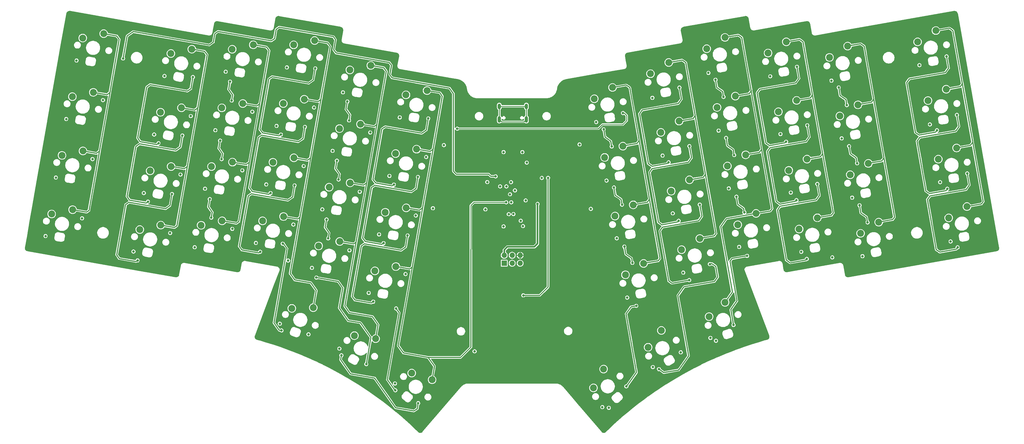
<source format=gbr>
%TF.GenerationSoftware,KiCad,Pcbnew,8.0.0*%
%TF.CreationDate,2024-04-28T13:48:32+02:00*%
%TF.ProjectId,phnx,70686e78-2e6b-4696-9361-645f70636258,A*%
%TF.SameCoordinates,Original*%
%TF.FileFunction,Copper,L2,Inr*%
%TF.FilePolarity,Positive*%
%FSLAX46Y46*%
G04 Gerber Fmt 4.6, Leading zero omitted, Abs format (unit mm)*
G04 Created by KiCad (PCBNEW 8.0.0) date 2024-04-28 13:48:32*
%MOMM*%
%LPD*%
G01*
G04 APERTURE LIST*
%TA.AperFunction,ComponentPad*%
%ADD10C,2.200000*%
%TD*%
%TA.AperFunction,ComponentPad*%
%ADD11R,1.700000X1.700000*%
%TD*%
%TA.AperFunction,ComponentPad*%
%ADD12O,1.700000X1.700000*%
%TD*%
%TA.AperFunction,ComponentPad*%
%ADD13O,1.000000X2.100000*%
%TD*%
%TA.AperFunction,ComponentPad*%
%ADD14O,1.000000X1.800000*%
%TD*%
%TA.AperFunction,ViaPad*%
%ADD15C,0.800000*%
%TD*%
%TA.AperFunction,Conductor*%
%ADD16C,0.250000*%
%TD*%
%TA.AperFunction,Conductor*%
%ADD17C,0.500000*%
%TD*%
%TA.AperFunction,Conductor*%
%ADD18C,0.300000*%
%TD*%
G04 APERTURE END LIST*
D10*
%TO.N,/Keyboard Matrix/COL_12*%
%TO.C,SW452*%
X347360818Y-95091298D03*
%TO.N,Net-(D452-A)*%
X341548355Y-98695376D03*
%TD*%
%TO.N,/Keyboard Matrix/COL_3*%
%TO.C,SW412*%
X116272317Y-137167808D03*
%TO.N,Net-(D412-A)*%
X109577721Y-138566554D03*
%TD*%
%TO.N,/Keyboard Matrix/COL_9*%
%TO.C,SW442*%
X276804336Y-163228990D03*
%TO.N,Net-(D442-A)*%
X271706019Y-167787638D03*
%TD*%
%TO.N,/Keyboard Matrix/COL_5*%
%TO.C,SW420*%
X157101489Y-125023216D03*
%TO.N,Net-(D420-A)*%
X150406893Y-126421962D03*
%TD*%
%TO.N,/Keyboard Matrix/COL_5*%
%TO.C,SW422*%
X165256459Y-174846032D03*
%TO.N,Net-(D422-A)*%
X158487197Y-173870737D03*
%TD*%
%TO.N,/Keyboard Matrix/COL_2*%
%TO.C,SW405*%
X106608721Y-82268193D03*
%TO.N,Net-(D405-A)*%
X99914125Y-83666939D03*
%TD*%
%TO.N,/Keyboard Matrix/COL_10*%
%TO.C,SW445*%
X302940347Y-117431732D03*
%TO.N,Net-(D445-A)*%
X297127884Y-121035810D03*
%TD*%
%TO.N,/Keyboard Matrix/COL_2*%
%TO.C,SW407*%
X99992727Y-119789365D03*
%TO.N,Net-(D407-A)*%
X93298131Y-121188111D03*
%TD*%
%TO.N,/Keyboard Matrix/COL_9*%
%TO.C,SW441*%
X286660759Y-134810169D03*
%TO.N,Net-(D441-A)*%
X280848296Y-138414247D03*
%TD*%
%TO.N,/Keyboard Matrix/COL_12*%
%TO.C,SW453*%
X350668818Y-113851883D03*
%TO.N,Net-(D453-A)*%
X344856355Y-117455961D03*
%TD*%
%TO.N,/Keyboard Matrix/COL_1*%
%TO.C,SW404*%
X68543846Y-133587958D03*
%TO.N,Net-(D404-A)*%
X61849250Y-134986704D03*
%TD*%
%TO.N,/Keyboard Matrix/COL_7*%
%TO.C,SW432*%
X238028982Y-184563351D03*
%TO.N,Net-(D432-A)*%
X234797281Y-190590806D03*
%TD*%
%TO.N,/Keyboard Matrix/COL_1*%
%TO.C,SW402*%
X75159843Y-96066782D03*
%TO.N,Net-(D402-A)*%
X68465247Y-97465528D03*
%TD*%
%TO.N,/Keyboard Matrix/COL_10*%
%TO.C,SW446*%
X306248345Y-136192321D03*
%TO.N,Net-(D446-A)*%
X300435882Y-139796399D03*
%TD*%
%TO.N,/Keyboard Matrix/COL_8*%
%TO.C,SW433*%
X258803176Y-86526552D03*
%TO.N,Net-(D433-A)*%
X252990713Y-90130630D03*
%TD*%
%TO.N,/Keyboard Matrix/COL_1*%
%TO.C,SW401*%
X78467842Y-77306193D03*
%TO.N,Net-(D401-A)*%
X71773246Y-78704939D03*
%TD*%
%TO.N,/Keyboard Matrix/COL_7*%
%TO.C,SW428*%
X240869588Y-94524696D03*
%TO.N,Net-(D428-A)*%
X235057125Y-98128774D03*
%TD*%
%TO.N,/Keyboard Matrix/COL_6*%
%TO.C,SW424*%
X178343074Y-114260771D03*
%TO.N,Net-(D424-A)*%
X171648478Y-115659517D03*
%TD*%
%TO.N,/Keyboard Matrix/COL_4*%
%TO.C,SW416*%
X135859903Y-135785657D03*
%TO.N,Net-(D416-A)*%
X129165307Y-137184403D03*
%TD*%
%TO.N,/Keyboard Matrix/COL_10*%
%TO.C,SW443*%
X296324352Y-79910558D03*
%TO.N,Net-(D443-A)*%
X290511889Y-83514636D03*
%TD*%
%TO.N,/Keyboard Matrix/COL_8*%
%TO.C,SW437*%
X256452869Y-172220072D03*
%TO.N,Net-(D437-A)*%
X252223608Y-177594777D03*
%TD*%
%TO.N,/Keyboard Matrix/COL_1*%
%TO.C,SW403*%
X71851845Y-114827373D03*
%TO.N,Net-(D403-A)*%
X65157249Y-116226119D03*
%TD*%
%TO.N,/Keyboard Matrix/COL_2*%
%TO.C,SW406*%
X103300723Y-101028780D03*
%TO.N,Net-(D406-A)*%
X96606127Y-102427526D03*
%TD*%
%TO.N,/Keyboard Matrix/COL_11*%
%TO.C,SW447*%
X315911938Y-81292705D03*
%TO.N,Net-(D447-A)*%
X310099475Y-84896783D03*
%TD*%
%TO.N,/Keyboard Matrix/COL_9*%
%TO.C,SW440*%
X283352761Y-116049583D03*
%TO.N,Net-(D440-A)*%
X277540298Y-119653661D03*
%TD*%
%TO.N,/Keyboard Matrix/COL_11*%
%TO.C,SW450*%
X325835932Y-137574469D03*
%TO.N,Net-(D450-A)*%
X320023469Y-141178547D03*
%TD*%
%TO.N,/Keyboard Matrix/COL_10*%
%TO.C,SW444*%
X299632349Y-98671142D03*
%TO.N,Net-(D444-A)*%
X293819886Y-102275220D03*
%TD*%
%TO.N,/Keyboard Matrix/COL_7*%
%TO.C,SW429*%
X244177586Y-113285285D03*
%TO.N,Net-(D429-A)*%
X238365123Y-116889363D03*
%TD*%
%TO.N,/Keyboard Matrix/COL_9*%
%TO.C,SW439*%
X280044763Y-97288995D03*
%TO.N,Net-(D439-A)*%
X274232300Y-100893073D03*
%TD*%
%TO.N,/Keyboard Matrix/COL_12*%
%TO.C,SW451*%
X344052820Y-76330709D03*
%TO.N,Net-(D451-A)*%
X338240357Y-79934787D03*
%TD*%
%TO.N,/Keyboard Matrix/COL_8*%
%TO.C,SW436*%
X268727170Y-142808314D03*
%TO.N,Net-(D436-A)*%
X262914707Y-146412392D03*
%TD*%
%TO.N,/Keyboard Matrix/COL_4*%
%TO.C,SW417*%
X145351283Y-164934993D03*
%TO.N,Net-(D417-A)*%
X138515503Y-165149985D03*
%TD*%
%TO.N,/Keyboard Matrix/COL_4*%
%TO.C,SW414*%
X142475900Y-98264481D03*
%TO.N,Net-(D414-A)*%
X135781304Y-99663227D03*
%TD*%
%TO.N,/Keyboard Matrix/COL_9*%
%TO.C,SW438*%
X276736765Y-78528406D03*
%TO.N,Net-(D438-A)*%
X270924302Y-82132484D03*
%TD*%
%TO.N,/Keyboard Matrix/COL_8*%
%TO.C,SW434*%
X262111174Y-105287140D03*
%TO.N,Net-(D434-A)*%
X256298711Y-108891218D03*
%TD*%
%TO.N,/Keyboard Matrix/COL_7*%
%TO.C,SW430*%
X247485584Y-132045871D03*
%TO.N,Net-(D430-A)*%
X241673121Y-135649949D03*
%TD*%
%TO.N,/Keyboard Matrix/COL_5*%
%TO.C,SW421*%
X153793490Y-143783802D03*
%TO.N,Net-(D421-A)*%
X147098894Y-145182548D03*
%TD*%
%TO.N,/Keyboard Matrix/COL_3*%
%TO.C,SW411*%
X119580313Y-118407217D03*
%TO.N,Net-(D411-A)*%
X112885717Y-119805963D03*
%TD*%
%TO.N,/Keyboard Matrix/COL_6*%
%TO.C,SW427*%
X183269386Y-187989112D03*
%TO.N,Net-(D427-A)*%
X176772322Y-185853164D03*
%TD*%
%TO.N,/Keyboard Matrix/COL_11*%
%TO.C,SW448*%
X319219936Y-100053294D03*
%TO.N,Net-(D448-A)*%
X313407473Y-103657372D03*
%TD*%
%TO.N,/Keyboard Matrix/COL_7*%
%TO.C,SW431*%
X250793582Y-150806459D03*
%TO.N,Net-(D431-A)*%
X244981119Y-154410537D03*
%TD*%
%TO.N,/Keyboard Matrix/COL_2*%
%TO.C,SW408*%
X96684730Y-138549955D03*
%TO.N,Net-(D408-A)*%
X89990134Y-139948701D03*
%TD*%
%TO.N,/Keyboard Matrix/COL_8*%
%TO.C,SW435*%
X265419172Y-124047726D03*
%TO.N,Net-(D435-A)*%
X259606709Y-127651804D03*
%TD*%
%TO.N,/Keyboard Matrix/COL_3*%
%TO.C,SW410*%
X122888310Y-99646631D03*
%TO.N,Net-(D410-A)*%
X116193714Y-101045377D03*
%TD*%
%TO.N,/Keyboard Matrix/COL_3*%
%TO.C,SW409*%
X126196308Y-80886044D03*
%TO.N,Net-(D409-A)*%
X119501712Y-82284790D03*
%TD*%
D11*
%TO.N,MISO*%
%TO.C,J2*%
X206295603Y-150731682D03*
D12*
%TO.N,/ESD & Power Filtering/5V*%
X206295603Y-148191682D03*
%TO.N,SCK*%
X208835603Y-150731682D03*
%TO.N,MOSI*%
X208835603Y-148191682D03*
%TO.N,RST*%
X211375603Y-150731682D03*
%TO.N,GND*%
X211375603Y-148191682D03*
%TD*%
D10*
%TO.N,/Keyboard Matrix/COL_6*%
%TO.C,SW423*%
X181651073Y-95500182D03*
%TO.N,Net-(D423-A)*%
X174956477Y-96898928D03*
%TD*%
%TO.N,/Keyboard Matrix/COL_12*%
%TO.C,SW454*%
X353976813Y-132612470D03*
%TO.N,Net-(D454-A)*%
X348164350Y-136216548D03*
%TD*%
%TO.N,/Keyboard Matrix/COL_5*%
%TO.C,SW418*%
X163717485Y-87502038D03*
%TO.N,Net-(D418-A)*%
X157022889Y-88900784D03*
%TD*%
%TO.N,/Keyboard Matrix/COL_4*%
%TO.C,SW413*%
X145783895Y-79503894D03*
%TO.N,Net-(D413-A)*%
X139089299Y-80902640D03*
%TD*%
%TO.N,/Keyboard Matrix/COL_6*%
%TO.C,SW425*%
X175035076Y-133021358D03*
%TO.N,Net-(D425-A)*%
X168340480Y-134420104D03*
%TD*%
%TO.N,/Keyboard Matrix/COL_6*%
%TO.C,SW426*%
X171727080Y-151781946D03*
%TO.N,Net-(D426-A)*%
X165032484Y-153180692D03*
%TD*%
%TO.N,/Keyboard Matrix/COL_11*%
%TO.C,SW449*%
X322527934Y-118813880D03*
%TO.N,Net-(D449-A)*%
X316715471Y-122417958D03*
%TD*%
D13*
%TO.N,Earth*%
%TO.C,J1*%
X213366100Y-104731644D03*
D14*
X213366100Y-100551644D03*
D13*
X204726100Y-104731644D03*
D14*
X204726100Y-100551644D03*
%TD*%
D10*
%TO.N,/Keyboard Matrix/COL_4*%
%TO.C,SW415*%
X139167902Y-117025069D03*
%TO.N,Net-(D415-A)*%
X132473306Y-118423815D03*
%TD*%
%TO.N,/Keyboard Matrix/COL_5*%
%TO.C,SW419*%
X160409487Y-106262625D03*
%TO.N,Net-(D419-A)*%
X153714891Y-107661371D03*
%TD*%
D15*
%TO.N,GND*%
X142480137Y-118665214D03*
X213146100Y-131645840D03*
X348683951Y-126738331D03*
X242303886Y-126314486D03*
X244000000Y-101700000D03*
X145762301Y-99950793D03*
X208515771Y-130215505D03*
X265546100Y-157145837D03*
X153900000Y-118100000D03*
X270483523Y-90041683D03*
X296777708Y-128307083D03*
X249446100Y-164145837D03*
X116420608Y-89306436D03*
X118348010Y-98531273D03*
X263946100Y-142745837D03*
X196846100Y-179912665D03*
X236954770Y-195978741D03*
X122883745Y-120033051D03*
X104560472Y-110066495D03*
X274746100Y-91845837D03*
X263246100Y-94345837D03*
X313014569Y-110974257D03*
X317346100Y-113045837D03*
X271769043Y-173663739D03*
X93579329Y-131252933D03*
X176439329Y-142092399D03*
X319656612Y-148643155D03*
X259108808Y-134949127D03*
X103158617Y-121378293D03*
X119780897Y-92852277D03*
X216398249Y-130920066D03*
X65518093Y-104447329D03*
X126058839Y-144061955D03*
X245965967Y-190825217D03*
X355065656Y-121842494D03*
X132657469Y-106639260D03*
X275246100Y-97745837D03*
X150543985Y-114616411D03*
X205996100Y-126156644D03*
X78349087Y-97572632D03*
X212296100Y-139856644D03*
X293478392Y-109595737D03*
X344424314Y-124982835D03*
X213546100Y-117545837D03*
X135956786Y-87927915D03*
X203546100Y-121945834D03*
X211900000Y-110900000D03*
X96884433Y-90684954D03*
X206096100Y-139956647D03*
X266379957Y-113008948D03*
X300746100Y-87745837D03*
X86986487Y-146818996D03*
X170916186Y-192109717D03*
X260138529Y-118114564D03*
X205096172Y-115182677D03*
X234667072Y-105749787D03*
X252597002Y-98018837D03*
X83700000Y-84900000D03*
X284805418Y-148237555D03*
X348464414Y-84405167D03*
X113314128Y-130391171D03*
X240146100Y-147345837D03*
X246207262Y-150751570D03*
X314046100Y-94345837D03*
X237966386Y-124461134D03*
X307210761Y-125145049D03*
X210546100Y-126745837D03*
X71846100Y-135345837D03*
X101259594Y-128786297D03*
X191300000Y-106600000D03*
X238937454Y-197642619D03*
X312003047Y-148724264D03*
X263336394Y-136846032D03*
X281446100Y-129345837D03*
X135822246Y-143498946D03*
X139146100Y-137345837D03*
X200905568Y-123773170D03*
X168676704Y-122636977D03*
X75082725Y-116440413D03*
X276995331Y-126971973D03*
X153452517Y-179704241D03*
X181579117Y-115773285D03*
X255852906Y-116483982D03*
X209546100Y-124745837D03*
X143675309Y-107352166D03*
X206600000Y-101600000D03*
X170817830Y-165003428D03*
X212096063Y-116194860D03*
X208960912Y-128096150D03*
X209100000Y-113600000D03*
X146972180Y-88651796D03*
X210528548Y-106466613D03*
X106460860Y-102667493D03*
X281953731Y-134647684D03*
X253186076Y-183102938D03*
X165463732Y-163250132D03*
X163661298Y-107931060D03*
X211200000Y-101600000D03*
X153843299Y-95905066D03*
X347767042Y-143940382D03*
X300120435Y-147264633D03*
X297656788Y-111502165D03*
X263510599Y-178711411D03*
X269704070Y-131837110D03*
X207721100Y-125449535D03*
X280422980Y-170117499D03*
X320688719Y-132039541D03*
X172070340Y-125791871D03*
X206946100Y-130245834D03*
X183446100Y-134145837D03*
X116613442Y-111679822D03*
X351975828Y-145415340D03*
X174997761Y-153199444D03*
X99877304Y-140093146D03*
X93585117Y-109396304D03*
X113121293Y-108017781D03*
X160374320Y-126897602D03*
X239021068Y-107697292D03*
X145350522Y-155104091D03*
X254818788Y-185120342D03*
X172110809Y-188455467D03*
X136007355Y-109756543D03*
X129391359Y-147259172D03*
X341168412Y-106517690D03*
X290222487Y-91130592D03*
X205600000Y-109000000D03*
X157052929Y-145605004D03*
X221300000Y-131300000D03*
X199200000Y-133495837D03*
X129358153Y-125350608D03*
X162078075Y-160059669D03*
X134899528Y-173180025D03*
X207600000Y-106500000D03*
X111823241Y-135966989D03*
X316357296Y-129931807D03*
X183052873Y-104595617D03*
X137510891Y-148884003D03*
X212400407Y-161999994D03*
X245646100Y-145245837D03*
X309758665Y-92509112D03*
X219296031Y-123444689D03*
X165377391Y-141348326D03*
X90285803Y-128107653D03*
X58919460Y-141870026D03*
X206200000Y-110900000D03*
X278105199Y-110525256D03*
X262451537Y-153906677D03*
X280294645Y-145683321D03*
X304026652Y-106508157D03*
X300958969Y-130209925D03*
X150600000Y-137000000D03*
X314646100Y-100345837D03*
X62218778Y-123158675D03*
X242846100Y-132145837D03*
X210546766Y-137170168D03*
X109821979Y-126729130D03*
X152455455Y-123787669D03*
X115122555Y-117255642D03*
X178276502Y-134484005D03*
X168760376Y-144549482D03*
X244565018Y-161883829D03*
X345446100Y-108045837D03*
X179543512Y-194750298D03*
X317952508Y-118964934D03*
X321283487Y-137857575D03*
X337825684Y-87560140D03*
X278709168Y-116379428D03*
X135083337Y-169149386D03*
X68817407Y-85735984D03*
X241222290Y-142926280D03*
X143945353Y-152039108D03*
X209000000Y-103400000D03*
X272125363Y-151997802D03*
X213546100Y-124545837D03*
X179752181Y-123315228D03*
X149138773Y-142597493D03*
X119646100Y-138745837D03*
X209346100Y-136045837D03*
X90268534Y-150012217D03*
X207503563Y-136015982D03*
X147244670Y-133327760D03*
X140384221Y-126021146D03*
X304157404Y-148950423D03*
X107176688Y-90216558D03*
X157300000Y-99200000D03*
X126052805Y-101299243D03*
X132688173Y-128557236D03*
X154202749Y-177176004D03*
X155789500Y-104879360D03*
X212400000Y-106600000D03*
X351765212Y-103124667D03*
X272913364Y-175782905D03*
X273739426Y-108506828D03*
X161715130Y-183837194D03*
X143446100Y-174445837D03*
X234146100Y-134345837D03*
X171976022Y-103925629D03*
X96954380Y-112545635D03*
X239629807Y-113591740D03*
X106522661Y-145440479D03*
%TO.N,/ESD & Power Filtering/5V*%
X206096100Y-115194858D03*
X260093620Y-134775480D03*
X169661515Y-122810625D03*
X212096099Y-115194858D03*
X130342962Y-125524254D03*
X271468332Y-89868037D03*
X338810495Y-87386491D03*
X294463201Y-109422089D03*
X237610352Y-196733867D03*
X171427817Y-189185894D03*
X238951197Y-124287486D03*
X310743475Y-92335464D03*
X348751852Y-143766736D03*
X148229478Y-133501408D03*
X253581813Y-97845187D03*
X117405415Y-89480085D03*
X107507470Y-145614127D03*
X272092444Y-174610004D03*
X235651883Y-105576138D03*
X166362200Y-141521973D03*
X136941592Y-88101562D03*
X153694367Y-178037140D03*
X133642276Y-106812910D03*
X301105243Y-147090985D03*
X281279454Y-145509675D03*
X66502904Y-104620979D03*
X245549828Y-161710179D03*
X163062884Y-160233320D03*
X114106101Y-108191429D03*
X94569925Y-109569952D03*
X172960830Y-104099279D03*
X59904273Y-142043672D03*
X342153221Y-106344040D03*
X291207298Y-90956942D03*
X151528796Y-114790060D03*
X345409125Y-124809186D03*
X274724235Y-108333180D03*
X110806786Y-126902778D03*
X63203587Y-123332328D03*
X69802218Y-85909631D03*
X144930166Y-152212758D03*
X297762516Y-128133435D03*
X218296100Y-123456644D03*
X154828112Y-96078716D03*
X256837715Y-116310332D03*
X263436347Y-153733027D03*
X320641419Y-148469508D03*
X97869239Y-90858604D03*
X242207100Y-142752629D03*
X127043646Y-144235603D03*
X253733620Y-183939719D03*
X317342105Y-129758158D03*
X213496100Y-118556644D03*
X87971293Y-146992646D03*
X91270610Y-128281299D03*
X313999377Y-110800608D03*
X216946100Y-131756644D03*
X277980137Y-126798325D03*
X134689375Y-170068518D03*
%TO.N,/Keyboard Matrix/ROW_1*%
X213146100Y-130645837D03*
%TO.N,/Keyboard Matrix/ROW_2*%
X208546100Y-131245837D03*
X187046100Y-112945837D03*
X230346100Y-112745837D03*
%TO.N,/Keyboard Matrix/ROW_3*%
X233946100Y-133345837D03*
X207746100Y-135045837D03*
X183546100Y-133145837D03*
%TO.N,/Keyboard Matrix/ROW_4*%
X211571100Y-137145837D03*
%TO.N,/Keyboard Matrix/ROW_5*%
X196846100Y-178912662D03*
X209246100Y-134995837D03*
%TO.N,/Microcontroller/L_DOUT*%
X84644736Y-85235293D03*
X203546100Y-122945837D03*
%TO.N,/LED Matrix Left Side/DOUT*%
X244200000Y-102700000D03*
X191300000Y-107700000D03*
%TO.N,RST*%
X200300000Y-133495837D03*
X200907788Y-124773170D03*
%TO.N,SCK*%
X208480336Y-124798716D03*
%TO.N,MOSI*%
X206996100Y-126156644D03*
%TO.N,MISO*%
X204996100Y-126156644D03*
%TO.N,/Keyboard Matrix/COL_6*%
X206946100Y-131245837D03*
%TO.N,Net-(D402-A)*%
X78232572Y-98565823D03*
%TO.N,Net-(D403-A)*%
X74907207Y-117424891D03*
%TO.N,Net-(D404-A)*%
X71566652Y-136370129D03*
%TO.N,Net-(D406-A)*%
X106275714Y-103650207D03*
%TO.N,Net-(D407-A)*%
X102976401Y-122361554D03*
%TO.N,Net-(D408-A)*%
X99677085Y-141072900D03*
%TO.N,Net-(D410-A)*%
X125910371Y-102289050D03*
%TO.N,Net-(D411-A)*%
X122709537Y-121017762D03*
%TO.N,Net-(D412-A)*%
X119508703Y-139746472D03*
%TO.N,Net-(D414-A)*%
X145594268Y-100936577D03*
%TO.N,Net-(D415-A)*%
X142294954Y-119647921D03*
%TO.N,Net-(D416-A)*%
X138995638Y-138359271D03*
%TO.N,Net-(D419-A)*%
X163530028Y-108922409D03*
%TO.N,Net-(D420-A)*%
X160187302Y-127879961D03*
%TO.N,Net-(D421-A)*%
X156887984Y-146591309D03*
%TO.N,Net-(D424-A)*%
X181391183Y-116755469D03*
%TO.N,Net-(D425-A)*%
X178091867Y-135466815D03*
%TO.N,Net-(D426-A)*%
X174792551Y-154178165D03*
%TO.N,Net-(D528-DOUT)*%
X240608022Y-113384136D03*
X238041108Y-107896503D03*
%TO.N,Net-(D530-DOUT)*%
X244657104Y-145417682D03*
X247196543Y-150605528D03*
%TO.N,Net-(D532-DOUT)*%
X262649465Y-179219793D03*
X239684156Y-196977456D03*
%TO.N,Net-(D505-DIN)*%
X106949569Y-91190428D03*
X95974555Y-112345761D03*
%TO.N,Net-(D507-DIN)*%
X89286776Y-149822071D03*
X100277079Y-128600099D03*
%TO.N,Net-(D506-DIN)*%
X103576393Y-109888753D03*
X92601378Y-131044086D03*
%TO.N,Net-(D510-DOUT)*%
X116107366Y-117429290D03*
X115628633Y-111506173D03*
%TO.N,Net-(D512-DOUT)*%
X143840099Y-173456371D03*
X137337245Y-149868812D03*
%TO.N,Net-(D513-DIN)*%
X145997303Y-88429042D03*
X135022285Y-109584379D03*
%TO.N,Net-(D511-DOUT)*%
X112808052Y-136140640D03*
X112329316Y-130217523D03*
%TO.N,Net-(D515-DIN)*%
X128408304Y-147075857D03*
X139398672Y-125851739D03*
%TO.N,Net-(D514-DIN)*%
X131722971Y-128295723D03*
X142697988Y-107140394D03*
%TO.N,Net-(D519-DOUT)*%
X153440263Y-123961316D03*
X152905032Y-117926696D03*
%TO.N,Net-(D516-DIN)*%
X135206765Y-172228389D03*
X135631573Y-144480601D03*
%TO.N,Net-(D521-DOUT)*%
X146328495Y-155312836D03*
X162262674Y-183000413D03*
%TO.N,Net-(D523-DIN)*%
X182065782Y-104435443D03*
X171090766Y-125590776D03*
%TO.N,Net-(D520-DOUT)*%
X149588354Y-136736525D03*
X150123582Y-142771144D03*
%TO.N,Net-(D524-DIN)*%
X167791450Y-144302123D03*
X178766466Y-123146789D03*
%TO.N,Net-(D522-DOUT)*%
X154331877Y-180180401D03*
X178849326Y-195470095D03*
%TO.N,Net-(D525-DIN)*%
X164492137Y-163013473D03*
X175467153Y-141858138D03*
%TO.N,Net-(D526-DIN)*%
X171801008Y-165186088D03*
X171555558Y-191340815D03*
%TO.N,Net-(U1-XTAL2)*%
X209715411Y-127439846D03*
X212296100Y-138856644D03*
%TO.N,Net-(U1-XTAL1)*%
X208147085Y-128677263D03*
X206096100Y-138956644D03*
%TO.N,Net-(D509-DOUT)*%
X118797592Y-92670297D03*
X119332823Y-98704922D03*
%TO.N,Net-(D518-DOUT)*%
X156774309Y-105053005D03*
X156239077Y-99018386D03*
%TO.N,Net-(D529-DOUT)*%
X243889971Y-131997000D03*
X241323057Y-126509371D03*
%TO.N,Net-(D531-DOUT)*%
X248453274Y-164359169D03*
X245275210Y-190102128D03*
%TO.N,Net-(D533-DIN)*%
X258765867Y-118466858D03*
X262215058Y-94545916D03*
%TO.N,Net-(D535-DIN)*%
X268715210Y-131985976D03*
X265333171Y-156140218D03*
%TO.N,Net-(D534-DIN)*%
X265415893Y-113274628D03*
X261965867Y-137166858D03*
%TO.N,Net-(D539-DOUT)*%
X279680374Y-116141178D03*
X277113460Y-110653548D03*
%TO.N,Net-(D536-DIN)*%
X255679922Y-184611960D03*
X271943517Y-151014471D03*
%TO.N,Net-(D541-DOUT)*%
X283815023Y-148375843D03*
X279484691Y-170463356D03*
%TO.N,Net-(D538-DOUT)*%
X273733028Y-92058045D03*
X276299943Y-97545676D03*
%TO.N,Net-(D543-DIN)*%
X299736235Y-87929921D03*
X296265867Y-111866858D03*
%TO.N,Net-(D540-DOUT)*%
X280430140Y-129463376D03*
X282934849Y-134454261D03*
%TO.N,Net-(D545-DIN)*%
X302865867Y-149366858D03*
X306236384Y-125369979D03*
%TO.N,Net-(D542-DOUT)*%
X311012359Y-148860437D03*
X273876515Y-175513936D03*
%TO.N,Net-(D544-DIN)*%
X303035549Y-106641269D03*
X299565867Y-130566858D03*
%TO.N,Net-(D548-DOUT)*%
X318932322Y-118765008D03*
X316365409Y-113277381D03*
%TO.N,Net-(D547-DOUT)*%
X315650373Y-100152143D03*
X313057411Y-94516792D03*
%TO.N,Net-(D551-DIN)*%
X347481324Y-84588306D03*
X344403735Y-108221492D03*
%TO.N,Net-(D549-DOUT)*%
X322266367Y-137673318D03*
X319699454Y-132185689D03*
%TO.N,Net-(D553-DIN)*%
X354079954Y-122011002D03*
X351002364Y-145644188D03*
%TO.N,Net-(D552-DIN)*%
X347703048Y-126932840D03*
X350780639Y-103299655D03*
%TO.N,Net-(D110-A)*%
X212396339Y-161000000D03*
X220295899Y-123428307D03*
%TD*%
D16*
%TO.N,Earth*%
X213366100Y-104731644D02*
X213366100Y-100551644D01*
X205494456Y-105500000D02*
X204726100Y-104731644D01*
X204726100Y-100551644D02*
X213366100Y-100551644D01*
X204726100Y-104731644D02*
X204726100Y-100551644D01*
X212597744Y-105500000D02*
X205494456Y-105500000D01*
X213366100Y-104731644D02*
X212597744Y-105500000D01*
D17*
%TO.N,/ESD & Power Filtering/5V*%
X216946100Y-144453900D02*
X215900000Y-145500000D01*
X207300000Y-145500000D02*
X206295603Y-146504397D01*
X206295603Y-146504397D02*
X206295603Y-148191682D01*
X216946100Y-131756644D02*
X216946100Y-144453900D01*
X215900000Y-145500000D02*
X207300000Y-145500000D01*
D18*
%TO.N,/Microcontroller/L_DOUT*%
X87932537Y-76667517D02*
X112163730Y-80940135D01*
X203546100Y-122945837D02*
X202046100Y-122945837D01*
X202046100Y-122945837D02*
X201346100Y-122245837D01*
X188831918Y-94712661D02*
X190086932Y-96505005D01*
X112163730Y-80940135D02*
X113490161Y-80011356D01*
X84644820Y-85235235D02*
X85905237Y-78087050D01*
X169783581Y-90445117D02*
X170509570Y-91481933D01*
X114958175Y-76609592D02*
X131946107Y-79605022D01*
X133503871Y-75924611D02*
X134494351Y-75231070D01*
X151897063Y-82467966D02*
X152623050Y-83504785D01*
X84644736Y-85235293D02*
X84644820Y-85235235D01*
X190086932Y-121286669D02*
X190086932Y-96505005D01*
X152623050Y-83504785D02*
X169610984Y-86500215D01*
X151767879Y-78276860D02*
X152461418Y-79267341D01*
X132982925Y-78879035D02*
X133503871Y-75924611D01*
X191046100Y-122245837D02*
X190086932Y-121286669D01*
X85905237Y-78087050D02*
X87932537Y-76667517D01*
X170509570Y-91481933D02*
X177999034Y-92802532D01*
X201346100Y-122245837D02*
X191046100Y-122245837D01*
X113967696Y-77303134D02*
X114958175Y-76609592D01*
X169610984Y-86500215D02*
X170304527Y-87490694D01*
X170304527Y-87490694D02*
X169783581Y-90445117D01*
X113490161Y-80011356D02*
X113967696Y-77303134D01*
X177999034Y-92802532D02*
X188831918Y-94712661D01*
X131946107Y-79605022D02*
X132982925Y-78879035D01*
X152461418Y-79267341D02*
X151897063Y-82467966D01*
X134494351Y-75231070D02*
X151767879Y-78276860D01*
D16*
%TO.N,/LED Matrix Left Side/DOUT*%
X191300000Y-107700000D02*
X236300000Y-107700000D01*
X245400000Y-103500000D02*
X244600000Y-102700000D01*
X244600000Y-102700000D02*
X244200000Y-102700000D01*
X244100000Y-106400000D02*
X245400000Y-105100000D01*
X237600000Y-106400000D02*
X244100000Y-106400000D01*
X236300000Y-107700000D02*
X237600000Y-106400000D01*
X245400000Y-105100000D02*
X245400000Y-103500000D01*
D18*
%TO.N,/Keyboard Matrix/COL_2*%
X101823011Y-138750251D02*
X105165736Y-119792704D01*
X107512223Y-101748532D02*
X108465053Y-101081353D01*
X105165736Y-119792704D02*
X108508464Y-100835153D01*
X96575385Y-138507829D02*
X101043947Y-139295758D01*
X108465053Y-101081353D02*
X108508464Y-100835153D01*
X108508464Y-100835153D02*
X111460482Y-84093423D01*
X101043947Y-139295758D02*
X101823011Y-138750251D01*
X103191378Y-100986653D02*
X107512223Y-101748532D01*
X99883382Y-119747240D02*
X104154982Y-120500439D01*
X111460482Y-84093423D02*
X110667574Y-82961029D01*
X104154982Y-120500439D02*
X105165736Y-119792704D01*
X110667574Y-82961029D02*
X106499376Y-82226063D01*
%TO.N,/Keyboard Matrix/COL_3*%
X119665759Y-118412128D02*
X123937363Y-119165327D01*
X121605389Y-137415144D02*
X124948114Y-118457593D01*
X130449952Y-81625921D02*
X126281753Y-80890956D01*
X124948114Y-118457593D02*
X128290842Y-99500041D01*
X128290842Y-99500041D02*
X131242861Y-82758310D01*
X127294602Y-100413424D02*
X128247431Y-99746243D01*
X131242861Y-82758310D02*
X130449952Y-81625921D01*
X116357762Y-137172720D02*
X120826325Y-137960646D01*
X128247431Y-99746243D02*
X128290842Y-99500041D01*
X123937363Y-119165327D02*
X124948114Y-118457593D01*
X120826325Y-137960646D02*
X121605389Y-137415144D01*
X122973755Y-99651543D02*
X127294602Y-100413424D01*
%TO.N,/Keyboard Matrix/COL_4*%
X142509933Y-98273019D02*
X146830778Y-99034904D01*
X139201936Y-117033611D02*
X143473539Y-117786808D01*
X144597740Y-156977418D02*
X146320575Y-159437879D01*
X150779039Y-81379790D02*
X149986129Y-80247399D01*
X141141563Y-136036620D02*
X144484290Y-117079072D01*
X140362502Y-136582125D02*
X141141563Y-136036620D01*
X139427498Y-156065765D02*
X144597740Y-156977418D01*
X147827020Y-98121524D02*
X150779039Y-81379790D01*
X146830778Y-99034904D02*
X147783608Y-98367726D01*
X146320575Y-159437879D02*
X145351283Y-164934993D01*
X144484290Y-117079072D02*
X147827020Y-98121524D01*
X143473539Y-117786808D02*
X144484290Y-117079072D01*
X141141563Y-136036620D02*
X137975523Y-153992127D01*
X137975523Y-153992127D02*
X139427498Y-156065765D01*
X147783608Y-98367726D02*
X147827020Y-98121524D01*
X149986129Y-80247399D02*
X145817931Y-79512433D01*
X135893935Y-135794196D02*
X140362502Y-136582125D01*
%TO.N,/Keyboard Matrix/COL_5*%
X158249020Y-144559276D02*
X159028082Y-144013772D01*
X165713536Y-106098676D02*
X168665555Y-89356943D01*
X168665555Y-89356943D02*
X167872649Y-88224552D01*
X164265955Y-167807296D02*
X166048656Y-170353256D01*
X159028082Y-144013772D02*
X162370810Y-125056223D01*
X162370810Y-125056223D02*
X165713536Y-106098676D01*
X166048656Y-170353256D02*
X165256459Y-174846032D01*
X153780456Y-143771349D02*
X158249020Y-144559276D01*
X167872649Y-88224552D02*
X163704449Y-87489585D01*
X157088452Y-125010763D02*
X161360056Y-125763962D01*
X160396451Y-106250172D02*
X164717294Y-107012055D01*
X159028082Y-144013772D02*
X155427922Y-164431299D01*
X156879898Y-166504933D02*
X164265955Y-167807296D01*
X161360056Y-125763962D02*
X162370810Y-125056223D01*
X164717294Y-107012055D02*
X165670124Y-106344877D01*
X155427922Y-164431299D02*
X156879898Y-166504933D01*
X165670124Y-106344877D02*
X165713536Y-106098676D01*
%TO.N,/Keyboard Matrix/COL_6*%
X179246576Y-133741111D02*
X180257328Y-133033373D01*
X176135539Y-152536428D02*
X176914601Y-151990925D01*
X185759164Y-96201705D02*
X181590966Y-95466739D01*
X174974972Y-132987913D02*
X179246576Y-133741111D01*
X174144379Y-179449538D02*
X182038015Y-180841401D01*
D16*
X196646100Y-131245837D02*
X206946100Y-131245837D01*
D18*
X182038015Y-180841401D02*
X192350536Y-180841401D01*
X184028479Y-183684080D02*
X182038015Y-180841401D01*
D16*
X195646100Y-146345837D02*
X195646100Y-132245837D01*
D18*
X195646100Y-177545837D02*
X195646100Y-146345837D01*
X182603814Y-114989209D02*
X183556645Y-114322028D01*
X171666973Y-151748503D02*
X176135539Y-152536428D01*
X183600057Y-114075826D02*
X186552076Y-97334094D01*
X180257328Y-133033373D02*
X183600057Y-114075826D01*
D16*
X195646100Y-132245837D02*
X196646100Y-131245837D01*
D18*
X178282970Y-114227324D02*
X182603814Y-114989209D01*
X183269386Y-187989112D02*
X184028479Y-183684080D01*
X172489611Y-177086287D02*
X174144379Y-179449538D01*
X176997519Y-151520681D02*
X180257328Y-133033373D01*
X186552076Y-97334094D02*
X185759164Y-96201705D01*
X183556645Y-114322028D02*
X183600057Y-114075826D01*
X176997519Y-151520681D02*
X172489611Y-177086287D01*
X192350536Y-180841401D02*
X195646100Y-177545837D01*
X176914601Y-151990925D02*
X176997519Y-151520681D01*
%TO.N,/Keyboard Matrix/COL_7*%
X247671253Y-131990288D02*
X251942856Y-131237087D01*
X250979249Y-150750873D02*
X255447816Y-149962944D01*
X252650592Y-130226335D02*
X249307866Y-111268787D01*
X255447816Y-149962944D02*
X255993319Y-149183882D01*
X244363255Y-113229699D02*
X248684099Y-112467818D01*
X249351278Y-111514988D02*
X249307866Y-111268787D01*
X246355847Y-94527054D02*
X245223455Y-93734145D01*
X249307866Y-111268787D02*
X246355847Y-94527054D01*
X245223455Y-93734145D02*
X241055257Y-94469109D01*
X251942856Y-131237087D02*
X252650592Y-130226335D01*
X255993319Y-149183882D02*
X252650592Y-130226335D01*
X248684099Y-112467818D02*
X249351278Y-111514988D01*
%TO.N,/Keyboard Matrix/COL_8*%
X273334333Y-141985795D02*
X273879839Y-141206732D01*
X264242366Y-86549903D02*
X263109974Y-85756992D01*
X262249774Y-105252547D02*
X266570616Y-104490665D01*
X266570616Y-104490665D02*
X267237795Y-103537835D01*
X273879839Y-141206732D02*
X270537111Y-122249181D01*
X265557770Y-124013135D02*
X269829375Y-123259936D01*
X268865769Y-142773722D02*
X273334333Y-141985795D01*
X270537111Y-122249181D02*
X267194383Y-103291633D01*
X267194383Y-103291633D02*
X264242366Y-86549903D01*
X267237795Y-103537835D02*
X267194383Y-103291633D01*
X263109974Y-85756992D02*
X258941776Y-86491959D01*
X269829375Y-123259936D02*
X270537111Y-122249181D01*
%TO.N,/Keyboard Matrix/COL_9*%
X280136291Y-97275395D02*
X284457136Y-96513513D01*
X288423630Y-114272031D02*
X285080903Y-95314481D01*
X287715892Y-115282783D02*
X288423630Y-114272031D01*
X282128883Y-78572750D02*
X280996494Y-77779840D01*
X280996494Y-77779840D02*
X276828293Y-78514805D01*
X279103208Y-159945860D02*
X276804336Y-163228990D01*
X291766356Y-133229578D02*
X288423630Y-114272031D01*
X285124315Y-95560682D02*
X285080903Y-95314481D01*
X286752287Y-134796568D02*
X291220854Y-134008640D01*
X286660759Y-134810169D02*
X277201680Y-136478059D01*
X284457136Y-96513513D02*
X285124315Y-95560682D01*
X283444289Y-116035983D02*
X287715892Y-115282783D01*
X277201680Y-136478059D02*
X275415101Y-139029559D01*
X275415101Y-139029559D02*
X279103208Y-159945860D01*
X285080903Y-95314481D02*
X282128883Y-78572750D01*
X291220854Y-134008640D02*
X291766356Y-133229578D01*
%TO.N,/Keyboard Matrix/COL_10*%
X304660490Y-96939206D02*
X304617078Y-96693004D01*
X301665060Y-79951270D02*
X300532668Y-79158363D01*
X307252069Y-116661305D02*
X307959805Y-115650550D01*
X302980467Y-117414503D02*
X307252069Y-116661305D01*
X303993311Y-97892036D02*
X304660490Y-96939206D01*
X306288463Y-136175091D02*
X310757029Y-135387162D01*
X300532668Y-79158363D02*
X296364470Y-79893328D01*
X311302534Y-134608100D02*
X307959805Y-115650550D01*
X299672468Y-98653915D02*
X303993311Y-97892036D01*
X307959805Y-115650550D02*
X304617078Y-96693004D01*
X310757029Y-135387162D02*
X311302534Y-134608100D01*
X304617078Y-96693004D02*
X301665060Y-79951270D01*
%TO.N,/Keyboard Matrix/COL_11*%
X324196666Y-98317725D02*
X324153254Y-98071522D01*
X324153254Y-98071522D02*
X321201235Y-81329792D01*
X319208643Y-100032437D02*
X323529487Y-99270556D01*
X327495981Y-117029072D02*
X324153254Y-98071522D01*
X323529487Y-99270556D02*
X324196666Y-98317725D01*
X321201235Y-81329792D02*
X320068845Y-80536883D01*
X325824639Y-137553613D02*
X330293205Y-136765683D01*
X322516641Y-118793023D02*
X326788245Y-118039825D01*
X330293205Y-136765683D02*
X330838709Y-135986624D01*
X326788245Y-118039825D02*
X327495981Y-117029072D01*
X320068845Y-80536883D02*
X315900646Y-81271850D01*
X330838709Y-135986624D02*
X327495981Y-117029072D01*
%TO.N,/Keyboard Matrix/COL_12*%
X352509889Y-93325340D02*
X352466477Y-93079137D01*
X352466477Y-93079137D02*
X349514458Y-76337407D01*
X348382068Y-75544498D02*
X344213869Y-76279465D01*
X351842710Y-94278170D02*
X352509889Y-93325340D01*
X359151932Y-130994239D02*
X355809205Y-112036687D01*
X355101468Y-113047440D02*
X355809205Y-112036687D01*
X358606427Y-131773299D02*
X359151932Y-130994239D01*
X349514458Y-76337407D02*
X348382068Y-75544498D01*
X347521866Y-95040052D02*
X351842710Y-94278170D01*
X355809205Y-112036687D02*
X352466477Y-93079137D01*
X354137862Y-132561228D02*
X358606427Y-131773299D01*
X350829864Y-113800638D02*
X355101468Y-113047440D01*
%TO.N,/Keyboard Matrix/COL_1*%
X83428949Y-79173554D02*
X82636040Y-78041161D01*
X80433517Y-96161487D02*
X80476930Y-95915286D01*
X73012411Y-134375888D02*
X73791473Y-133830382D01*
X80476930Y-95915286D02*
X83428949Y-79173554D01*
X73791473Y-133830382D02*
X77134201Y-114872833D01*
X76123448Y-115580570D02*
X77134201Y-114872833D01*
X75159843Y-96066782D02*
X79480687Y-96828664D01*
X71851845Y-114827373D02*
X76123448Y-115580570D01*
X79480687Y-96828664D02*
X80433517Y-96161487D01*
X68543846Y-133587958D02*
X73012411Y-134375888D01*
X77134201Y-114872833D02*
X80476930Y-95915286D01*
X82636040Y-78041161D02*
X78467842Y-77306193D01*
%TO.N,Net-(D528-DOUT)*%
X240304137Y-111660719D02*
X240608022Y-113384136D01*
X238041108Y-107896503D02*
X238479570Y-110383146D01*
X238479570Y-110383146D02*
X240304137Y-111660719D01*
%TO.N,Net-(D530-DOUT)*%
X246936070Y-149128313D02*
X245082542Y-147830461D01*
X247196543Y-150605528D02*
X246936070Y-149128313D01*
X245082542Y-147830461D02*
X244657104Y-145417682D01*
%TO.N,Net-(D505-DIN)*%
X92163785Y-94421999D02*
X93322240Y-93610841D01*
X90109749Y-111829780D02*
X89298591Y-110671326D01*
X105139932Y-95694619D02*
X106298389Y-94883458D01*
X89298591Y-110671326D02*
X92163785Y-94421999D01*
X93322240Y-93610841D02*
X105139932Y-95694619D01*
X95974555Y-112345761D02*
X95383425Y-112759676D01*
X95383425Y-112759676D02*
X90109749Y-111829780D01*
X106298389Y-94883458D02*
X106949569Y-91190428D01*
%TO.N,Net-(D507-DIN)*%
X85463076Y-131991701D02*
X86520167Y-131251518D01*
X88774748Y-150180596D02*
X83437256Y-149239452D01*
X83437256Y-149239452D02*
X82626098Y-148080997D01*
X98177827Y-133307080D02*
X99625897Y-132293128D01*
X89286776Y-149822071D02*
X88774748Y-150180596D01*
X86520167Y-131251518D02*
X98177827Y-133307080D01*
X99625897Y-132293128D02*
X100277079Y-128600099D01*
X82626098Y-148080997D02*
X85463076Y-131991701D01*
%TO.N,Net-(D506-DIN)*%
X85925415Y-129369648D02*
X88740685Y-113403455D01*
X88740685Y-113403455D02*
X89942583Y-112561876D01*
X92010249Y-131457998D02*
X86736574Y-130528106D01*
X92601378Y-131044086D02*
X92010249Y-131457998D01*
X102925214Y-113581781D02*
X103576393Y-109888753D01*
X101477145Y-114595731D02*
X102925214Y-113581781D01*
X89942583Y-112561876D02*
X101477145Y-114595731D01*
X86736574Y-130528106D02*
X85925415Y-129369648D01*
%TO.N,Net-(D510-DOUT)*%
X116411251Y-115705878D02*
X115194511Y-113968195D01*
X115194511Y-113968195D02*
X115628633Y-111506173D01*
X116107366Y-117429290D02*
X116411251Y-115705878D01*
%TO.N,Net-(D513-DIN)*%
X143898053Y-93136023D02*
X145346122Y-92122073D01*
X145346122Y-92122073D02*
X145997303Y-88429042D01*
X131183302Y-91820647D02*
X132240391Y-91080465D01*
X129157482Y-109068396D02*
X128346322Y-107909940D01*
X132240391Y-91080465D02*
X143898053Y-93136023D01*
X128346322Y-107909940D02*
X131183302Y-91820647D01*
X135022285Y-109584379D02*
X134431159Y-109998290D01*
X134431159Y-109998290D02*
X129157482Y-109068396D01*
%TO.N,Net-(D511-DOUT)*%
X112808052Y-136140640D02*
X113111935Y-134417224D01*
X113111935Y-134417224D02*
X111895198Y-132679540D01*
X111895198Y-132679540D02*
X112329316Y-130217523D01*
%TO.N,Net-(D515-DIN)*%
X128408304Y-147075857D02*
X127898736Y-147432661D01*
X137299422Y-130558720D02*
X138747491Y-129544767D01*
X138747491Y-129544767D02*
X139398672Y-125851739D01*
X122558851Y-146491095D02*
X121747690Y-145332637D01*
X124584668Y-129243339D02*
X125641758Y-128503157D01*
X127898736Y-147432661D02*
X122558851Y-146491095D01*
X125641758Y-128503157D02*
X137299422Y-130558720D01*
X121747690Y-145332637D02*
X124584668Y-129243339D01*
%TO.N,Net-(D514-DIN)*%
X131131842Y-128709638D02*
X125858166Y-127779745D01*
X128941075Y-109791810D02*
X140598735Y-111847371D01*
X140598735Y-111847371D02*
X142046805Y-110833421D01*
X125858166Y-127779745D02*
X125047005Y-126621291D01*
X131722971Y-128295723D02*
X131131842Y-128709638D01*
X125047005Y-126621291D02*
X127883984Y-110531993D01*
X127883984Y-110531993D02*
X128941075Y-109791810D01*
X142046805Y-110833421D02*
X142697988Y-107140394D01*
%TO.N,Net-(D519-DOUT)*%
X152905032Y-117926696D02*
X152466572Y-120413332D01*
X152466572Y-120413332D02*
X153744149Y-122237903D01*
X153744149Y-122237903D02*
X153440263Y-123961316D01*
%TO.N,Net-(D516-DIN)*%
X135163890Y-172258409D02*
X134448943Y-172132348D01*
X135927016Y-144532700D02*
X135631573Y-144480601D01*
X134448943Y-172132348D02*
X132796602Y-169772556D01*
X132796602Y-169772556D02*
X136981522Y-146038689D01*
X136981522Y-146038689D02*
X135927016Y-144532700D01*
X135206765Y-172228389D02*
X135163890Y-172258409D01*
%TO.N,Net-(D521-DOUT)*%
X146328495Y-155312836D02*
X153320633Y-156545737D01*
X160430294Y-169781396D02*
X163756051Y-174531066D01*
X153652006Y-165032208D02*
X156491063Y-169086804D01*
X156491063Y-169086804D02*
X160430294Y-169781396D01*
X153320633Y-156545737D02*
X154780719Y-158630958D01*
X154780719Y-158630958D02*
X153652006Y-165032208D01*
X163756051Y-174531066D02*
X162262674Y-183000413D01*
%TO.N,Net-(D523-DIN)*%
X171090766Y-125590776D02*
X170499639Y-126004691D01*
X165225960Y-125074797D02*
X164414800Y-123916341D01*
X170499639Y-126004691D02*
X165225960Y-125074797D01*
X168308869Y-107086859D02*
X179966532Y-109142424D01*
X164414800Y-123916341D02*
X167251778Y-107827043D01*
X181414601Y-108128471D02*
X182065782Y-104435443D01*
X179966532Y-109142424D02*
X181414601Y-108128471D01*
X167251778Y-107827043D02*
X168308869Y-107086859D01*
%TO.N,Net-(D520-DOUT)*%
X149149890Y-139223162D02*
X150427467Y-141047730D01*
X149588354Y-136736525D02*
X149149890Y-139223162D01*
X150427467Y-141047730D02*
X150123582Y-142771144D01*
%TO.N,Net-(D524-DIN)*%
X163952465Y-126538391D02*
X165009555Y-125798209D01*
X167791450Y-144302123D02*
X167200323Y-144716036D01*
X165009555Y-125798209D02*
X176667216Y-127853769D01*
X161926644Y-143786144D02*
X161115487Y-142627691D01*
X161115487Y-142627691D02*
X163952465Y-126538391D01*
X178115286Y-126839818D02*
X178766466Y-123146789D01*
X176667216Y-127853769D02*
X178115286Y-126839818D01*
X167200323Y-144716036D02*
X161926644Y-143786144D01*
%TO.N,Net-(D522-DOUT)*%
X178536758Y-197242750D02*
X178849326Y-195470095D01*
X157252292Y-186077110D02*
X164933794Y-187431565D01*
X154088772Y-181559133D02*
X157252292Y-186077110D01*
X164933794Y-187431565D02*
X171585301Y-196930907D01*
X177494149Y-197972796D02*
X178536758Y-197242750D01*
X171585301Y-196930907D02*
X177494149Y-197972796D01*
X154331877Y-180180401D02*
X154088772Y-181559133D01*
%TO.N,Net-(D525-DIN)*%
X174815969Y-145551169D02*
X175467153Y-141858138D01*
X163901006Y-163427383D02*
X158627331Y-162497494D01*
X157816169Y-161339037D02*
X160653146Y-145249740D01*
X161710237Y-144509558D02*
X173367901Y-146565115D01*
X164492137Y-163013473D02*
X163901006Y-163427383D01*
X160653146Y-145249740D02*
X161710237Y-144509558D01*
X173367901Y-146565115D02*
X174815969Y-145551169D01*
X158627331Y-162497494D02*
X157816169Y-161339037D01*
%TO.N,Net-(D526-DIN)*%
X169006234Y-187946561D02*
X171358597Y-191306083D01*
X171801008Y-165186088D02*
X172774400Y-166576235D01*
X171358597Y-191306083D02*
X171555558Y-191340815D01*
X172774400Y-166576235D02*
X169006234Y-187946561D01*
%TO.N,Net-(D509-DOUT)*%
X119636705Y-96981507D02*
X119332823Y-98704922D01*
X118797592Y-92670297D02*
X118359131Y-95156940D01*
X118359131Y-95156940D02*
X119636705Y-96981507D01*
%TO.N,Net-(D518-DOUT)*%
X157078194Y-103329596D02*
X156774309Y-105053005D01*
X156239077Y-99018386D02*
X155800615Y-101505026D01*
X155800615Y-101505026D02*
X157078194Y-103329596D01*
%TO.N,Net-(D529-DOUT)*%
X241761520Y-128996011D02*
X243586088Y-130273589D01*
X243586088Y-130273589D02*
X243889971Y-131997000D01*
X241323057Y-126509371D02*
X241761520Y-128996011D01*
%TO.N,Net-(D531-DOUT)*%
X246779100Y-164654371D02*
X245197872Y-166912599D01*
X245373691Y-190084763D02*
X245275210Y-190102128D01*
X248453274Y-164359169D02*
X246779100Y-164654371D01*
X248497187Y-185623946D02*
X245373691Y-190084763D01*
X245197872Y-166912599D02*
X248497187Y-185623946D01*
%TO.N,Net-(D533-DIN)*%
X253449878Y-119700125D02*
X252291423Y-118888964D01*
X258765867Y-118466858D02*
X258522520Y-118814394D01*
X250317729Y-101720871D02*
X261852290Y-99687015D01*
X262866240Y-98238945D02*
X262215058Y-94545916D01*
X258522520Y-118814394D02*
X253500000Y-119700000D01*
X261852290Y-99687015D02*
X262866240Y-98238945D01*
X252291423Y-118888964D02*
X249476152Y-102922767D01*
X249476152Y-102922767D02*
X250317729Y-101720871D01*
%TO.N,Net-(D535-DIN)*%
X268715210Y-131985976D02*
X269366389Y-135679007D01*
X255976301Y-140362827D02*
X258804596Y-156402883D01*
X256817880Y-139160930D02*
X255976301Y-140362827D01*
X269366389Y-135679007D02*
X268352440Y-137127077D01*
X259818244Y-157112648D02*
X265333171Y-156140218D01*
X268352440Y-137127077D02*
X256817880Y-139160930D01*
X258804596Y-156402883D02*
X259818244Y-157112648D01*
%TO.N,Net-(D534-DIN)*%
X256650712Y-138428836D02*
X255492257Y-137617675D01*
X265053125Y-118415727D02*
X266067074Y-116967656D01*
X261722520Y-137514394D02*
X256700000Y-138400000D01*
X261965867Y-137166858D02*
X261722520Y-137514394D01*
X253518564Y-120449583D02*
X265053125Y-118415727D01*
X252676986Y-121651481D02*
X253518564Y-120449583D01*
X255492257Y-137617675D02*
X252676986Y-121651481D01*
X266067074Y-116967656D02*
X265415893Y-113274628D01*
%TO.N,Net-(D539-DOUT)*%
X277551921Y-113140187D02*
X279376490Y-114417764D01*
X277113460Y-110653548D02*
X277551921Y-113140187D01*
X279376490Y-114417764D02*
X279680374Y-116141178D01*
%TO.N,Net-(D536-DIN)*%
X261729336Y-161040463D02*
X265134970Y-180354775D01*
X271943517Y-151014471D02*
X271984076Y-150956548D01*
X273425717Y-156541052D02*
X263676119Y-158260168D01*
X274399108Y-155150904D02*
X273425717Y-156541052D01*
X265134970Y-180354775D02*
X261965716Y-184880939D01*
X261965716Y-184880939D02*
X257251262Y-185712225D01*
X272574961Y-150852361D02*
X273791338Y-151704077D01*
X263676119Y-158260168D02*
X261729336Y-161040463D01*
X257251262Y-185712225D02*
X255679922Y-184611960D01*
X273791338Y-151704077D02*
X274399108Y-155150904D01*
X271984076Y-150956548D02*
X272574961Y-150852361D01*
%TO.N,Net-(D541-DOUT)*%
X278616450Y-165539318D02*
X279484691Y-170463356D01*
X278989465Y-149226719D02*
X278340536Y-150153483D01*
X283815023Y-148375843D02*
X278989465Y-149226719D01*
X280563233Y-162759024D02*
X278616450Y-165539318D01*
X278340536Y-150153483D02*
X280563233Y-162759024D01*
%TO.N,Net-(D538-DOUT)*%
X273733028Y-92058045D02*
X274171490Y-94544685D01*
X274171490Y-94544685D02*
X275996058Y-95822260D01*
X275996058Y-95822260D02*
X276299943Y-97545676D01*
%TO.N,Net-(D543-DIN)*%
X289812597Y-112272968D02*
X286997326Y-96306772D01*
X299373465Y-93071022D02*
X300387414Y-91622951D01*
X296022520Y-112214394D02*
X291000000Y-113100000D01*
X287838905Y-95104875D02*
X299373465Y-93071022D01*
X290971054Y-113084127D02*
X289812597Y-112272968D01*
X300387414Y-91622951D02*
X299736235Y-87929921D01*
X286997326Y-96306772D02*
X287838905Y-95104875D01*
X296265867Y-111866858D02*
X296022520Y-112214394D01*
%TO.N,Net-(D540-DOUT)*%
X280868602Y-131950015D02*
X282693169Y-133227592D01*
X282905889Y-134433982D02*
X282934849Y-134454261D01*
X280430140Y-129463376D02*
X280868602Y-131950015D01*
X282693169Y-133227592D02*
X282905889Y-134433982D01*
%TO.N,Net-(D545-DIN)*%
X294339055Y-132544932D02*
X305873616Y-130511080D01*
X302622520Y-149714394D02*
X297600000Y-150600000D01*
X296312747Y-149713026D02*
X293497477Y-133746831D01*
X297471203Y-150524188D02*
X296312747Y-149713026D01*
X302865867Y-149366858D02*
X302622520Y-149714394D01*
X305873616Y-130511080D02*
X306887565Y-129063009D01*
X293497477Y-133746831D02*
X294339055Y-132544932D01*
X306887565Y-129063009D02*
X306236384Y-125369979D01*
%TO.N,Net-(D544-DIN)*%
X302672780Y-111782366D02*
X303686731Y-110334298D01*
X303686731Y-110334298D02*
X303035549Y-106641269D01*
X299565867Y-130566858D02*
X299322520Y-130914394D01*
X299322520Y-130914394D02*
X294300000Y-131800000D01*
X291138220Y-113816222D02*
X302672780Y-111782366D01*
X293111914Y-130984316D02*
X290296641Y-115018120D01*
X294270368Y-131795475D02*
X293111914Y-130984316D01*
X290296641Y-115018120D02*
X291138220Y-113816222D01*
%TO.N,Net-(D548-DOUT)*%
X316803871Y-115764020D02*
X318628438Y-117041597D01*
X316365409Y-113277381D02*
X316803871Y-115764020D01*
X318628438Y-117041597D02*
X318932322Y-118765008D01*
%TO.N,Net-(D547-DOUT)*%
X315346487Y-98428729D02*
X315650373Y-100152143D01*
X313057411Y-94516792D02*
X313521920Y-97151154D01*
X313521920Y-97151154D02*
X315346487Y-98428729D01*
%TO.N,Net-(D551-DIN)*%
X343989820Y-108812622D02*
X338716144Y-109742514D01*
X334742416Y-92965159D02*
X335583994Y-91763261D01*
X337557687Y-108931353D02*
X334742416Y-92965159D01*
X347118555Y-89729405D02*
X348132504Y-88281334D01*
X348132504Y-88281334D02*
X347481324Y-84588306D01*
X338716144Y-109742514D02*
X337557687Y-108931353D01*
X335583994Y-91763261D02*
X347118555Y-89729405D01*
X344403735Y-108221492D02*
X343989820Y-108812622D01*
%TO.N,Net-(D549-DOUT)*%
X319699454Y-132185689D02*
X320137915Y-134672328D01*
X320137915Y-134672328D02*
X321962484Y-135949904D01*
X321962484Y-135949904D02*
X322266367Y-137673318D01*
%TO.N,Net-(D553-DIN)*%
X351002364Y-145644188D02*
X350588451Y-146235316D01*
X344156318Y-146354050D02*
X341341049Y-130387853D01*
X350588451Y-146235316D02*
X345314774Y-147165208D01*
X342182626Y-129185954D02*
X353717186Y-127152100D01*
X354731135Y-125704031D02*
X354079954Y-122011002D01*
X341341049Y-130387853D02*
X342182626Y-129185954D01*
X345314774Y-147165208D02*
X344156318Y-146354050D01*
X353717186Y-127152100D02*
X354731135Y-125704031D01*
%TO.N,Net-(D552-DIN)*%
X338041732Y-111676507D02*
X338883310Y-110474609D01*
X350417870Y-108440753D02*
X351431822Y-106992683D01*
X351431822Y-106992683D02*
X350780639Y-103299655D01*
X340857003Y-127642700D02*
X338041732Y-111676507D01*
X342015460Y-128453860D02*
X340857003Y-127642700D01*
X338883310Y-110474609D02*
X350417870Y-108440753D01*
X347289137Y-127523968D02*
X342015460Y-128453860D01*
X347703048Y-126932840D02*
X347289137Y-127523968D01*
%TO.N,Net-(D110-A)*%
X217600000Y-161000000D02*
X220300000Y-158300000D01*
X212396339Y-161000000D02*
X217600000Y-161000000D01*
X220300000Y-123432408D02*
X220295899Y-123428307D01*
X220300000Y-158300000D02*
X220300000Y-123432408D01*
%TD*%
%TA.AperFunction,Conductor*%
%TO.N,GND*%
G36*
X212561298Y-100946829D02*
G01*
X212607053Y-100999633D01*
X212615876Y-101026952D01*
X212644440Y-101170551D01*
X212644443Y-101170561D01*
X212701012Y-101307132D01*
X212701019Y-101307145D01*
X212783148Y-101430059D01*
X212783151Y-101430063D01*
X212887680Y-101534592D01*
X212887685Y-101534596D01*
X212935489Y-101566537D01*
X212980295Y-101620149D01*
X212990600Y-101669640D01*
X212990600Y-103463646D01*
X212970915Y-103530685D01*
X212935492Y-103566747D01*
X212887686Y-103598690D01*
X212887680Y-103598695D01*
X212783151Y-103703224D01*
X212783148Y-103703228D01*
X212701019Y-103826142D01*
X212701014Y-103826151D01*
X212657508Y-103931186D01*
X212613667Y-103985589D01*
X212547373Y-104007654D01*
X212479673Y-103990375D01*
X212435560Y-103945733D01*
X212396617Y-103878282D01*
X212396612Y-103878276D01*
X212289467Y-103771131D01*
X212289465Y-103771129D01*
X212192765Y-103715299D01*
X212158236Y-103695363D01*
X212043984Y-103664750D01*
X212011866Y-103656144D01*
X211860334Y-103656144D01*
X211713963Y-103695363D01*
X211582735Y-103771129D01*
X211582732Y-103771131D01*
X211475587Y-103878276D01*
X211475585Y-103878279D01*
X211399819Y-104009507D01*
X211373503Y-104107723D01*
X211360600Y-104155878D01*
X211360600Y-104307410D01*
X211379054Y-104376282D01*
X211399819Y-104453780D01*
X211423155Y-104494198D01*
X211475585Y-104585009D01*
X211582735Y-104692159D01*
X211689777Y-104753960D01*
X211711304Y-104766389D01*
X211713965Y-104767925D01*
X211860334Y-104807144D01*
X211860336Y-104807144D01*
X212011864Y-104807144D01*
X212011866Y-104807144D01*
X212158235Y-104767925D01*
X212289465Y-104692159D01*
X212396615Y-104585009D01*
X212396615Y-104585008D01*
X212402362Y-104579262D01*
X212404383Y-104581283D01*
X212449628Y-104548233D01*
X212519373Y-104544063D01*
X212580300Y-104578263D01*
X212613066Y-104639973D01*
X212615600Y-104664913D01*
X212615600Y-104899745D01*
X212595915Y-104966784D01*
X212579281Y-104987426D01*
X212478526Y-105088181D01*
X212417203Y-105121666D01*
X212390845Y-105124500D01*
X205701355Y-105124500D01*
X205634316Y-105104815D01*
X205613674Y-105088181D01*
X205512919Y-104987426D01*
X205479434Y-104926103D01*
X205476600Y-104899745D01*
X205476600Y-104664913D01*
X205496285Y-104597874D01*
X205549089Y-104552119D01*
X205618247Y-104542175D01*
X205681803Y-104571200D01*
X205689611Y-104579488D01*
X205689838Y-104579262D01*
X205695584Y-104585008D01*
X205695585Y-104585009D01*
X205802735Y-104692159D01*
X205909777Y-104753960D01*
X205931304Y-104766389D01*
X205933965Y-104767925D01*
X206080334Y-104807144D01*
X206080336Y-104807144D01*
X206231864Y-104807144D01*
X206231866Y-104807144D01*
X206378235Y-104767925D01*
X206509465Y-104692159D01*
X206616615Y-104585009D01*
X206692381Y-104453779D01*
X206731600Y-104307410D01*
X206731600Y-104155878D01*
X206692381Y-104009509D01*
X206616615Y-103878279D01*
X206509465Y-103771129D01*
X206412765Y-103715299D01*
X206378236Y-103695363D01*
X206263984Y-103664750D01*
X206231866Y-103656144D01*
X206080334Y-103656144D01*
X205933963Y-103695363D01*
X205802735Y-103771129D01*
X205802732Y-103771131D01*
X205695587Y-103878276D01*
X205695583Y-103878282D01*
X205656638Y-103945735D01*
X205606070Y-103993949D01*
X205537463Y-104007171D01*
X205472599Y-103981202D01*
X205434691Y-103931185D01*
X205431616Y-103923762D01*
X205419415Y-103894304D01*
X205391187Y-103826155D01*
X205391180Y-103826142D01*
X205309051Y-103703228D01*
X205309048Y-103703224D01*
X205204519Y-103598695D01*
X205204513Y-103598690D01*
X205156708Y-103566747D01*
X205111903Y-103513134D01*
X205101600Y-103463646D01*
X205101600Y-101669640D01*
X205121285Y-101602601D01*
X205156711Y-101566537D01*
X205172297Y-101556123D01*
X205204516Y-101534595D01*
X205309051Y-101430060D01*
X205391184Y-101307139D01*
X205447758Y-101170557D01*
X205460119Y-101108415D01*
X205476324Y-101026952D01*
X205508709Y-100965041D01*
X205569425Y-100930467D01*
X205597941Y-100927144D01*
X212494259Y-100927144D01*
X212561298Y-100946829D01*
G37*
%TD.AperFunction*%
%TA.AperFunction,Conductor*%
G36*
X350105012Y-70047624D02*
G01*
X350111078Y-70047904D01*
X350199671Y-70054196D01*
X350211727Y-70055650D01*
X350296261Y-70070081D01*
X350308126Y-70072712D01*
X350353996Y-70085271D01*
X350390826Y-70095355D01*
X350402376Y-70099136D01*
X350441659Y-70114166D01*
X350482463Y-70129780D01*
X350493599Y-70134680D01*
X350570270Y-70173012D01*
X350580874Y-70178981D01*
X350653442Y-70224658D01*
X350663397Y-70231628D01*
X350731149Y-70284205D01*
X350740356Y-70292104D01*
X350802612Y-70351055D01*
X350811025Y-70359844D01*
X350867213Y-70424624D01*
X350874717Y-70434185D01*
X350924277Y-70504150D01*
X350930815Y-70514413D01*
X350973277Y-70588897D01*
X350978773Y-70599742D01*
X351014970Y-70680807D01*
X351017314Y-70686424D01*
X351033041Y-70726868D01*
X351034881Y-70731921D01*
X351048054Y-70770697D01*
X351051067Y-70781015D01*
X351060824Y-70820751D01*
X351061993Y-70826001D01*
X351068820Y-70860135D01*
X351068958Y-70860837D01*
X351070908Y-70870888D01*
X351071170Y-70872280D01*
X351073025Y-70882462D01*
X351073149Y-70883155D01*
X364266359Y-145705565D01*
X364266477Y-145706246D01*
X364268190Y-145716288D01*
X364268418Y-145717672D01*
X364270018Y-145727737D01*
X364270124Y-145728415D01*
X364275407Y-145762878D01*
X364276108Y-145768227D01*
X364280542Y-145808895D01*
X364281244Y-145819650D01*
X364282130Y-145860557D01*
X364282130Y-145865944D01*
X364281184Y-145909344D01*
X364280901Y-145915428D01*
X364274612Y-146003961D01*
X364273155Y-146016043D01*
X364258726Y-146100558D01*
X364256093Y-146112437D01*
X364233451Y-146195129D01*
X364229665Y-146206695D01*
X364199025Y-146286772D01*
X364194123Y-146297911D01*
X364155787Y-146374588D01*
X364149818Y-146385192D01*
X364104151Y-146457741D01*
X364097172Y-146467708D01*
X364044606Y-146535444D01*
X364036681Y-146544681D01*
X363977728Y-146606937D01*
X363968938Y-146615352D01*
X363904171Y-146671526D01*
X363894598Y-146679038D01*
X363824633Y-146728596D01*
X363814370Y-146735134D01*
X363739898Y-146777588D01*
X363729042Y-146783089D01*
X363647968Y-146819288D01*
X363642351Y-146821633D01*
X363601915Y-146837356D01*
X363596864Y-146839195D01*
X363558097Y-146852365D01*
X363547774Y-146855379D01*
X363508026Y-146865137D01*
X363502778Y-146866306D01*
X363468764Y-146873108D01*
X363468071Y-146873244D01*
X363457863Y-146875225D01*
X363456461Y-146875489D01*
X363446266Y-146877346D01*
X363445577Y-146877469D01*
X316198987Y-155208317D01*
X316198226Y-155208449D01*
X316187108Y-155210338D01*
X316185619Y-155210582D01*
X316174699Y-155212301D01*
X316173946Y-155212417D01*
X316151812Y-155215761D01*
X316140484Y-155217473D01*
X316135210Y-155218155D01*
X316094411Y-155222537D01*
X316083788Y-155223218D01*
X316042788Y-155224084D01*
X316037463Y-155224082D01*
X315994072Y-155223135D01*
X315987993Y-155222853D01*
X315901336Y-155216698D01*
X315899457Y-155216564D01*
X315887381Y-155215109D01*
X315848464Y-155208466D01*
X315802881Y-155200684D01*
X315791002Y-155198050D01*
X315708326Y-155175413D01*
X315696760Y-155171627D01*
X315616702Y-155140995D01*
X315605565Y-155136095D01*
X315585307Y-155125967D01*
X315528890Y-155097762D01*
X315518304Y-155091803D01*
X315445755Y-155046139D01*
X315435787Y-155039159D01*
X315435739Y-155039122D01*
X315368073Y-154986611D01*
X315358839Y-154978691D01*
X315345239Y-154965814D01*
X315296588Y-154919747D01*
X315288182Y-154910965D01*
X315232014Y-154846210D01*
X315224501Y-154836637D01*
X315174952Y-154766689D01*
X315168415Y-154756428D01*
X315125962Y-154681966D01*
X315120464Y-154671117D01*
X315084257Y-154590037D01*
X315081943Y-154584494D01*
X315066175Y-154543952D01*
X315064381Y-154539027D01*
X315051159Y-154500164D01*
X315048167Y-154489946D01*
X315038338Y-154450128D01*
X315037173Y-154444932D01*
X315032554Y-154422038D01*
X315030458Y-154411649D01*
X315030343Y-154411066D01*
X315028191Y-154400051D01*
X315027920Y-154398614D01*
X315027916Y-154398592D01*
X315025853Y-154387299D01*
X314601596Y-151981219D01*
X314509191Y-151457163D01*
X314506963Y-151444972D01*
X314506161Y-151440872D01*
X314504581Y-151432791D01*
X314497306Y-151396781D01*
X314485551Y-151349206D01*
X314469765Y-151302813D01*
X314457053Y-151270123D01*
X314451974Y-151257061D01*
X314451971Y-151257054D01*
X314450707Y-151254224D01*
X314425113Y-151196906D01*
X314412052Y-151167656D01*
X314412051Y-151167654D01*
X314391122Y-151130942D01*
X314363565Y-151082603D01*
X314306977Y-151002717D01*
X314242832Y-150928762D01*
X314171747Y-150861450D01*
X314171745Y-150861448D01*
X314039950Y-150759168D01*
X314035048Y-150759125D01*
X314014435Y-150750327D01*
X314014279Y-150750641D01*
X313952580Y-150719793D01*
X313945695Y-150713804D01*
X313877334Y-150687647D01*
X313832561Y-150670516D01*
X313832558Y-150670515D01*
X313832555Y-150670514D01*
X313832552Y-150670513D01*
X313738149Y-150644663D01*
X313738123Y-150644657D01*
X313641650Y-150628186D01*
X313641645Y-150628185D01*
X313544004Y-150621248D01*
X313543995Y-150621247D01*
X313543988Y-150621247D01*
X313543983Y-150621246D01*
X313543967Y-150621246D01*
X313494889Y-150620173D01*
X313445903Y-150621208D01*
X313445882Y-150621209D01*
X313397180Y-150626443D01*
X313360617Y-150631969D01*
X313348620Y-150633858D01*
X313336457Y-150635926D01*
X296618582Y-153583739D01*
X296617881Y-153583861D01*
X296607471Y-153585635D01*
X296606192Y-153585845D01*
X296595701Y-153587511D01*
X296595288Y-153587575D01*
X296581965Y-153589610D01*
X296560933Y-153592824D01*
X296555609Y-153593520D01*
X296519407Y-153597455D01*
X296514887Y-153597947D01*
X296504158Y-153598644D01*
X296463247Y-153599525D01*
X296457873Y-153599525D01*
X296414461Y-153598578D01*
X296408380Y-153598295D01*
X296319847Y-153592007D01*
X296307767Y-153590551D01*
X296223256Y-153576125D01*
X296211379Y-153573492D01*
X296170029Y-153562170D01*
X296128684Y-153550850D01*
X296117120Y-153547065D01*
X296037040Y-153516425D01*
X296025915Y-153511529D01*
X295949232Y-153473191D01*
X295938629Y-153467223D01*
X295866068Y-153421552D01*
X295856099Y-153414572D01*
X295788368Y-153362011D01*
X295779132Y-153354087D01*
X295716887Y-153295147D01*
X295708472Y-153286357D01*
X295652297Y-153221592D01*
X295644784Y-153212019D01*
X295595224Y-153142055D01*
X295588687Y-153131793D01*
X295580258Y-153117009D01*
X295546231Y-153057324D01*
X295540732Y-153046472D01*
X295504526Y-152965391D01*
X295502181Y-152959773D01*
X295486463Y-152919353D01*
X295484624Y-152914303D01*
X295471449Y-152875526D01*
X295468434Y-152865202D01*
X295458673Y-152825446D01*
X295457505Y-152820202D01*
X295455729Y-152811322D01*
X295450683Y-152786097D01*
X295450578Y-152785564D01*
X295448564Y-152775190D01*
X295448352Y-152774062D01*
X295446446Y-152763604D01*
X295446340Y-152763007D01*
X295438232Y-152717027D01*
X295103201Y-150816965D01*
X295101025Y-150805047D01*
X295098705Y-150793155D01*
X295098689Y-150793076D01*
X295098677Y-150793014D01*
X295092499Y-150762346D01*
X295091394Y-150756859D01*
X295079659Y-150709279D01*
X295063880Y-150662891D01*
X295060315Y-150653723D01*
X295046076Y-150617109D01*
X295041969Y-150607913D01*
X295025510Y-150571055D01*
X295006157Y-150527717D01*
X294957669Y-150442668D01*
X294901078Y-150362781D01*
X294901076Y-150362778D01*
X294836936Y-150288834D01*
X294836935Y-150288833D01*
X294836929Y-150288826D01*
X294773165Y-150228451D01*
X294765835Y-150221510D01*
X294688493Y-150161492D01*
X294605647Y-150109348D01*
X294586256Y-150099654D01*
X294518074Y-150065568D01*
X294426637Y-150030584D01*
X294354576Y-150010854D01*
X294272338Y-149988337D01*
X294256096Y-149991421D01*
X294247367Y-149990248D01*
X294235712Y-149988258D01*
X294205660Y-149986124D01*
X294138054Y-149981324D01*
X294138039Y-149981323D01*
X294138027Y-149981323D01*
X294088956Y-149980252D01*
X294039968Y-149981288D01*
X294039959Y-149981288D01*
X294039957Y-149981289D01*
X294028776Y-149982490D01*
X293991217Y-149986528D01*
X293954742Y-149992043D01*
X293942683Y-149993941D01*
X293930561Y-149996002D01*
X283818060Y-151779108D01*
X283817991Y-151779120D01*
X283817949Y-151779128D01*
X283806144Y-151781283D01*
X283806095Y-151781292D01*
X283794342Y-151783583D01*
X283757952Y-151790906D01*
X283757947Y-151790907D01*
X283757943Y-151790908D01*
X283757846Y-151790932D01*
X283710367Y-151802633D01*
X283710361Y-151802634D01*
X283710361Y-151802635D01*
X283663965Y-151818413D01*
X283663960Y-151818414D01*
X283663945Y-151818420D01*
X283618221Y-151836204D01*
X283618176Y-151836222D01*
X283528799Y-151876135D01*
X283443743Y-151924630D01*
X283443734Y-151924635D01*
X283363872Y-151981210D01*
X283289901Y-152045376D01*
X283222601Y-152116454D01*
X283163113Y-152193115D01*
X283162611Y-152193751D01*
X283110426Y-152276663D01*
X283066654Y-152364224D01*
X283066650Y-152364232D01*
X283031667Y-152455673D01*
X283031665Y-152455678D01*
X283015993Y-152512921D01*
X283010695Y-152521506D01*
X282989345Y-152646591D01*
X282989344Y-152646598D01*
X282989344Y-152646600D01*
X282982410Y-152744255D01*
X282982410Y-152744256D01*
X282982410Y-152744263D01*
X282982409Y-152744281D01*
X282981338Y-152793351D01*
X282982375Y-152842351D01*
X282987614Y-152891076D01*
X282987614Y-152891077D01*
X282997460Y-152939017D01*
X283011366Y-152982791D01*
X283012278Y-152985661D01*
X284438005Y-156772145D01*
X290880191Y-173881482D01*
X290880577Y-173882521D01*
X290886175Y-173897801D01*
X290886900Y-173899835D01*
X290891058Y-173911844D01*
X290892194Y-173915124D01*
X290892551Y-173916170D01*
X290901517Y-173942833D01*
X290903096Y-173947887D01*
X290914491Y-173987298D01*
X290914493Y-173987304D01*
X290917005Y-173997638D01*
X290924980Y-174037880D01*
X290925903Y-174043120D01*
X290932508Y-174086029D01*
X290933286Y-174092066D01*
X290942469Y-174180354D01*
X290943132Y-174192505D01*
X290943600Y-174278218D01*
X290943069Y-174290374D01*
X290935135Y-174375708D01*
X290933416Y-174387755D01*
X290917154Y-174471912D01*
X290914261Y-174483733D01*
X290889825Y-174565900D01*
X290885789Y-174577379D01*
X290853422Y-174656744D01*
X290848278Y-174667774D01*
X290808281Y-174743595D01*
X290802084Y-174754065D01*
X290754859Y-174825586D01*
X290747663Y-174835399D01*
X290693647Y-174901957D01*
X290685524Y-174911019D01*
X290625244Y-174971961D01*
X290616272Y-174980182D01*
X290550316Y-175034916D01*
X290540582Y-175042218D01*
X290467046Y-175091937D01*
X290461933Y-175095214D01*
X290424832Y-175117728D01*
X290420222Y-175120391D01*
X290384263Y-175140151D01*
X290374717Y-175144875D01*
X290337218Y-175161466D01*
X290332302Y-175163516D01*
X290295034Y-175178125D01*
X290282782Y-175182205D01*
X289259172Y-175464835D01*
X289251616Y-175466954D01*
X289243871Y-175469192D01*
X287194479Y-176070198D01*
X287185871Y-176072765D01*
X287177303Y-176075405D01*
X285140111Y-176713157D01*
X285131586Y-176715869D01*
X285122880Y-176718724D01*
X283097751Y-177393247D01*
X283089247Y-177396122D01*
X283089207Y-177396135D01*
X283089192Y-177396141D01*
X283080633Y-177399122D01*
X283080587Y-177399137D01*
X283080470Y-177399179D01*
X281068007Y-178110260D01*
X281059514Y-178113305D01*
X281051113Y-178116402D01*
X280481221Y-178329465D01*
X279051650Y-178863932D01*
X279051616Y-178863945D01*
X279043238Y-178867119D01*
X279039571Y-178868547D01*
X279034729Y-178870434D01*
X278600386Y-179041856D01*
X277049161Y-179654076D01*
X277040893Y-179657383D01*
X277032391Y-179660873D01*
X275061385Y-180480368D01*
X275053243Y-180483797D01*
X275050631Y-180484925D01*
X275044816Y-180487436D01*
X275044757Y-180487461D01*
X275044694Y-180487489D01*
X273943002Y-180969150D01*
X273089042Y-181342502D01*
X273086069Y-181343817D01*
X273080737Y-181346177D01*
X273072492Y-181349917D01*
X271132633Y-182240252D01*
X271124266Y-182244138D01*
X271116247Y-182247952D01*
X269192696Y-183173376D01*
X269184437Y-183177396D01*
X269176365Y-183181416D01*
X267269948Y-184141536D01*
X267261979Y-184145596D01*
X267261910Y-184145631D01*
X267261902Y-184145636D01*
X267253863Y-184149822D01*
X267074548Y-184244243D01*
X265365073Y-185144390D01*
X265357149Y-185148608D01*
X265349203Y-185152931D01*
X263478981Y-186181449D01*
X263470886Y-186185948D01*
X263463080Y-186190380D01*
X261611695Y-187252696D01*
X261603895Y-187257219D01*
X261603861Y-187257239D01*
X261603825Y-187257260D01*
X261596025Y-187261878D01*
X261595920Y-187261940D01*
X261595869Y-187261971D01*
X259764286Y-188357527D01*
X259756406Y-188362289D01*
X259748781Y-188366992D01*
X257937023Y-189495780D01*
X257929346Y-189500612D01*
X257921812Y-189505449D01*
X256130776Y-190666917D01*
X256123290Y-190671820D01*
X256118522Y-190675005D01*
X256115717Y-190676879D01*
X255510636Y-191085037D01*
X254346186Y-191870517D01*
X254346155Y-191870538D01*
X254346151Y-191870541D01*
X254338665Y-191875641D01*
X254338628Y-191875666D01*
X254331220Y-191880811D01*
X252583537Y-193106385D01*
X252576220Y-193111566D01*
X252568865Y-193116874D01*
X252149032Y-193422785D01*
X250843697Y-194373920D01*
X250843595Y-194373994D01*
X250843547Y-194374030D01*
X250836446Y-194379252D01*
X250828992Y-194384841D01*
X249413562Y-195456009D01*
X249127078Y-195672814D01*
X249121217Y-195677291D01*
X249119846Y-195678339D01*
X249112736Y-195683872D01*
X247434267Y-197002627D01*
X247427167Y-197008259D01*
X247420152Y-197013925D01*
X245765845Y-198362905D01*
X245758907Y-198368614D01*
X245751932Y-198374463D01*
X244122404Y-199753163D01*
X244115511Y-199759049D01*
X244115468Y-199759086D01*
X244108615Y-199765045D01*
X242504523Y-201172903D01*
X242497585Y-201179046D01*
X242490829Y-201185142D01*
X240912457Y-202621903D01*
X240905752Y-202628062D01*
X240899068Y-202634315D01*
X239346084Y-204100316D01*
X239340338Y-204105785D01*
X239334704Y-204111230D01*
X238607450Y-204819911D01*
X238602721Y-204824285D01*
X238572719Y-204850626D01*
X238562618Y-204858606D01*
X238532481Y-204879969D01*
X238521958Y-204886659D01*
X238489472Y-204905089D01*
X238478716Y-204910518D01*
X238441626Y-204927030D01*
X238436063Y-204929347D01*
X238395668Y-204945026D01*
X238389197Y-204947333D01*
X238304754Y-204974833D01*
X238291483Y-204978355D01*
X238234380Y-204990167D01*
X238207881Y-204995648D01*
X238194298Y-204997681D01*
X238109286Y-205005622D01*
X238095557Y-205006140D01*
X238010202Y-205004628D01*
X237996503Y-205003624D01*
X237911832Y-204992680D01*
X237898325Y-204990167D01*
X237858465Y-204980438D01*
X237815381Y-204969922D01*
X237802241Y-204965932D01*
X237722049Y-204936637D01*
X237709428Y-204931216D01*
X237632969Y-204893232D01*
X237621027Y-204886450D01*
X237549237Y-204840240D01*
X237538115Y-204832176D01*
X237523019Y-204819899D01*
X237469197Y-204776128D01*
X237463999Y-204771655D01*
X237431956Y-204742503D01*
X237427607Y-204738349D01*
X237398942Y-204709599D01*
X237390854Y-204700655D01*
X237365119Y-204669255D01*
X237361421Y-204664512D01*
X237353886Y-204654347D01*
X237333096Y-204627278D01*
X237311394Y-204600934D01*
X230601974Y-196733867D01*
X236955074Y-196733867D01*
X236974114Y-196890685D01*
X237016568Y-197002625D01*
X237030132Y-197038390D01*
X237119869Y-197168397D01*
X237238112Y-197273150D01*
X237238114Y-197273151D01*
X237377986Y-197346563D01*
X237531366Y-197384367D01*
X237531367Y-197384367D01*
X237689337Y-197384367D01*
X237842717Y-197346563D01*
X237900631Y-197316167D01*
X237982592Y-197273150D01*
X238100835Y-197168397D01*
X238190572Y-197038390D01*
X238213681Y-196977456D01*
X239028878Y-196977456D01*
X239047918Y-197134274D01*
X239095740Y-197260369D01*
X239103936Y-197281979D01*
X239193673Y-197411986D01*
X239311916Y-197516739D01*
X239311918Y-197516740D01*
X239451790Y-197590152D01*
X239605170Y-197627956D01*
X239605171Y-197627956D01*
X239763141Y-197627956D01*
X239916521Y-197590152D01*
X240056396Y-197516739D01*
X240174639Y-197411986D01*
X240264376Y-197281979D01*
X240320393Y-197134274D01*
X240339434Y-196977456D01*
X240320393Y-196820638D01*
X240264376Y-196672933D01*
X240174639Y-196542926D01*
X240056396Y-196438173D01*
X240056394Y-196438172D01*
X240056393Y-196438171D01*
X239916521Y-196364759D01*
X239763142Y-196326956D01*
X239763141Y-196326956D01*
X239605171Y-196326956D01*
X239605170Y-196326956D01*
X239451790Y-196364759D01*
X239311918Y-196438171D01*
X239193672Y-196542927D01*
X239103937Y-196672931D01*
X239103936Y-196672932D01*
X239047918Y-196820637D01*
X239028878Y-196977455D01*
X239028878Y-196977456D01*
X238213681Y-196977456D01*
X238246589Y-196890685D01*
X238265630Y-196733867D01*
X238246589Y-196577049D01*
X238242132Y-196565298D01*
X238193920Y-196438173D01*
X238190572Y-196429344D01*
X238100835Y-196299337D01*
X237982592Y-196194584D01*
X237982590Y-196194583D01*
X237982589Y-196194582D01*
X237842717Y-196121170D01*
X237689338Y-196083367D01*
X237689337Y-196083367D01*
X237531367Y-196083367D01*
X237531366Y-196083367D01*
X237377986Y-196121170D01*
X237238114Y-196194582D01*
X237119868Y-196299338D01*
X237030133Y-196429342D01*
X237030132Y-196429343D01*
X236974114Y-196577048D01*
X236955074Y-196733866D01*
X236955074Y-196733867D01*
X230601974Y-196733867D01*
X229989877Y-196016158D01*
X227792384Y-193439508D01*
X234356586Y-193439508D01*
X234383684Y-193610598D01*
X234437213Y-193775342D01*
X234515854Y-193929685D01*
X234617672Y-194069825D01*
X234740158Y-194192311D01*
X234880298Y-194294129D01*
X235034641Y-194372770D01*
X235199385Y-194426299D01*
X235370475Y-194453397D01*
X235370476Y-194453397D01*
X235543696Y-194453397D01*
X235543697Y-194453397D01*
X235714787Y-194426299D01*
X235879531Y-194372770D01*
X236033874Y-194294129D01*
X236174014Y-194192311D01*
X236296500Y-194069825D01*
X236398318Y-193929685D01*
X236476959Y-193775342D01*
X236506893Y-193683216D01*
X240571301Y-193683216D01*
X240573440Y-193879246D01*
X240613777Y-194071075D01*
X240690235Y-194250114D01*
X240690769Y-194251363D01*
X240801451Y-194413161D01*
X241379960Y-195102601D01*
X241520081Y-195239698D01*
X241684256Y-195346825D01*
X241866176Y-195419864D01*
X242058849Y-195456009D01*
X242254872Y-195453870D01*
X242446711Y-195413531D01*
X242626994Y-195336541D01*
X242788792Y-195225858D01*
X243784650Y-194390235D01*
X243921747Y-194250114D01*
X244028873Y-194085939D01*
X244101912Y-193904019D01*
X244138057Y-193711346D01*
X244135918Y-193515323D01*
X244095579Y-193323484D01*
X244018589Y-193143201D01*
X243907907Y-192981403D01*
X243329398Y-192291963D01*
X243189277Y-192154866D01*
X243189276Y-192154865D01*
X243025104Y-192047740D01*
X242843180Y-191974699D01*
X242677284Y-191943578D01*
X242650509Y-191938555D01*
X242650508Y-191938555D01*
X242454480Y-191940694D01*
X242262651Y-191981031D01*
X242082364Y-192058022D01*
X242082358Y-192058026D01*
X241920573Y-192168700D01*
X241788534Y-192279494D01*
X241057078Y-192893258D01*
X240924701Y-193004335D01*
X240787610Y-193144450D01*
X240680487Y-193308620D01*
X240680486Y-193308623D01*
X240607445Y-193490546D01*
X240571301Y-193683216D01*
X236506893Y-193683216D01*
X236530488Y-193610598D01*
X236557586Y-193439508D01*
X236557586Y-193266286D01*
X236530488Y-193095196D01*
X236476959Y-192930452D01*
X236398318Y-192776109D01*
X236296500Y-192635969D01*
X236174014Y-192513483D01*
X236033874Y-192411665D01*
X235879531Y-192333024D01*
X235714787Y-192279495D01*
X235714785Y-192279494D01*
X235714784Y-192279494D01*
X235583357Y-192258678D01*
X235543697Y-192252397D01*
X235370475Y-192252397D01*
X235330814Y-192258678D01*
X235199388Y-192279494D01*
X235034638Y-192333025D01*
X234880297Y-192411665D01*
X234841441Y-192439896D01*
X234740158Y-192513483D01*
X234740156Y-192513485D01*
X234740155Y-192513485D01*
X234617674Y-192635966D01*
X234617674Y-192635967D01*
X234617672Y-192635969D01*
X234590125Y-192673884D01*
X234515854Y-192776108D01*
X234437214Y-192930449D01*
X234437213Y-192930451D01*
X234437213Y-192930452D01*
X234390720Y-193073544D01*
X234383685Y-193095194D01*
X234383683Y-193095198D01*
X234360654Y-193240601D01*
X234356586Y-193266286D01*
X234356586Y-193439508D01*
X227792384Y-193439508D01*
X225362871Y-190590806D01*
X233441622Y-190590806D01*
X233462217Y-190826209D01*
X233462219Y-190826219D01*
X233523375Y-191054461D01*
X233523377Y-191054465D01*
X233523378Y-191054469D01*
X233537637Y-191085047D01*
X233623246Y-191268636D01*
X233623248Y-191268640D01*
X233673786Y-191340815D01*
X233758786Y-191462207D01*
X233925880Y-191629301D01*
X233948785Y-191645339D01*
X234119446Y-191764838D01*
X234119448Y-191764839D01*
X234119451Y-191764841D01*
X234333618Y-191864709D01*
X234333624Y-191864710D01*
X234333625Y-191864711D01*
X234388566Y-191879432D01*
X234561873Y-191925869D01*
X234731320Y-191940694D01*
X234797280Y-191946465D01*
X234797281Y-191946465D01*
X234797282Y-191946465D01*
X234863242Y-191940694D01*
X235032689Y-191925869D01*
X235260944Y-191864709D01*
X235475111Y-191764841D01*
X235668682Y-191629301D01*
X235835776Y-191462207D01*
X235971316Y-191268636D01*
X236071184Y-191054469D01*
X236132344Y-190826214D01*
X236152940Y-190590806D01*
X236132344Y-190355398D01*
X236100097Y-190235050D01*
X237098090Y-190235050D01*
X237119206Y-190395436D01*
X237136597Y-190527530D01*
X237210015Y-190801530D01*
X237212951Y-190812488D01*
X237212954Y-190812498D01*
X237325844Y-191085037D01*
X237325848Y-191085047D01*
X237473351Y-191340530D01*
X237652942Y-191574577D01*
X237652948Y-191574584D01*
X237861542Y-191783178D01*
X237861549Y-191783184D01*
X238095596Y-191962775D01*
X238351079Y-192110278D01*
X238351080Y-192110278D01*
X238351083Y-192110280D01*
X238623638Y-192223176D01*
X238908597Y-192299530D01*
X239201084Y-192338037D01*
X239201091Y-192338037D01*
X239496089Y-192338037D01*
X239496096Y-192338037D01*
X239788583Y-192299530D01*
X240073542Y-192223176D01*
X240346097Y-192110280D01*
X240601584Y-191962775D01*
X240835632Y-191783183D01*
X241044236Y-191574579D01*
X241223828Y-191340531D01*
X241371333Y-191085044D01*
X241484229Y-190812489D01*
X241560583Y-190527530D01*
X241599090Y-190235043D01*
X241599090Y-190102128D01*
X244619932Y-190102128D01*
X244638972Y-190258946D01*
X244675550Y-190355392D01*
X244694990Y-190406651D01*
X244784727Y-190536658D01*
X244902970Y-190641411D01*
X244902972Y-190641412D01*
X245042844Y-190714824D01*
X245196224Y-190752628D01*
X245196225Y-190752628D01*
X245354195Y-190752628D01*
X245507575Y-190714824D01*
X245554272Y-190690315D01*
X245647450Y-190641411D01*
X245765693Y-190536658D01*
X245855430Y-190406651D01*
X245911447Y-190258946D01*
X245930488Y-190102128D01*
X245924385Y-190051870D01*
X245935845Y-189982951D01*
X245945900Y-189965813D01*
X248795012Y-185896857D01*
X248795015Y-185896855D01*
X248855501Y-185810473D01*
X248891568Y-185711378D01*
X248900759Y-185606326D01*
X248725425Y-184611960D01*
X255024644Y-184611960D01*
X255043684Y-184768778D01*
X255099702Y-184916483D01*
X255189439Y-185046490D01*
X255307682Y-185151243D01*
X255312645Y-185153848D01*
X255447556Y-185224656D01*
X255600936Y-185262460D01*
X255600937Y-185262460D01*
X255758905Y-185262460D01*
X255758907Y-185262460D01*
X255816494Y-185248266D01*
X255886293Y-185251335D01*
X255917290Y-185267087D01*
X255948587Y-185289002D01*
X256973914Y-186006944D01*
X256973919Y-186006948D01*
X257064734Y-186070538D01*
X257064735Y-186070538D01*
X257064736Y-186070539D01*
X257163830Y-186106606D01*
X257268882Y-186115796D01*
X257372733Y-186097485D01*
X257372733Y-186097484D01*
X257391522Y-186094172D01*
X257391529Y-186094169D01*
X261953453Y-185289779D01*
X261953458Y-185289779D01*
X261983335Y-185284510D01*
X261983336Y-185284511D01*
X262087188Y-185266199D01*
X262182762Y-185221632D01*
X262237936Y-185175335D01*
X262263544Y-185153848D01*
X262324029Y-185067465D01*
X262324028Y-185067465D01*
X265426163Y-180637156D01*
X265426171Y-180637148D01*
X265441728Y-180614931D01*
X265493283Y-180541301D01*
X265529351Y-180442206D01*
X265530728Y-180426464D01*
X265538542Y-180337155D01*
X265520230Y-180233303D01*
X265520229Y-180233301D01*
X265518672Y-180224470D01*
X265518668Y-180224452D01*
X265509380Y-180171779D01*
X264688077Y-175513936D01*
X273221237Y-175513936D01*
X273240277Y-175670754D01*
X273296295Y-175818459D01*
X273386032Y-175948466D01*
X273504275Y-176053219D01*
X273504277Y-176053220D01*
X273644149Y-176126632D01*
X273797529Y-176164436D01*
X273797530Y-176164436D01*
X273955500Y-176164436D01*
X274108880Y-176126632D01*
X274121644Y-176119933D01*
X274248755Y-176053219D01*
X274366998Y-175948466D01*
X274456735Y-175818459D01*
X274512752Y-175670754D01*
X274531793Y-175513936D01*
X274526089Y-175466954D01*
X274512752Y-175357117D01*
X274476111Y-175260504D01*
X274456735Y-175209413D01*
X274366998Y-175079406D01*
X274248755Y-174974653D01*
X274248753Y-174974652D01*
X274248752Y-174974651D01*
X274108880Y-174901239D01*
X273955501Y-174863436D01*
X273955500Y-174863436D01*
X273797530Y-174863436D01*
X273797529Y-174863436D01*
X273644149Y-174901239D01*
X273504277Y-174974651D01*
X273386031Y-175079407D01*
X273296296Y-175209411D01*
X273296295Y-175209412D01*
X273240277Y-175357117D01*
X273221237Y-175513935D01*
X273221237Y-175513936D01*
X264688077Y-175513936D01*
X264528689Y-174610004D01*
X271437166Y-174610004D01*
X271456206Y-174766822D01*
X271510215Y-174909230D01*
X271512224Y-174914527D01*
X271601961Y-175044534D01*
X271720204Y-175149287D01*
X271720206Y-175149288D01*
X271860078Y-175222700D01*
X272013458Y-175260504D01*
X272013459Y-175260504D01*
X272171429Y-175260504D01*
X272324809Y-175222700D01*
X272357009Y-175205800D01*
X272464684Y-175149287D01*
X272582927Y-175044534D01*
X272672664Y-174914527D01*
X272728681Y-174766822D01*
X272747722Y-174610004D01*
X272735588Y-174510066D01*
X272728681Y-174453185D01*
X272699302Y-174375720D01*
X272672664Y-174305481D01*
X272582927Y-174175474D01*
X272464684Y-174070721D01*
X272464682Y-174070720D01*
X272464681Y-174070719D01*
X272324809Y-173997307D01*
X272171430Y-173959504D01*
X272171429Y-173959504D01*
X272013459Y-173959504D01*
X272013458Y-173959504D01*
X271860078Y-173997307D01*
X271720206Y-174070719D01*
X271601960Y-174175475D01*
X271512225Y-174305479D01*
X271512224Y-174305480D01*
X271456206Y-174453185D01*
X271437166Y-174610003D01*
X271437166Y-174610004D01*
X264528689Y-174610004D01*
X264263330Y-173105076D01*
X275895998Y-173105076D01*
X275906684Y-173300815D01*
X275955353Y-173490716D01*
X276263167Y-174336429D01*
X276263170Y-174336435D01*
X276263171Y-174336438D01*
X276347952Y-174513191D01*
X276347953Y-174513192D01*
X276347957Y-174513199D01*
X276465585Y-174670007D01*
X276611555Y-174800863D01*
X276780241Y-174900724D01*
X276780242Y-174900724D01*
X276780245Y-174900726D01*
X276965178Y-174965760D01*
X277159244Y-174993466D01*
X277354987Y-174982780D01*
X277544884Y-174934111D01*
X278766486Y-174489484D01*
X278943239Y-174404703D01*
X279100056Y-174287069D01*
X279230910Y-174141101D01*
X279330773Y-173972410D01*
X279395808Y-173787478D01*
X279423514Y-173593411D01*
X279412827Y-173397668D01*
X279364159Y-173207772D01*
X279321827Y-173091467D01*
X279056344Y-172362056D01*
X279056343Y-172362055D01*
X279056341Y-172362048D01*
X278971560Y-172185295D01*
X278971556Y-172185290D01*
X278971554Y-172185286D01*
X278853926Y-172028478D01*
X278707956Y-171897622D01*
X278539270Y-171797761D01*
X278354333Y-171732725D01*
X278160271Y-171705020D01*
X278160266Y-171705020D01*
X277964527Y-171715705D01*
X277774625Y-171764375D01*
X276553034Y-172208998D01*
X276376271Y-172293784D01*
X276376264Y-172293788D01*
X276219456Y-172411416D01*
X276088600Y-172557386D01*
X275988743Y-172726067D01*
X275988739Y-172726075D01*
X275923703Y-172911008D01*
X275895998Y-173105071D01*
X275895998Y-173105076D01*
X264263330Y-173105076D01*
X263838445Y-170695431D01*
X270280841Y-170695431D01*
X270307324Y-170862644D01*
X270307939Y-170866522D01*
X270352166Y-171002639D01*
X270361469Y-171031268D01*
X270398361Y-171103673D01*
X270440109Y-171185609D01*
X270541927Y-171325749D01*
X270664413Y-171448235D01*
X270804553Y-171550053D01*
X270958896Y-171628694D01*
X271123640Y-171682223D01*
X271294730Y-171709321D01*
X271294731Y-171709321D01*
X271467951Y-171709321D01*
X271467952Y-171709321D01*
X271639042Y-171682223D01*
X271803786Y-171628694D01*
X271958129Y-171550053D01*
X272098269Y-171448235D01*
X272220755Y-171325749D01*
X272322573Y-171185609D01*
X272401214Y-171031266D01*
X272454743Y-170866522D01*
X272481841Y-170695432D01*
X272481841Y-170522210D01*
X272454743Y-170351120D01*
X272401214Y-170186376D01*
X272322573Y-170032033D01*
X272220755Y-169891893D01*
X272098269Y-169769407D01*
X271958129Y-169667589D01*
X271803786Y-169588948D01*
X271639042Y-169535419D01*
X271639040Y-169535418D01*
X271639039Y-169535418D01*
X271507612Y-169514602D01*
X271467952Y-169508321D01*
X271294730Y-169508321D01*
X271255069Y-169514602D01*
X271123643Y-169535418D01*
X270958893Y-169588949D01*
X270804552Y-169667589D01*
X270731312Y-169720802D01*
X270664413Y-169769407D01*
X270664411Y-169769409D01*
X270664410Y-169769409D01*
X270541929Y-169891890D01*
X270541929Y-169891891D01*
X270541927Y-169891893D01*
X270518549Y-169924070D01*
X270440109Y-170032032D01*
X270361469Y-170186373D01*
X270307938Y-170351123D01*
X270280841Y-170522210D01*
X270280841Y-170695431D01*
X263838445Y-170695431D01*
X263325723Y-167787638D01*
X270350360Y-167787638D01*
X270370955Y-168023041D01*
X270370957Y-168023051D01*
X270432113Y-168251293D01*
X270432115Y-168251297D01*
X270432116Y-168251301D01*
X270501412Y-168399906D01*
X270531984Y-168465468D01*
X270531986Y-168465472D01*
X270640300Y-168620159D01*
X270667524Y-168659039D01*
X270834618Y-168826133D01*
X270931403Y-168893903D01*
X271028184Y-168961670D01*
X271028186Y-168961671D01*
X271028189Y-168961673D01*
X271242356Y-169061541D01*
X271470611Y-169122701D01*
X271658937Y-169139177D01*
X271706018Y-169143297D01*
X271706019Y-169143297D01*
X271706020Y-169143297D01*
X271745253Y-169139864D01*
X271941427Y-169122701D01*
X272169682Y-169061541D01*
X272261184Y-169018873D01*
X273904479Y-169018873D01*
X273936550Y-169262473D01*
X273942986Y-169311353D01*
X274001367Y-169529235D01*
X274019340Y-169596311D01*
X274019343Y-169596321D01*
X274132233Y-169868860D01*
X274132237Y-169868870D01*
X274279740Y-170124353D01*
X274459331Y-170358400D01*
X274459337Y-170358407D01*
X274667931Y-170567001D01*
X274667938Y-170567007D01*
X274901985Y-170746598D01*
X275157468Y-170894101D01*
X275157469Y-170894101D01*
X275157472Y-170894103D01*
X275430027Y-171006999D01*
X275714986Y-171083353D01*
X276007473Y-171121860D01*
X276007480Y-171121860D01*
X276302478Y-171121860D01*
X276302485Y-171121860D01*
X276594972Y-171083353D01*
X276879931Y-171006999D01*
X277152486Y-170894103D01*
X277407973Y-170746598D01*
X277642021Y-170567006D01*
X277850625Y-170358402D01*
X278030217Y-170124354D01*
X278177722Y-169868867D01*
X278290618Y-169596312D01*
X278366972Y-169311353D01*
X278405479Y-169018866D01*
X278405479Y-168723854D01*
X278366972Y-168431367D01*
X278290618Y-168146408D01*
X278177722Y-167873853D01*
X278164427Y-167850826D01*
X278030217Y-167618366D01*
X277850626Y-167384319D01*
X277850620Y-167384312D01*
X277642026Y-167175718D01*
X277642019Y-167175712D01*
X277407972Y-166996121D01*
X277152489Y-166848618D01*
X277152479Y-166848614D01*
X276879940Y-166735724D01*
X276879933Y-166735722D01*
X276879931Y-166735721D01*
X276594972Y-166659367D01*
X276546092Y-166652931D01*
X276302492Y-166620860D01*
X276302485Y-166620860D01*
X276007473Y-166620860D01*
X276007465Y-166620860D01*
X275729064Y-166657513D01*
X275714986Y-166659367D01*
X275547442Y-166704260D01*
X275430027Y-166735721D01*
X275430017Y-166735724D01*
X275157478Y-166848614D01*
X275157468Y-166848618D01*
X274901985Y-166996121D01*
X274667938Y-167175712D01*
X274667931Y-167175718D01*
X274459337Y-167384312D01*
X274459331Y-167384319D01*
X274279740Y-167618366D01*
X274132237Y-167873849D01*
X274132233Y-167873859D01*
X274019343Y-168146398D01*
X274019340Y-168146408D01*
X273942987Y-168431364D01*
X273942985Y-168431375D01*
X273904479Y-168723846D01*
X273904479Y-169018873D01*
X272261184Y-169018873D01*
X272383849Y-168961673D01*
X272577420Y-168826133D01*
X272744514Y-168659039D01*
X272880054Y-168465468D01*
X272979922Y-168251301D01*
X273041082Y-168023046D01*
X273061678Y-167787638D01*
X273041082Y-167552230D01*
X272979922Y-167323975D01*
X272880054Y-167109809D01*
X272843081Y-167057005D01*
X272744513Y-166916235D01*
X272577421Y-166749144D01*
X272577414Y-166749139D01*
X272383853Y-166613605D01*
X272383849Y-166613603D01*
X272341493Y-166593852D01*
X272169682Y-166513735D01*
X272169678Y-166513734D01*
X272169674Y-166513732D01*
X271941432Y-166452576D01*
X271941422Y-166452574D01*
X271706020Y-166431979D01*
X271706018Y-166431979D01*
X271470615Y-166452574D01*
X271470605Y-166452576D01*
X271242363Y-166513732D01*
X271242354Y-166513736D01*
X271028190Y-166613602D01*
X271028188Y-166613603D01*
X270834616Y-166749143D01*
X270667524Y-166916235D01*
X270531984Y-167109807D01*
X270531983Y-167109809D01*
X270432117Y-167323973D01*
X270432113Y-167323982D01*
X270370957Y-167552224D01*
X270370955Y-167552234D01*
X270350360Y-167787637D01*
X270350360Y-167787638D01*
X263325723Y-167787638D01*
X262161476Y-161184866D01*
X262169220Y-161115430D01*
X262182011Y-161092224D01*
X263879578Y-158667846D01*
X263934153Y-158624224D01*
X263959609Y-158616858D01*
X273423687Y-156948087D01*
X273423694Y-156948087D01*
X273443336Y-156944623D01*
X273443338Y-156944624D01*
X273547189Y-156926312D01*
X273642763Y-156881745D01*
X273723545Y-156813961D01*
X274757422Y-155337430D01*
X274793489Y-155238336D01*
X274802680Y-155133283D01*
X274784368Y-155029432D01*
X274784367Y-155029430D01*
X274782810Y-155020599D01*
X274782806Y-155020581D01*
X274697889Y-154538996D01*
X274193669Y-151679422D01*
X274176598Y-151582605D01*
X274132031Y-151487031D01*
X274085156Y-151431168D01*
X274085156Y-151431167D01*
X274085153Y-151431165D01*
X274066079Y-151408432D01*
X274064249Y-151406251D01*
X274064248Y-151406250D01*
X274064247Y-151406249D01*
X273977864Y-151345763D01*
X273977861Y-151345761D01*
X273976692Y-151344943D01*
X273976677Y-151344931D01*
X272852311Y-150557643D01*
X272852306Y-150557639D01*
X272781475Y-150508043D01*
X272761488Y-150494048D01*
X272761486Y-150494047D01*
X272715199Y-150477200D01*
X272662394Y-150457980D01*
X272662392Y-150457979D01*
X272662386Y-150457978D01*
X272557345Y-150448789D01*
X272557342Y-150448789D01*
X272557341Y-150448789D01*
X272557338Y-150448789D01*
X272543043Y-150451310D01*
X272543042Y-150451310D01*
X272380539Y-150479962D01*
X272311100Y-150472217D01*
X272301382Y-150467643D01*
X272222585Y-150426287D01*
X272175882Y-150401775D01*
X272175879Y-150401774D01*
X272022503Y-150363971D01*
X272022502Y-150363971D01*
X271864532Y-150363971D01*
X271864531Y-150363971D01*
X271711151Y-150401774D01*
X271571279Y-150475186D01*
X271534194Y-150508040D01*
X271478309Y-150557550D01*
X271453033Y-150579942D01*
X271363298Y-150709946D01*
X271363297Y-150709947D01*
X271307279Y-150857652D01*
X271288239Y-151014470D01*
X271288239Y-151014471D01*
X271307279Y-151171289D01*
X271350603Y-151285522D01*
X271363297Y-151318994D01*
X271453034Y-151449001D01*
X271571277Y-151553754D01*
X271571279Y-151553755D01*
X271711151Y-151627167D01*
X271864531Y-151664971D01*
X271864532Y-151664971D01*
X272022502Y-151664971D01*
X272175882Y-151627167D01*
X272215526Y-151606360D01*
X272315757Y-151553754D01*
X272434000Y-151449001D01*
X272459142Y-151412575D01*
X272513424Y-151368586D01*
X272582873Y-151360926D01*
X272632315Y-151381441D01*
X272703327Y-151431164D01*
X273383655Y-151907535D01*
X273427280Y-151962111D01*
X273434648Y-151987577D01*
X273966966Y-155006496D01*
X273959222Y-155075935D01*
X273946425Y-155099151D01*
X273222258Y-156133369D01*
X273167681Y-156176994D01*
X273142215Y-156184362D01*
X263663833Y-157855654D01*
X263663829Y-157855656D01*
X263554648Y-157874907D01*
X263459073Y-157919474D01*
X263459067Y-157919478D01*
X263378294Y-157987255D01*
X263378289Y-157987261D01*
X261434619Y-160763111D01*
X261434612Y-160763119D01*
X261434613Y-160763120D01*
X261371022Y-160853936D01*
X261338003Y-160944657D01*
X261334954Y-160953031D01*
X261325764Y-161058081D01*
X261325764Y-161058084D01*
X261344841Y-161166275D01*
X264702828Y-180210367D01*
X264695084Y-180279806D01*
X264682287Y-180303022D01*
X261762257Y-184473256D01*
X261707680Y-184516881D01*
X261682214Y-184524249D01*
X257395670Y-185280082D01*
X257326231Y-185272338D01*
X257303014Y-185259541D01*
X256376512Y-184610797D01*
X256332888Y-184556220D01*
X256324540Y-184524168D01*
X256316159Y-184455142D01*
X256260142Y-184307437D01*
X256170405Y-184177430D01*
X256052162Y-184072677D01*
X256052160Y-184072676D01*
X256052159Y-184072675D01*
X255912287Y-183999263D01*
X255758908Y-183961460D01*
X255758907Y-183961460D01*
X255600937Y-183961460D01*
X255600936Y-183961460D01*
X255447556Y-183999263D01*
X255307684Y-184072675D01*
X255189438Y-184177431D01*
X255099703Y-184307435D01*
X255099702Y-184307436D01*
X255043684Y-184455141D01*
X255024644Y-184611959D01*
X255024644Y-184611960D01*
X248725425Y-184611960D01*
X248606891Y-183939719D01*
X253078342Y-183939719D01*
X253097382Y-184096537D01*
X253128062Y-184177431D01*
X253153400Y-184244242D01*
X253243137Y-184374249D01*
X253361380Y-184479002D01*
X253361382Y-184479003D01*
X253501254Y-184552415D01*
X253654634Y-184590219D01*
X253654635Y-184590219D01*
X253812605Y-184590219D01*
X253965985Y-184552415D01*
X254031364Y-184518101D01*
X254105860Y-184479002D01*
X254224103Y-184374249D01*
X254313840Y-184244242D01*
X254369857Y-184096537D01*
X254388898Y-183939719D01*
X254369857Y-183782901D01*
X254367962Y-183777905D01*
X254335363Y-183691948D01*
X254313840Y-183635196D01*
X254224103Y-183505189D01*
X254105860Y-183400436D01*
X254105858Y-183400435D01*
X254105857Y-183400434D01*
X253965985Y-183327022D01*
X253812606Y-183289219D01*
X253812605Y-183289219D01*
X253654635Y-183289219D01*
X253654634Y-183289219D01*
X253501254Y-183327022D01*
X253361382Y-183400434D01*
X253243136Y-183505190D01*
X253153401Y-183635194D01*
X253153400Y-183635195D01*
X253097382Y-183782900D01*
X253078342Y-183939718D01*
X253078342Y-183939719D01*
X248606891Y-183939719D01*
X248204137Y-181655586D01*
X257178932Y-181655586D01*
X257185346Y-181851516D01*
X257229861Y-182042429D01*
X257229862Y-182042431D01*
X257310764Y-182220986D01*
X257760764Y-183000410D01*
X257760769Y-183000418D01*
X257874950Y-183159756D01*
X257874955Y-183159761D01*
X257898076Y-183181416D01*
X258018030Y-183293766D01*
X258035993Y-183304936D01*
X258184499Y-183397283D01*
X258184510Y-183397288D01*
X258209616Y-183406737D01*
X258367972Y-183466338D01*
X258561388Y-183498272D01*
X258757318Y-183491857D01*
X258948231Y-183447343D01*
X259126791Y-183366438D01*
X260252625Y-182716438D01*
X260411970Y-182602252D01*
X260545978Y-182459174D01*
X260649497Y-182292701D01*
X260718550Y-182109232D01*
X260750484Y-181915816D01*
X260744070Y-181719886D01*
X260699555Y-181528973D01*
X260618650Y-181350413D01*
X260168650Y-180570989D01*
X260147376Y-180541302D01*
X260054465Y-180411645D01*
X260054460Y-180411640D01*
X259929068Y-180294197D01*
X259911386Y-180277636D01*
X259911378Y-180277631D01*
X259744916Y-180174118D01*
X259744905Y-180174113D01*
X259561448Y-180105065D01*
X259561445Y-180105064D01*
X259561444Y-180105064D01*
X259368028Y-180073130D01*
X259368027Y-180073130D01*
X259172095Y-180079545D01*
X258981187Y-180124058D01*
X258802627Y-180204962D01*
X257676793Y-180854962D01*
X257676785Y-180854967D01*
X257517447Y-180969148D01*
X257517442Y-180969153D01*
X257383444Y-181112221D01*
X257383441Y-181112224D01*
X257383438Y-181112228D01*
X257383436Y-181112231D01*
X257383433Y-181112235D01*
X257279920Y-181278697D01*
X257279915Y-181278708D01*
X257210867Y-181462165D01*
X257210866Y-181462169D01*
X257210866Y-181462170D01*
X257178932Y-181655586D01*
X248204137Y-181655586D01*
X248003213Y-180516090D01*
X251293256Y-180516090D01*
X251312429Y-180637148D01*
X251320354Y-180687181D01*
X251373883Y-180851925D01*
X251452524Y-181006268D01*
X251554342Y-181146408D01*
X251676828Y-181268894D01*
X251816968Y-181370712D01*
X251971311Y-181449353D01*
X252136055Y-181502882D01*
X252307145Y-181529980D01*
X252307146Y-181529980D01*
X252480366Y-181529980D01*
X252480367Y-181529980D01*
X252651457Y-181502882D01*
X252816201Y-181449353D01*
X252970544Y-181370712D01*
X253110684Y-181268894D01*
X253233170Y-181146408D01*
X253334988Y-181006268D01*
X253413629Y-180851925D01*
X253467158Y-180687181D01*
X253494256Y-180516091D01*
X253494256Y-180342869D01*
X253467158Y-180171779D01*
X253413629Y-180007035D01*
X253334988Y-179852692D01*
X253233170Y-179712552D01*
X253110684Y-179590066D01*
X252970544Y-179488248D01*
X252816201Y-179409607D01*
X252651457Y-179356078D01*
X252651455Y-179356077D01*
X252651454Y-179356077D01*
X252520027Y-179335261D01*
X252480367Y-179328980D01*
X252307145Y-179328980D01*
X252267484Y-179335261D01*
X252136058Y-179356077D01*
X251971308Y-179409608D01*
X251816967Y-179488248D01*
X251737012Y-179546339D01*
X251676828Y-179590066D01*
X251676826Y-179590068D01*
X251676825Y-179590068D01*
X251554344Y-179712549D01*
X251554344Y-179712550D01*
X251554342Y-179712552D01*
X251516440Y-179764719D01*
X251452524Y-179852691D01*
X251373884Y-180007032D01*
X251320353Y-180171782D01*
X251293256Y-180342869D01*
X251293256Y-180516090D01*
X248003213Y-180516090D01*
X247488106Y-177594777D01*
X250867949Y-177594777D01*
X250888544Y-177830180D01*
X250888546Y-177830190D01*
X250949702Y-178058432D01*
X250949704Y-178058436D01*
X250949705Y-178058440D01*
X250979785Y-178122946D01*
X251049573Y-178272607D01*
X251049575Y-178272611D01*
X251097927Y-178341664D01*
X251185113Y-178466178D01*
X251352207Y-178633272D01*
X251448063Y-178700391D01*
X251545773Y-178768809D01*
X251545775Y-178768810D01*
X251545778Y-178768812D01*
X251759945Y-178868680D01*
X251988200Y-178929840D01*
X252176526Y-178946316D01*
X252223607Y-178950436D01*
X252223608Y-178950436D01*
X252223609Y-178950436D01*
X252262842Y-178947003D01*
X252459016Y-178929840D01*
X252687271Y-178868680D01*
X252901438Y-178768812D01*
X253095009Y-178633272D01*
X253262103Y-178466178D01*
X253397643Y-178272607D01*
X253497511Y-178058440D01*
X253503257Y-178036994D01*
X254542664Y-178036994D01*
X254572309Y-178262162D01*
X254581171Y-178329474D01*
X254655839Y-178608139D01*
X254657525Y-178614432D01*
X254657528Y-178614442D01*
X254770418Y-178886981D01*
X254770422Y-178886991D01*
X254917925Y-179142474D01*
X255097516Y-179376521D01*
X255097522Y-179376528D01*
X255306116Y-179585122D01*
X255306123Y-179585128D01*
X255540170Y-179764719D01*
X255795653Y-179912222D01*
X255795654Y-179912222D01*
X255795657Y-179912224D01*
X256068212Y-180025120D01*
X256353171Y-180101474D01*
X256645658Y-180139981D01*
X256645665Y-180139981D01*
X256940663Y-180139981D01*
X256940670Y-180139981D01*
X257233157Y-180101474D01*
X257518116Y-180025120D01*
X257790671Y-179912224D01*
X258046158Y-179764719D01*
X258280206Y-179585127D01*
X258488810Y-179376523D01*
X258609074Y-179219793D01*
X261994187Y-179219793D01*
X262013227Y-179376611D01*
X262045796Y-179462487D01*
X262069245Y-179524316D01*
X262158982Y-179654323D01*
X262277225Y-179759076D01*
X262277227Y-179759077D01*
X262417099Y-179832489D01*
X262570479Y-179870293D01*
X262570480Y-179870293D01*
X262728450Y-179870293D01*
X262881830Y-179832489D01*
X262889867Y-179828271D01*
X263021705Y-179759076D01*
X263139948Y-179654323D01*
X263229685Y-179524316D01*
X263285702Y-179376611D01*
X263304743Y-179219793D01*
X263304427Y-179217186D01*
X263285702Y-179062974D01*
X263251556Y-178972940D01*
X263229685Y-178915270D01*
X263139948Y-178785263D01*
X263021705Y-178680510D01*
X263021703Y-178680509D01*
X263021702Y-178680508D01*
X262881830Y-178607096D01*
X262728451Y-178569293D01*
X262728450Y-178569293D01*
X262570480Y-178569293D01*
X262570479Y-178569293D01*
X262417099Y-178607096D01*
X262277227Y-178680508D01*
X262158981Y-178785264D01*
X262069246Y-178915268D01*
X262069245Y-178915269D01*
X262013227Y-179062974D01*
X261994187Y-179219792D01*
X261994187Y-179219793D01*
X258609074Y-179219793D01*
X258668402Y-179142475D01*
X258815907Y-178886988D01*
X258928803Y-178614433D01*
X259005157Y-178329474D01*
X259043664Y-178036987D01*
X259043664Y-177741975D01*
X259005157Y-177449488D01*
X258928803Y-177164529D01*
X258920853Y-177145337D01*
X258851512Y-176977933D01*
X258815907Y-176891974D01*
X258714228Y-176715861D01*
X258668402Y-176636487D01*
X258488811Y-176402440D01*
X258488805Y-176402433D01*
X258280211Y-176193839D01*
X258280204Y-176193833D01*
X258046157Y-176014242D01*
X257790674Y-175866739D01*
X257790664Y-175866735D01*
X257518125Y-175753845D01*
X257518118Y-175753843D01*
X257518116Y-175753842D01*
X257233157Y-175677488D01*
X257182008Y-175670754D01*
X256940677Y-175638981D01*
X256940670Y-175638981D01*
X256645658Y-175638981D01*
X256645650Y-175638981D01*
X256367249Y-175675634D01*
X256353171Y-175677488D01*
X256068212Y-175753842D01*
X256068202Y-175753845D01*
X255795663Y-175866735D01*
X255795653Y-175866739D01*
X255540170Y-176014242D01*
X255306123Y-176193833D01*
X255306116Y-176193839D01*
X255097522Y-176402433D01*
X255097516Y-176402440D01*
X254917925Y-176636487D01*
X254770422Y-176891970D01*
X254770418Y-176891980D01*
X254657528Y-177164519D01*
X254657525Y-177164529D01*
X254587882Y-177424444D01*
X254581172Y-177449485D01*
X254581170Y-177449496D01*
X254542664Y-177741967D01*
X254542664Y-178036994D01*
X253503257Y-178036994D01*
X253558671Y-177830185D01*
X253579267Y-177594777D01*
X253558671Y-177359369D01*
X253497511Y-177131114D01*
X253397643Y-176916948D01*
X253380161Y-176891980D01*
X253262102Y-176723374D01*
X253095010Y-176556283D01*
X253095003Y-176556278D01*
X252901442Y-176420744D01*
X252901438Y-176420742D01*
X252862174Y-176402433D01*
X252687271Y-176320874D01*
X252687267Y-176320873D01*
X252687263Y-176320871D01*
X252459021Y-176259715D01*
X252459011Y-176259713D01*
X252223609Y-176239118D01*
X252223607Y-176239118D01*
X251988204Y-176259713D01*
X251988194Y-176259715D01*
X251759952Y-176320871D01*
X251759943Y-176320875D01*
X251545779Y-176420741D01*
X251545777Y-176420742D01*
X251352205Y-176556282D01*
X251185113Y-176723374D01*
X251049573Y-176916946D01*
X251049572Y-176916948D01*
X250949706Y-177131112D01*
X250949702Y-177131121D01*
X250888546Y-177359363D01*
X250888544Y-177359373D01*
X250867949Y-177594776D01*
X250867949Y-177594777D01*
X247488106Y-177594777D01*
X247107471Y-175436090D01*
X260092073Y-175436090D01*
X260105974Y-175523862D01*
X260119171Y-175607181D01*
X260172700Y-175771925D01*
X260251341Y-175926268D01*
X260353159Y-176066408D01*
X260475645Y-176188894D01*
X260615785Y-176290712D01*
X260770128Y-176369353D01*
X260934872Y-176422882D01*
X261105962Y-176449980D01*
X261105963Y-176449980D01*
X261279183Y-176449980D01*
X261279184Y-176449980D01*
X261450274Y-176422882D01*
X261615018Y-176369353D01*
X261769361Y-176290712D01*
X261909501Y-176188894D01*
X262031987Y-176066408D01*
X262133805Y-175926268D01*
X262212446Y-175771925D01*
X262265975Y-175607181D01*
X262293073Y-175436091D01*
X262293073Y-175262869D01*
X262265975Y-175091779D01*
X262212446Y-174927035D01*
X262133805Y-174772692D01*
X262031987Y-174632552D01*
X261909501Y-174510066D01*
X261769361Y-174408248D01*
X261615018Y-174329607D01*
X261450274Y-174276078D01*
X261450272Y-174276077D01*
X261450271Y-174276077D01*
X261318844Y-174255261D01*
X261279184Y-174248980D01*
X261105962Y-174248980D01*
X261066301Y-174255261D01*
X260934875Y-174276077D01*
X260770125Y-174329608D01*
X260615784Y-174408248D01*
X260553933Y-174453186D01*
X260475645Y-174510066D01*
X260475643Y-174510068D01*
X260475642Y-174510068D01*
X260353161Y-174632549D01*
X260353161Y-174632550D01*
X260353159Y-174632552D01*
X260327569Y-174667774D01*
X260251341Y-174772691D01*
X260172701Y-174927032D01*
X260172700Y-174927034D01*
X260172700Y-174927035D01*
X260157228Y-174974653D01*
X260119170Y-175091782D01*
X260092073Y-175262869D01*
X260092073Y-175436090D01*
X247107471Y-175436090D01*
X246540401Y-172220072D01*
X255097210Y-172220072D01*
X255117805Y-172455475D01*
X255117807Y-172455485D01*
X255178963Y-172683727D01*
X255178965Y-172683731D01*
X255178966Y-172683735D01*
X255269968Y-172878889D01*
X255278834Y-172897902D01*
X255278836Y-172897906D01*
X255349859Y-172999336D01*
X255414374Y-173091473D01*
X255581468Y-173258567D01*
X255678253Y-173326337D01*
X255775034Y-173394104D01*
X255775036Y-173394105D01*
X255775039Y-173394107D01*
X255989206Y-173493975D01*
X256217461Y-173555135D01*
X256405787Y-173571611D01*
X256452868Y-173575731D01*
X256452869Y-173575731D01*
X256452870Y-173575731D01*
X256494073Y-173572126D01*
X256688277Y-173555135D01*
X256916532Y-173493975D01*
X257130699Y-173394107D01*
X257324270Y-173258567D01*
X257491364Y-173091473D01*
X257626904Y-172897902D01*
X257726772Y-172683735D01*
X257787932Y-172455480D01*
X257808528Y-172220072D01*
X257787932Y-171984664D01*
X257729540Y-171766738D01*
X257726774Y-171756416D01*
X257726773Y-171756415D01*
X257726772Y-171756409D01*
X257626904Y-171542243D01*
X257615677Y-171526208D01*
X257491363Y-171348669D01*
X257324271Y-171181578D01*
X257324264Y-171181573D01*
X257130703Y-171046039D01*
X257130699Y-171046037D01*
X257099027Y-171031268D01*
X256916532Y-170946169D01*
X256916528Y-170946168D01*
X256916524Y-170946166D01*
X256688282Y-170885010D01*
X256688272Y-170885008D01*
X256452870Y-170864413D01*
X256452868Y-170864413D01*
X256217465Y-170885008D01*
X256217455Y-170885010D01*
X255989213Y-170946166D01*
X255989204Y-170946170D01*
X255775040Y-171046036D01*
X255775038Y-171046037D01*
X255581466Y-171181577D01*
X255414374Y-171348669D01*
X255278834Y-171542241D01*
X255278833Y-171542243D01*
X255178967Y-171756407D01*
X255178963Y-171756416D01*
X255117807Y-171984658D01*
X255117805Y-171984668D01*
X255097210Y-172220071D01*
X255097210Y-172220072D01*
X246540401Y-172220072D01*
X245630012Y-167057002D01*
X245637756Y-166987566D01*
X245650547Y-166964360D01*
X246982559Y-165062049D01*
X247037134Y-165018427D01*
X247062590Y-165011061D01*
X247959039Y-164852993D01*
X248028476Y-164860737D01*
X248062798Y-164882296D01*
X248081031Y-164898450D01*
X248081040Y-164898456D01*
X248220908Y-164971865D01*
X248374288Y-165009669D01*
X248374289Y-165009669D01*
X248532259Y-165009669D01*
X248685639Y-164971865D01*
X248825514Y-164898452D01*
X248943757Y-164793699D01*
X249033494Y-164663692D01*
X249089511Y-164515987D01*
X249108552Y-164359169D01*
X249103029Y-164313678D01*
X249089511Y-164202350D01*
X249055052Y-164111490D01*
X249033494Y-164054646D01*
X248943757Y-163924639D01*
X248825514Y-163819886D01*
X248825512Y-163819885D01*
X248825511Y-163819884D01*
X248685639Y-163746472D01*
X248532260Y-163708669D01*
X248532259Y-163708669D01*
X248374289Y-163708669D01*
X248374288Y-163708669D01*
X248220908Y-163746472D01*
X248081036Y-163819884D01*
X248017601Y-163876082D01*
X247962791Y-163924639D01*
X247927374Y-163975949D01*
X247902388Y-164012148D01*
X247848105Y-164056138D01*
X247821870Y-164063823D01*
X246766814Y-164249857D01*
X246766810Y-164249859D01*
X246657629Y-164269110D01*
X246562054Y-164313677D01*
X246562048Y-164313681D01*
X246481275Y-164381458D01*
X246481270Y-164381464D01*
X244903155Y-166635247D01*
X244903148Y-166635255D01*
X244903149Y-166635256D01*
X244839559Y-166726070D01*
X244806408Y-166817153D01*
X244806407Y-166817154D01*
X244803491Y-166825163D01*
X244803491Y-166825167D01*
X244799027Y-166876195D01*
X244794300Y-166930219D01*
X244812612Y-167034071D01*
X244812613Y-167034073D01*
X244812613Y-167034074D01*
X248065045Y-185479536D01*
X248057301Y-185548975D01*
X248044504Y-185572191D01*
X246981114Y-187090872D01*
X245390446Y-189362585D01*
X245365122Y-189398751D01*
X245310545Y-189442376D01*
X245263547Y-189451628D01*
X245196224Y-189451628D01*
X245042844Y-189489431D01*
X244902972Y-189562843D01*
X244892330Y-189572271D01*
X244821204Y-189635283D01*
X244784726Y-189667599D01*
X244694991Y-189797603D01*
X244694990Y-189797604D01*
X244638972Y-189945309D01*
X244619932Y-190102127D01*
X244619932Y-190102128D01*
X241599090Y-190102128D01*
X241599090Y-189940031D01*
X241560583Y-189647544D01*
X241484229Y-189362585D01*
X241481030Y-189354863D01*
X241449652Y-189279108D01*
X241371333Y-189090030D01*
X241336141Y-189029076D01*
X241223828Y-188834543D01*
X241044237Y-188600496D01*
X241044231Y-188600489D01*
X240835637Y-188391895D01*
X240835630Y-188391889D01*
X240601583Y-188212298D01*
X240346100Y-188064795D01*
X240346090Y-188064791D01*
X240073551Y-187951901D01*
X240073544Y-187951899D01*
X240073542Y-187951898D01*
X239788583Y-187875544D01*
X239739703Y-187869108D01*
X239496103Y-187837037D01*
X239496096Y-187837037D01*
X239201084Y-187837037D01*
X239201076Y-187837037D01*
X238922675Y-187873690D01*
X238908597Y-187875544D01*
X238709312Y-187928942D01*
X238623638Y-187951898D01*
X238623628Y-187951901D01*
X238351089Y-188064791D01*
X238351079Y-188064795D01*
X238095596Y-188212298D01*
X237861549Y-188391889D01*
X237861542Y-188391895D01*
X237652948Y-188600489D01*
X237652942Y-188600496D01*
X237473351Y-188834543D01*
X237325848Y-189090026D01*
X237325844Y-189090036D01*
X237212954Y-189362575D01*
X237212951Y-189362585D01*
X237141158Y-189630524D01*
X237136598Y-189647541D01*
X237136596Y-189647552D01*
X237098090Y-189940023D01*
X237098090Y-190235050D01*
X236100097Y-190235050D01*
X236071184Y-190127143D01*
X235971316Y-189912977D01*
X235932573Y-189857645D01*
X235835775Y-189719403D01*
X235668683Y-189552312D01*
X235668676Y-189552307D01*
X235475115Y-189416773D01*
X235475111Y-189416771D01*
X235475109Y-189416770D01*
X235260944Y-189316903D01*
X235260940Y-189316902D01*
X235260936Y-189316900D01*
X235032694Y-189255744D01*
X235032684Y-189255742D01*
X234797282Y-189235147D01*
X234797280Y-189235147D01*
X234561877Y-189255742D01*
X234561867Y-189255744D01*
X234333625Y-189316900D01*
X234333616Y-189316904D01*
X234119452Y-189416770D01*
X234119450Y-189416771D01*
X233925878Y-189552311D01*
X233758786Y-189719403D01*
X233623246Y-189912975D01*
X233623245Y-189912977D01*
X233523379Y-190127141D01*
X233523375Y-190127150D01*
X233462219Y-190355392D01*
X233462217Y-190355402D01*
X233441622Y-190590805D01*
X233441622Y-190590806D01*
X225362871Y-190590806D01*
X225020488Y-190189348D01*
X224996719Y-190162471D01*
X224972049Y-190136512D01*
X224967355Y-190131747D01*
X224911477Y-190075024D01*
X224877192Y-190041843D01*
X224841364Y-190010334D01*
X224725180Y-189912975D01*
X224659152Y-189857645D01*
X224616666Y-189823963D01*
X224616664Y-189823961D01*
X224616647Y-189823948D01*
X224572381Y-189792605D01*
X224505969Y-189748237D01*
X224380162Y-189664188D01*
X224334246Y-189635283D01*
X224286863Y-189608927D01*
X224286862Y-189608926D01*
X224286845Y-189608917D01*
X224081839Y-189502063D01*
X224033078Y-189478306D01*
X224010150Y-189468636D01*
X223983093Y-189457225D01*
X223767740Y-189373204D01*
X223738150Y-189362575D01*
X223716682Y-189354863D01*
X223664716Y-189339321D01*
X223664706Y-189339318D01*
X223664695Y-189339315D01*
X223441538Y-189279115D01*
X223441528Y-189279112D01*
X223441511Y-189279108D01*
X223418698Y-189273612D01*
X223388791Y-189266408D01*
X223335412Y-189256577D01*
X223100537Y-189219876D01*
X223053257Y-189213640D01*
X223053233Y-189213637D01*
X223005768Y-189209666D01*
X223005739Y-189209664D01*
X223005736Y-189209664D01*
X222985969Y-189208483D01*
X222913428Y-189204153D01*
X222883758Y-189202825D01*
X222854029Y-189202377D01*
X194892897Y-189197645D01*
X194746132Y-189197621D01*
X194746131Y-189197621D01*
X194746101Y-189197621D01*
X194716245Y-189198062D01*
X194686416Y-189199395D01*
X194594248Y-189204896D01*
X194546751Y-189208871D01*
X194499471Y-189215107D01*
X194264562Y-189251813D01*
X194211249Y-189261631D01*
X194211221Y-189261637D01*
X194158476Y-189274342D01*
X193935272Y-189334557D01*
X193883317Y-189350096D01*
X193883312Y-189350097D01*
X193832280Y-189368430D01*
X193616890Y-189452465D01*
X193566929Y-189473536D01*
X193532284Y-189490417D01*
X193521308Y-189495765D01*
X193518143Y-189497307D01*
X193313178Y-189604141D01*
X193265752Y-189630520D01*
X193265745Y-189630524D01*
X193219866Y-189659407D01*
X193027609Y-189787851D01*
X192983356Y-189819184D01*
X192940854Y-189852881D01*
X192758608Y-190005600D01*
X192722832Y-190037061D01*
X192722789Y-190037101D01*
X192688554Y-190070233D01*
X192627939Y-190131758D01*
X192603279Y-190157702D01*
X192603272Y-190157709D01*
X192603270Y-190157712D01*
X192599061Y-190162471D01*
X192579517Y-190184566D01*
X180280962Y-204600757D01*
X180259098Y-204627295D01*
X180238200Y-204654514D01*
X180230794Y-204664512D01*
X180227080Y-204669278D01*
X180201372Y-204700659D01*
X180193267Y-204709623D01*
X180164630Y-204738349D01*
X180160260Y-204742524D01*
X180128221Y-204771673D01*
X180123010Y-204776156D01*
X180054098Y-204832198D01*
X180042978Y-204840261D01*
X179971183Y-204886475D01*
X179959235Y-204893261D01*
X179882783Y-204931241D01*
X179870162Y-204936661D01*
X179789961Y-204965958D01*
X179776816Y-204969950D01*
X179693882Y-204990192D01*
X179680377Y-204992705D01*
X179595703Y-205003651D01*
X179582004Y-205004654D01*
X179549483Y-205005230D01*
X179496639Y-205006167D01*
X179482911Y-205005649D01*
X179397904Y-204997709D01*
X179384318Y-204995675D01*
X179300719Y-204978382D01*
X179287442Y-204974859D01*
X179202982Y-204947355D01*
X179196525Y-204945053D01*
X179156121Y-204929370D01*
X179150557Y-204927053D01*
X179113482Y-204910544D01*
X179102712Y-204905106D01*
X179070222Y-204886664D01*
X179059703Y-204879972D01*
X179029583Y-204858612D01*
X179019494Y-204850641D01*
X178989459Y-204824267D01*
X178984738Y-204819899D01*
X178257495Y-204111229D01*
X178254336Y-204108176D01*
X178251843Y-204105766D01*
X178246095Y-204100296D01*
X176693094Y-202634279D01*
X176686475Y-202628087D01*
X176679800Y-202621955D01*
X175101316Y-201185091D01*
X175100112Y-201184005D01*
X175094614Y-201179044D01*
X175091079Y-201175914D01*
X175087800Y-201173010D01*
X175087678Y-201172903D01*
X175087597Y-201172831D01*
X173483558Y-199765018D01*
X173476712Y-199759066D01*
X173476690Y-199759047D01*
X173469797Y-199753161D01*
X171840266Y-198374459D01*
X171836424Y-198371238D01*
X171833292Y-198368612D01*
X171826354Y-198362903D01*
X170172047Y-197013923D01*
X170167071Y-197009904D01*
X170165015Y-197008243D01*
X170160405Y-197004587D01*
X170157932Y-197002625D01*
X168479463Y-195683870D01*
X168472353Y-195678337D01*
X168472325Y-195678315D01*
X168465122Y-195672812D01*
X167381379Y-194852658D01*
X166763208Y-194384839D01*
X166763133Y-194384783D01*
X166763058Y-194384726D01*
X166755806Y-194379289D01*
X166755754Y-194379250D01*
X166748508Y-194373921D01*
X165023417Y-193116930D01*
X165023339Y-193116874D01*
X165016020Y-193111591D01*
X165015985Y-193111566D01*
X165008699Y-193106408D01*
X164757780Y-192930449D01*
X163260985Y-191880811D01*
X163253541Y-191875641D01*
X163246050Y-191870538D01*
X161476483Y-190676876D01*
X161472204Y-190674018D01*
X161468909Y-190671816D01*
X161461424Y-190666914D01*
X161461377Y-190666884D01*
X161461364Y-190666875D01*
X160676197Y-190157702D01*
X159670488Y-189505509D01*
X159665125Y-189502066D01*
X159662825Y-189500589D01*
X159655153Y-189495761D01*
X157843482Y-188367027D01*
X157835768Y-188362269D01*
X157828010Y-188357581D01*
X157828007Y-188357579D01*
X157827914Y-188357523D01*
X156436825Y-187525447D01*
X155996176Y-187261874D01*
X155988376Y-187257256D01*
X155986646Y-187256253D01*
X155980505Y-187252692D01*
X154129120Y-186190375D01*
X154121314Y-186185943D01*
X154119610Y-186184995D01*
X154113335Y-186181508D01*
X154113219Y-186181444D01*
X152242997Y-185152926D01*
X152235051Y-185148603D01*
X152227127Y-185144385D01*
X152227034Y-185144336D01*
X152227025Y-185144331D01*
X150338339Y-184149817D01*
X150330300Y-184145631D01*
X150330245Y-184145603D01*
X150330222Y-184145591D01*
X150322253Y-184141531D01*
X148661108Y-183304936D01*
X148415821Y-183181403D01*
X148411132Y-183179068D01*
X148407764Y-183177391D01*
X148407717Y-183177368D01*
X148407707Y-183177363D01*
X148399557Y-183173396D01*
X147068676Y-182533106D01*
X146475954Y-182247946D01*
X146467935Y-182244132D01*
X146459568Y-182240246D01*
X145009529Y-181574723D01*
X144519703Y-181349908D01*
X144511477Y-181346177D01*
X144511464Y-181346171D01*
X144510638Y-181345805D01*
X144503160Y-181342496D01*
X142547386Y-180487429D01*
X142539065Y-180483836D01*
X142539028Y-180483820D01*
X142538990Y-180483804D01*
X142530759Y-180480337D01*
X141809368Y-180180401D01*
X153676599Y-180180401D01*
X153695639Y-180337219D01*
X153734961Y-180440901D01*
X153751657Y-180484924D01*
X153816022Y-180578173D01*
X153818217Y-180581353D01*
X153840100Y-180647708D01*
X153838283Y-180673325D01*
X153704306Y-181433158D01*
X153704305Y-181433164D01*
X153685200Y-181541511D01*
X153685200Y-181541514D01*
X153689341Y-181588844D01*
X153694390Y-181646564D01*
X153730458Y-181745658D01*
X153730460Y-181745661D01*
X153790778Y-181831806D01*
X153790782Y-181831810D01*
X156893146Y-186262449D01*
X156893158Y-186262464D01*
X156893976Y-186263633D01*
X156893978Y-186263636D01*
X156954464Y-186350019D01*
X156984162Y-186374938D01*
X157035246Y-186417803D01*
X157130820Y-186462370D01*
X157130819Y-186462370D01*
X157291587Y-186490718D01*
X157291605Y-186490719D01*
X164650294Y-187788254D01*
X164712895Y-187819280D01*
X164730334Y-187839244D01*
X171287473Y-197203816D01*
X171287474Y-197203817D01*
X171287476Y-197203819D01*
X171368249Y-197271596D01*
X171368255Y-197271600D01*
X171463829Y-197316167D01*
X171567680Y-197334479D01*
X171567680Y-197334478D01*
X171597523Y-197339741D01*
X171597562Y-197339746D01*
X177372676Y-198358055D01*
X177372678Y-198358056D01*
X177476530Y-198376368D01*
X177581582Y-198367177D01*
X177680676Y-198331109D01*
X178707649Y-197612009D01*
X178707653Y-197612008D01*
X178723283Y-197601064D01*
X178723284Y-197601064D01*
X178809667Y-197540578D01*
X178877451Y-197459795D01*
X178892298Y-197427956D01*
X178922018Y-197364221D01*
X178940329Y-197260370D01*
X178940328Y-197260369D01*
X178945589Y-197230534D01*
X178945597Y-197230485D01*
X178956546Y-197168395D01*
X179144154Y-196104422D01*
X179175181Y-196041821D01*
X179208642Y-196016160D01*
X179221566Y-196009378D01*
X179339809Y-195904625D01*
X179429546Y-195774618D01*
X179485563Y-195626913D01*
X179504604Y-195470095D01*
X179489637Y-195346825D01*
X179485563Y-195313276D01*
X179444903Y-195206065D01*
X179429546Y-195165572D01*
X179339809Y-195035565D01*
X179221566Y-194930812D01*
X179221564Y-194930811D01*
X179221563Y-194930810D01*
X179081691Y-194857398D01*
X178928312Y-194819595D01*
X178928311Y-194819595D01*
X178770341Y-194819595D01*
X178770340Y-194819595D01*
X178616960Y-194857398D01*
X178477088Y-194930810D01*
X178358842Y-195035566D01*
X178269107Y-195165570D01*
X178269106Y-195165571D01*
X178213088Y-195313276D01*
X178194048Y-195470094D01*
X178194048Y-195470095D01*
X178213088Y-195626913D01*
X178269106Y-195774618D01*
X178269107Y-195774619D01*
X178335665Y-195871046D01*
X178357548Y-195937401D01*
X178355731Y-195963018D01*
X178180068Y-196959247D01*
X178149041Y-197021850D01*
X178129076Y-197039290D01*
X177442395Y-197520112D01*
X177376189Y-197542439D01*
X177349739Y-197540653D01*
X171884862Y-196577049D01*
X171868800Y-196574216D01*
X171806198Y-196543190D01*
X171788758Y-196523224D01*
X171729203Y-196438171D01*
X169644849Y-193461403D01*
X173557641Y-193461403D01*
X173593785Y-193654073D01*
X173593786Y-193654075D01*
X173666825Y-193835995D01*
X173666826Y-193835996D01*
X173666827Y-193835999D01*
X173731913Y-193935745D01*
X173773951Y-194000170D01*
X173911048Y-194140291D01*
X174906906Y-194975914D01*
X174906911Y-194975917D01*
X174906913Y-194975919D01*
X174994106Y-195035566D01*
X175068704Y-195086597D01*
X175248987Y-195163587D01*
X175248992Y-195163588D01*
X175248990Y-195163588D01*
X175440820Y-195203925D01*
X175440821Y-195203925D01*
X175440826Y-195203926D01*
X175636849Y-195206065D01*
X175829522Y-195169920D01*
X176011442Y-195096881D01*
X176175617Y-194989754D01*
X176315738Y-194852657D01*
X176894247Y-194163217D01*
X177004929Y-194001419D01*
X177081919Y-193821136D01*
X177122258Y-193629297D01*
X177122579Y-193599908D01*
X180849278Y-193599908D01*
X180862472Y-193683216D01*
X180876376Y-193770999D01*
X180929905Y-193935743D01*
X181008546Y-194090086D01*
X181110364Y-194230226D01*
X181232850Y-194352712D01*
X181372990Y-194454530D01*
X181527333Y-194533171D01*
X181692077Y-194586700D01*
X181863167Y-194613798D01*
X181863168Y-194613798D01*
X182036388Y-194613798D01*
X182036389Y-194613798D01*
X182207479Y-194586700D01*
X182372223Y-194533171D01*
X182526566Y-194454530D01*
X182666706Y-194352712D01*
X182789192Y-194230226D01*
X182891010Y-194090086D01*
X182969651Y-193935743D01*
X183023180Y-193770999D01*
X183050278Y-193599909D01*
X183050278Y-193426687D01*
X183023180Y-193255597D01*
X182969651Y-193090853D01*
X182891010Y-192936510D01*
X182789192Y-192796370D01*
X182666706Y-192673884D01*
X182526566Y-192572066D01*
X182372223Y-192493425D01*
X182207479Y-192439896D01*
X182207477Y-192439895D01*
X182207476Y-192439895D01*
X182076049Y-192419079D01*
X182036389Y-192412798D01*
X181863167Y-192412798D01*
X181823506Y-192419079D01*
X181692080Y-192439895D01*
X181527330Y-192493426D01*
X181372989Y-192572066D01*
X181293034Y-192630157D01*
X181232850Y-192673884D01*
X181232848Y-192673886D01*
X181232847Y-192673886D01*
X181110366Y-192796367D01*
X181110366Y-192796368D01*
X181110364Y-192796370D01*
X181066637Y-192856554D01*
X181008546Y-192936509D01*
X180929906Y-193090850D01*
X180876375Y-193255600D01*
X180849278Y-193426687D01*
X180849278Y-193599908D01*
X177122579Y-193599908D01*
X177124397Y-193433274D01*
X177088252Y-193240601D01*
X177015213Y-193058681D01*
X176908087Y-192894506D01*
X176770990Y-192754385D01*
X175775132Y-191918762D01*
X175775127Y-191918758D01*
X175775124Y-191918756D01*
X175613339Y-191808082D01*
X175613333Y-191808078D01*
X175512079Y-191764838D01*
X175433051Y-191731089D01*
X175433048Y-191731088D01*
X175433045Y-191731087D01*
X175433047Y-191731087D01*
X175241217Y-191690750D01*
X175101195Y-191689222D01*
X175045189Y-191688611D01*
X175045188Y-191688611D01*
X175045187Y-191688611D01*
X174852517Y-191724755D01*
X174670593Y-191797796D01*
X174506421Y-191904921D01*
X174366301Y-192042017D01*
X173983320Y-192498437D01*
X173836101Y-192673886D01*
X173787787Y-192731464D01*
X173677108Y-192893258D01*
X173600117Y-193073544D01*
X173559780Y-193265373D01*
X173557641Y-193461403D01*
X169644849Y-193461403D01*
X165770982Y-187928942D01*
X168602662Y-187928942D01*
X168611852Y-188033991D01*
X168611852Y-188033992D01*
X168647920Y-188133088D01*
X168693290Y-188197882D01*
X168708406Y-188219470D01*
X168708408Y-188219472D01*
X169087512Y-188760889D01*
X170883814Y-191326274D01*
X170905335Y-191382450D01*
X170919320Y-191497631D01*
X170919321Y-191497636D01*
X170969255Y-191629299D01*
X170975338Y-191645338D01*
X171065075Y-191775345D01*
X171183318Y-191880098D01*
X171195418Y-191886448D01*
X171323192Y-191953511D01*
X171476572Y-191991315D01*
X171476573Y-191991315D01*
X171634543Y-191991315D01*
X171787923Y-191953511D01*
X171806839Y-191943583D01*
X171927798Y-191880098D01*
X172046041Y-191775345D01*
X172135778Y-191645338D01*
X172191795Y-191497633D01*
X172210836Y-191340815D01*
X172210802Y-191340530D01*
X172191795Y-191183996D01*
X172154267Y-191085044D01*
X172135778Y-191036292D01*
X172046041Y-190906285D01*
X171927798Y-190801532D01*
X171927796Y-190801531D01*
X171927795Y-190801530D01*
X171787923Y-190728118D01*
X171634544Y-190690315D01*
X171634543Y-190690315D01*
X171480901Y-190690315D01*
X171413862Y-190670630D01*
X171379326Y-190637438D01*
X171209884Y-190395450D01*
X175807772Y-190395450D01*
X175825162Y-190527532D01*
X175846279Y-190687930D01*
X175904787Y-190906285D01*
X175922633Y-190972888D01*
X175922636Y-190972898D01*
X176035526Y-191245437D01*
X176035530Y-191245447D01*
X176183033Y-191500930D01*
X176362624Y-191734977D01*
X176362630Y-191734984D01*
X176571224Y-191943578D01*
X176571231Y-191943584D01*
X176805278Y-192123175D01*
X177060761Y-192270678D01*
X177060762Y-192270678D01*
X177060765Y-192270680D01*
X177333320Y-192383576D01*
X177618279Y-192459930D01*
X177910766Y-192498437D01*
X177910773Y-192498437D01*
X178205771Y-192498437D01*
X178205778Y-192498437D01*
X178498265Y-192459930D01*
X178783224Y-192383576D01*
X179055779Y-192270680D01*
X179311266Y-192123175D01*
X179545314Y-191943583D01*
X179753918Y-191734979D01*
X179933510Y-191500931D01*
X180081015Y-191245444D01*
X180193911Y-190972889D01*
X180270265Y-190687930D01*
X180308772Y-190395443D01*
X180308772Y-190100431D01*
X180270265Y-189807944D01*
X180193911Y-189522985D01*
X180182634Y-189495761D01*
X180160522Y-189442376D01*
X180081015Y-189250430D01*
X180072191Y-189235147D01*
X179933510Y-188994943D01*
X179753919Y-188760896D01*
X179753913Y-188760889D01*
X179545319Y-188552295D01*
X179545312Y-188552289D01*
X179311265Y-188372698D01*
X179055782Y-188225195D01*
X179055772Y-188225191D01*
X178783233Y-188112301D01*
X178783226Y-188112299D01*
X178783224Y-188112298D01*
X178498265Y-188035944D01*
X178449385Y-188029508D01*
X178205785Y-187997437D01*
X178205778Y-187997437D01*
X177910766Y-187997437D01*
X177910758Y-187997437D01*
X177633113Y-188033991D01*
X177618279Y-188035944D01*
X177543511Y-188055978D01*
X177333320Y-188112298D01*
X177333310Y-188112301D01*
X177060771Y-188225191D01*
X177060761Y-188225195D01*
X176805278Y-188372698D01*
X176571231Y-188552289D01*
X176571224Y-188552295D01*
X176362630Y-188760889D01*
X176362624Y-188760896D01*
X176183033Y-188994943D01*
X176035530Y-189250426D01*
X176035526Y-189250436D01*
X175922636Y-189522975D01*
X175922633Y-189522985D01*
X175848786Y-189798590D01*
X175846280Y-189807941D01*
X175846278Y-189807952D01*
X175807772Y-190100423D01*
X175807772Y-190395450D01*
X171209884Y-190395450D01*
X170828501Y-189850778D01*
X170806174Y-189784572D01*
X170823184Y-189716805D01*
X170874132Y-189668992D01*
X170942842Y-189656314D01*
X171007499Y-189682796D01*
X171012302Y-189686839D01*
X171049059Y-189719403D01*
X171055576Y-189725176D01*
X171055578Y-189725178D01*
X171195451Y-189798590D01*
X171348831Y-189836394D01*
X171348832Y-189836394D01*
X171506802Y-189836394D01*
X171660182Y-189798590D01*
X171756120Y-189748237D01*
X171800057Y-189725177D01*
X171918300Y-189620424D01*
X172008037Y-189490417D01*
X172064054Y-189342712D01*
X172083095Y-189185894D01*
X172064054Y-189029076D01*
X172008037Y-188881371D01*
X171918300Y-188751364D01*
X171800057Y-188646611D01*
X171800055Y-188646610D01*
X171800054Y-188646609D01*
X171660182Y-188573197D01*
X171506803Y-188535394D01*
X171506802Y-188535394D01*
X171348832Y-188535394D01*
X171348831Y-188535394D01*
X171195451Y-188573197D01*
X171055579Y-188646609D01*
X170937333Y-188751365D01*
X170847598Y-188881369D01*
X170847597Y-188881370D01*
X170791579Y-189029075D01*
X170772539Y-189185893D01*
X170772539Y-189185894D01*
X170791579Y-189342711D01*
X170803144Y-189373204D01*
X170816068Y-189407282D01*
X170821435Y-189476943D01*
X170788288Y-189538450D01*
X170727150Y-189572271D01*
X170657432Y-189567670D01*
X170601269Y-189526107D01*
X170598551Y-189522376D01*
X170583296Y-189500589D01*
X169458913Y-187894804D01*
X169436588Y-187828602D01*
X169438373Y-187802161D01*
X169567616Y-187069187D01*
X173066266Y-187069187D01*
X173069701Y-187090872D01*
X173080436Y-187158656D01*
X173093364Y-187240277D01*
X173146893Y-187405021D01*
X173225534Y-187559364D01*
X173327352Y-187699504D01*
X173449838Y-187821990D01*
X173589978Y-187923808D01*
X173744321Y-188002449D01*
X173909065Y-188055978D01*
X174080155Y-188083076D01*
X174080156Y-188083076D01*
X174253376Y-188083076D01*
X174253377Y-188083076D01*
X174424467Y-188055978D01*
X174589211Y-188002449D01*
X174743554Y-187923808D01*
X174883694Y-187821990D01*
X175006180Y-187699504D01*
X175107998Y-187559364D01*
X175186639Y-187405021D01*
X175240168Y-187240277D01*
X175267266Y-187069187D01*
X175267266Y-186895965D01*
X175240168Y-186724875D01*
X175186639Y-186560131D01*
X175107998Y-186405788D01*
X175006180Y-186265648D01*
X174883694Y-186143162D01*
X174743554Y-186041344D01*
X174589211Y-185962703D01*
X174424467Y-185909174D01*
X174424465Y-185909173D01*
X174424464Y-185909173D01*
X174293037Y-185888357D01*
X174253377Y-185882076D01*
X174080155Y-185882076D01*
X174040494Y-185888357D01*
X173909068Y-185909173D01*
X173744318Y-185962704D01*
X173589977Y-186041344D01*
X173517272Y-186094168D01*
X173449838Y-186143162D01*
X173449836Y-186143164D01*
X173449835Y-186143164D01*
X173327354Y-186265645D01*
X173327354Y-186265646D01*
X173327352Y-186265648D01*
X173283625Y-186325832D01*
X173225534Y-186405787D01*
X173146894Y-186560128D01*
X173093363Y-186724878D01*
X173079077Y-186815077D01*
X173066266Y-186895965D01*
X173066266Y-187069187D01*
X169567616Y-187069187D01*
X169782034Y-185853164D01*
X175416663Y-185853164D01*
X175437258Y-186088567D01*
X175437260Y-186088577D01*
X175498416Y-186316819D01*
X175498418Y-186316823D01*
X175498419Y-186316827D01*
X175545505Y-186417802D01*
X175598287Y-186530994D01*
X175598289Y-186530998D01*
X175680460Y-186648349D01*
X175733827Y-186724565D01*
X175900921Y-186891659D01*
X175985116Y-186950613D01*
X176094487Y-187027196D01*
X176094489Y-187027197D01*
X176094492Y-187027199D01*
X176308659Y-187127067D01*
X176536914Y-187188227D01*
X176725240Y-187204703D01*
X176772321Y-187208823D01*
X176772322Y-187208823D01*
X176772323Y-187208823D01*
X176811556Y-187205390D01*
X177007730Y-187188227D01*
X177235985Y-187127067D01*
X177450152Y-187027199D01*
X177643723Y-186891659D01*
X177810817Y-186724565D01*
X177946357Y-186530994D01*
X178046225Y-186316827D01*
X178107385Y-186088572D01*
X178127981Y-185853164D01*
X178107385Y-185617756D01*
X178046225Y-185389501D01*
X177946357Y-185175335D01*
X177930667Y-185152926D01*
X177810816Y-184981761D01*
X177643724Y-184814670D01*
X177643717Y-184814665D01*
X177450156Y-184679131D01*
X177450152Y-184679129D01*
X177450150Y-184679128D01*
X177235985Y-184579261D01*
X177235981Y-184579260D01*
X177235977Y-184579258D01*
X177007735Y-184518102D01*
X177007725Y-184518100D01*
X176772323Y-184497505D01*
X176772321Y-184497505D01*
X176536918Y-184518100D01*
X176536908Y-184518102D01*
X176308666Y-184579258D01*
X176308657Y-184579262D01*
X176094493Y-184679128D01*
X176094491Y-184679129D01*
X175900919Y-184814669D01*
X175733827Y-184981761D01*
X175598287Y-185175333D01*
X175598286Y-185175335D01*
X175498420Y-185389499D01*
X175498416Y-185389508D01*
X175437260Y-185617750D01*
X175437258Y-185617760D01*
X175416663Y-185853163D01*
X175416663Y-185853164D01*
X169782034Y-185853164D01*
X173156344Y-166716502D01*
X173156347Y-166716495D01*
X173162783Y-166679993D01*
X173177971Y-166593855D01*
X173171354Y-166518218D01*
X173168781Y-166488803D01*
X173132714Y-166389709D01*
X173129772Y-166385508D01*
X173069123Y-166298892D01*
X173069119Y-166298887D01*
X172458948Y-165427474D01*
X172436621Y-165361267D01*
X172437427Y-165341403D01*
X172446534Y-165266406D01*
X172456286Y-165186088D01*
X172441226Y-165062052D01*
X172437245Y-165029269D01*
X172402775Y-164938381D01*
X172381228Y-164881565D01*
X172291491Y-164751558D01*
X172173248Y-164646805D01*
X172173246Y-164646804D01*
X172173245Y-164646803D01*
X172033373Y-164573391D01*
X171879994Y-164535588D01*
X171879993Y-164535588D01*
X171722023Y-164535588D01*
X171722022Y-164535588D01*
X171568642Y-164573391D01*
X171428770Y-164646803D01*
X171310524Y-164751559D01*
X171220789Y-164881563D01*
X171220788Y-164881564D01*
X171164770Y-165029269D01*
X171145730Y-165186087D01*
X171145730Y-165186088D01*
X171164770Y-165342906D01*
X171196073Y-165425443D01*
X171220788Y-165490611D01*
X171310525Y-165620618D01*
X171428768Y-165725371D01*
X171428770Y-165725372D01*
X171568642Y-165798784D01*
X171729305Y-165838383D01*
X171728651Y-165841032D01*
X171781039Y-165863555D01*
X171803528Y-165887938D01*
X172321716Y-166627987D01*
X172344043Y-166694193D01*
X172342257Y-166720642D01*
X168621356Y-187822922D01*
X168621353Y-187822938D01*
X168602662Y-187928939D01*
X168602662Y-187928942D01*
X165770982Y-187928942D01*
X165231622Y-187158656D01*
X165231619Y-187158654D01*
X165231618Y-187158652D01*
X165150845Y-187090875D01*
X165150839Y-187090871D01*
X165055265Y-187046304D01*
X164946083Y-187027053D01*
X164946076Y-187027051D01*
X157632001Y-185737385D01*
X157535792Y-185720420D01*
X157473190Y-185689394D01*
X157455750Y-185669428D01*
X157419565Y-185617750D01*
X154633631Y-181639022D01*
X156431122Y-181639022D01*
X156462952Y-181831810D01*
X156463057Y-181832442D01*
X156532105Y-182015899D01*
X156532110Y-182015910D01*
X156590142Y-182109232D01*
X156635628Y-182182380D01*
X156693471Y-182244138D01*
X156769632Y-182325454D01*
X156769637Y-182325459D01*
X156913690Y-182428687D01*
X156928981Y-182439644D01*
X158054815Y-183089644D01*
X158233375Y-183170549D01*
X158424288Y-183215063D01*
X158620218Y-183221478D01*
X158813634Y-183189544D01*
X158997103Y-183120491D01*
X159163576Y-183016972D01*
X159306654Y-182882964D01*
X159420840Y-182723619D01*
X159870840Y-181944195D01*
X159951745Y-181765635D01*
X159996260Y-181574722D01*
X160002674Y-181378792D01*
X159970740Y-181185376D01*
X159928678Y-181073619D01*
X159901690Y-181001914D01*
X159901685Y-181001903D01*
X159798172Y-180835441D01*
X159798168Y-180835434D01*
X159696106Y-180726464D01*
X159664163Y-180692359D01*
X159664158Y-180692354D01*
X159504820Y-180578173D01*
X159504812Y-180578168D01*
X158378978Y-179928168D01*
X158263566Y-179875876D01*
X158200421Y-179847265D01*
X158200419Y-179847264D01*
X158200418Y-179847264D01*
X158009510Y-179802751D01*
X157813578Y-179796336D01*
X157620162Y-179828270D01*
X157620161Y-179828270D01*
X157620157Y-179828271D01*
X157436700Y-179897319D01*
X157436689Y-179897324D01*
X157270227Y-180000837D01*
X157270223Y-180000840D01*
X157270220Y-180000842D01*
X157270216Y-180000845D01*
X157270213Y-180000848D01*
X157127145Y-180134846D01*
X157127140Y-180134851D01*
X157012959Y-180294189D01*
X157012954Y-180294197D01*
X156562954Y-181073621D01*
X156491026Y-181232370D01*
X156482051Y-181252179D01*
X156475868Y-181278697D01*
X156438951Y-181437024D01*
X156437536Y-181443092D01*
X156431122Y-181639022D01*
X154633631Y-181639022D01*
X154541452Y-181507377D01*
X154519126Y-181441174D01*
X154520911Y-181414733D01*
X154626707Y-180814728D01*
X154657734Y-180752126D01*
X154691199Y-180726464D01*
X154704113Y-180719686D01*
X154704112Y-180719686D01*
X154704117Y-180719684D01*
X154822360Y-180614931D01*
X154912097Y-180484924D01*
X154968114Y-180337219D01*
X154987155Y-180180401D01*
X154986109Y-180171782D01*
X154968114Y-180023582D01*
X154920228Y-179897319D01*
X154912097Y-179875878D01*
X154822360Y-179745871D01*
X154704117Y-179641118D01*
X154704115Y-179641117D01*
X154704114Y-179641116D01*
X154564242Y-179567704D01*
X154410863Y-179529901D01*
X154410862Y-179529901D01*
X154252892Y-179529901D01*
X154252891Y-179529901D01*
X154099511Y-179567704D01*
X153959639Y-179641116D01*
X153841393Y-179745872D01*
X153751658Y-179875876D01*
X153751657Y-179875877D01*
X153695639Y-180023582D01*
X153676599Y-180180400D01*
X153676599Y-180180401D01*
X141809368Y-180180401D01*
X140559809Y-179660866D01*
X140551307Y-179657376D01*
X140543039Y-179654069D01*
X139464576Y-179228433D01*
X138557473Y-178870427D01*
X138549027Y-178867137D01*
X138549023Y-178867135D01*
X138548973Y-178867116D01*
X138540546Y-178863922D01*
X136541087Y-178116394D01*
X136532706Y-178113305D01*
X136524178Y-178110247D01*
X136317275Y-178037140D01*
X153039089Y-178037140D01*
X153058129Y-178193958D01*
X153087959Y-178272611D01*
X153114147Y-178341663D01*
X153203884Y-178471670D01*
X153322127Y-178576423D01*
X153322129Y-178576424D01*
X153462001Y-178649836D01*
X153615381Y-178687640D01*
X153615382Y-178687640D01*
X153773352Y-178687640D01*
X153926732Y-178649836D01*
X153958286Y-178633275D01*
X154066607Y-178576423D01*
X154184850Y-178471670D01*
X154274587Y-178341663D01*
X154330604Y-178193958D01*
X154349645Y-178037140D01*
X154349627Y-178036987D01*
X154330604Y-177880321D01*
X154278138Y-177741981D01*
X154274587Y-177732617D01*
X154184850Y-177602610D01*
X154066607Y-177497857D01*
X154066605Y-177497856D01*
X154066604Y-177497855D01*
X153926732Y-177424443D01*
X153773353Y-177386640D01*
X153773352Y-177386640D01*
X153615382Y-177386640D01*
X153615381Y-177386640D01*
X153462001Y-177424443D01*
X153322129Y-177497855D01*
X153203883Y-177602611D01*
X153114148Y-177732615D01*
X153114147Y-177732616D01*
X153058129Y-177880321D01*
X153039089Y-178037139D01*
X153039089Y-178037140D01*
X136317275Y-178037140D01*
X134511578Y-177399116D01*
X134503032Y-177396140D01*
X134494473Y-177393247D01*
X134494423Y-177393230D01*
X133707462Y-177131112D01*
X132469321Y-176718716D01*
X132460615Y-176715861D01*
X132452090Y-176713149D01*
X130414854Y-176075381D01*
X130406438Y-176072788D01*
X130397674Y-176070175D01*
X130397644Y-176070166D01*
X130397613Y-176070157D01*
X130397563Y-176070142D01*
X128528606Y-175522051D01*
X155016845Y-175522051D01*
X155041463Y-175677489D01*
X155043943Y-175693142D01*
X155097472Y-175857886D01*
X155176113Y-176012229D01*
X155277931Y-176152369D01*
X155400417Y-176274855D01*
X155540557Y-176376673D01*
X155694900Y-176455314D01*
X155859644Y-176508843D01*
X156030734Y-176535941D01*
X156030735Y-176535941D01*
X156203955Y-176535941D01*
X156203956Y-176535941D01*
X156375046Y-176508843D01*
X156539790Y-176455314D01*
X156694133Y-176376673D01*
X156834273Y-176274855D01*
X156956759Y-176152369D01*
X157058577Y-176012229D01*
X157137218Y-175857886D01*
X157190747Y-175693142D01*
X157217845Y-175522052D01*
X157217845Y-175348830D01*
X157190747Y-175177740D01*
X157137218Y-175012996D01*
X157058577Y-174858653D01*
X156956759Y-174718513D01*
X156834273Y-174596027D01*
X156694133Y-174494209D01*
X156539790Y-174415568D01*
X156375046Y-174362039D01*
X156375044Y-174362038D01*
X156375043Y-174362038D01*
X156243616Y-174341222D01*
X156203956Y-174334941D01*
X156030734Y-174334941D01*
X155991073Y-174341222D01*
X155859647Y-174362038D01*
X155859644Y-174362039D01*
X155717429Y-174408248D01*
X155694897Y-174415569D01*
X155540556Y-174494209D01*
X155465740Y-174548567D01*
X155400417Y-174596027D01*
X155400415Y-174596029D01*
X155400414Y-174596029D01*
X155277933Y-174718510D01*
X155277933Y-174718511D01*
X155277931Y-174718513D01*
X155260766Y-174742139D01*
X155176113Y-174858652D01*
X155097473Y-175012993D01*
X155043942Y-175177743D01*
X155016845Y-175348830D01*
X155016845Y-175522051D01*
X128528606Y-175522051D01*
X128348271Y-175469166D01*
X128340601Y-175466949D01*
X128333271Y-175464895D01*
X128333166Y-175464866D01*
X128333034Y-175464829D01*
X127771138Y-175309687D01*
X127352096Y-175193987D01*
X127349002Y-175193089D01*
X127306655Y-175180204D01*
X127300537Y-175178167D01*
X127261436Y-175164010D01*
X127253507Y-175160826D01*
X127217472Y-175144890D01*
X127207920Y-175140164D01*
X127171988Y-175120422D01*
X127167369Y-175117753D01*
X127130258Y-175095233D01*
X127125134Y-175091949D01*
X127051611Y-175042239D01*
X127041876Y-175034937D01*
X126975907Y-174980191D01*
X126966937Y-174971971D01*
X126906661Y-174911034D01*
X126898537Y-174901972D01*
X126844516Y-174835409D01*
X126837328Y-174825605D01*
X126790086Y-174754060D01*
X126783903Y-174743617D01*
X126743898Y-174667778D01*
X126738764Y-174656766D01*
X126706388Y-174577380D01*
X126702351Y-174565900D01*
X126697196Y-174548567D01*
X126677916Y-174483733D01*
X126675028Y-174471932D01*
X126675024Y-174471912D01*
X126658762Y-174387755D01*
X126657045Y-174375720D01*
X126649109Y-174290365D01*
X126648578Y-174278208D01*
X126649008Y-174199515D01*
X126649046Y-174192488D01*
X126649709Y-174180354D01*
X126658896Y-174092028D01*
X126659671Y-174086024D01*
X126666278Y-174043105D01*
X126667201Y-174037860D01*
X126675172Y-173997648D01*
X126677689Y-173987304D01*
X126689092Y-173947885D01*
X126690667Y-173942847D01*
X126699691Y-173916028D01*
X126699969Y-173915215D01*
X126705320Y-173899768D01*
X126705987Y-173897896D01*
X126711676Y-173882367D01*
X126711873Y-173881840D01*
X127046900Y-172992067D01*
X137854619Y-172992067D01*
X137882324Y-173186130D01*
X137947360Y-173371063D01*
X137947364Y-173371071D01*
X138047221Y-173539752D01*
X138178077Y-173685722D01*
X138334885Y-173803350D01*
X138334889Y-173803352D01*
X138334894Y-173803356D01*
X138511647Y-173888137D01*
X138511654Y-173888139D01*
X138511655Y-173888140D01*
X139641524Y-174299379D01*
X139733249Y-174332764D01*
X139923146Y-174381433D01*
X140118889Y-174392119D01*
X140312955Y-174364413D01*
X140497888Y-174299379D01*
X140666579Y-174199515D01*
X140812547Y-174068661D01*
X140930181Y-173911844D01*
X141014962Y-173735091D01*
X141116408Y-173456371D01*
X143184821Y-173456371D01*
X143203861Y-173613189D01*
X143231370Y-173685722D01*
X143259879Y-173760894D01*
X143349616Y-173890901D01*
X143467859Y-173995654D01*
X143471010Y-173997308D01*
X143607733Y-174069067D01*
X143761113Y-174106871D01*
X143761114Y-174106871D01*
X143919084Y-174106871D01*
X144072464Y-174069067D01*
X144121901Y-174043120D01*
X144212339Y-173995654D01*
X144330582Y-173890901D01*
X144344500Y-173870737D01*
X157131538Y-173870737D01*
X157152133Y-174106140D01*
X157152135Y-174106150D01*
X157213291Y-174334392D01*
X157213293Y-174334396D01*
X157213294Y-174334400D01*
X157295209Y-174510066D01*
X157313162Y-174548567D01*
X157313164Y-174548571D01*
X157398195Y-174670007D01*
X157448702Y-174742138D01*
X157615796Y-174909232D01*
X157709224Y-174974651D01*
X157809362Y-175044769D01*
X157809364Y-175044770D01*
X157809367Y-175044772D01*
X158023534Y-175144640D01*
X158023540Y-175144641D01*
X158023541Y-175144642D01*
X158078482Y-175159363D01*
X158251789Y-175205800D01*
X158440115Y-175222276D01*
X158487196Y-175226396D01*
X158487197Y-175226396D01*
X158487198Y-175226396D01*
X158526431Y-175222963D01*
X158722605Y-175205800D01*
X158950860Y-175144640D01*
X159165027Y-175044772D01*
X159358598Y-174909232D01*
X159525692Y-174742138D01*
X159661232Y-174548567D01*
X159761100Y-174334400D01*
X159822260Y-174106145D01*
X159842856Y-173870737D01*
X159841085Y-173850500D01*
X159825468Y-173671996D01*
X159822260Y-173635329D01*
X159768880Y-173436109D01*
X159761102Y-173407081D01*
X159761101Y-173407080D01*
X159761100Y-173407074D01*
X159661232Y-173192908D01*
X159632481Y-173151846D01*
X159525691Y-172999334D01*
X159358599Y-172832243D01*
X159358592Y-172832238D01*
X159165031Y-172696704D01*
X159165027Y-172696702D01*
X159092575Y-172662917D01*
X158950860Y-172596834D01*
X158950856Y-172596833D01*
X158950852Y-172596831D01*
X158722610Y-172535675D01*
X158722600Y-172535673D01*
X158487198Y-172515078D01*
X158487196Y-172515078D01*
X158251793Y-172535673D01*
X158251783Y-172535675D01*
X158023541Y-172596831D01*
X158023532Y-172596835D01*
X157809368Y-172696701D01*
X157809366Y-172696702D01*
X157615794Y-172832242D01*
X157448702Y-172999334D01*
X157313162Y-173192906D01*
X157313161Y-173192908D01*
X157213295Y-173407072D01*
X157213291Y-173407081D01*
X157152135Y-173635323D01*
X157152133Y-173635333D01*
X157131538Y-173870736D01*
X157131538Y-173870737D01*
X144344500Y-173870737D01*
X144420319Y-173760894D01*
X144476336Y-173613189D01*
X144495377Y-173456371D01*
X144487817Y-173394104D01*
X144476336Y-173299552D01*
X144433320Y-173186130D01*
X144420319Y-173151848D01*
X144330582Y-173021841D01*
X144212339Y-172917088D01*
X144212337Y-172917087D01*
X144212336Y-172917086D01*
X144072464Y-172843674D01*
X143919085Y-172805871D01*
X143919084Y-172805871D01*
X143761114Y-172805871D01*
X143761113Y-172805871D01*
X143607733Y-172843674D01*
X143467861Y-172917086D01*
X143349615Y-173021842D01*
X143259880Y-173151846D01*
X143259879Y-173151847D01*
X143203861Y-173299552D01*
X143184821Y-173456370D01*
X143184821Y-173456371D01*
X141116408Y-173456371D01*
X141322780Y-172889367D01*
X141371448Y-172699471D01*
X141382135Y-172503728D01*
X141354429Y-172309661D01*
X141289394Y-172124729D01*
X141189531Y-171956038D01*
X141058677Y-171810070D01*
X141034827Y-171792179D01*
X140901868Y-171692441D01*
X140901861Y-171692437D01*
X140901860Y-171692436D01*
X140725107Y-171607655D01*
X140725104Y-171607654D01*
X140725098Y-171607651D01*
X139503507Y-171163028D01*
X139342875Y-171121860D01*
X139313608Y-171114359D01*
X139313606Y-171114358D01*
X139313607Y-171114358D01*
X139117866Y-171103673D01*
X139117861Y-171103673D01*
X138923799Y-171131378D01*
X138738862Y-171196414D01*
X138570176Y-171296275D01*
X138424206Y-171427131D01*
X138306578Y-171583939D01*
X138306574Y-171583946D01*
X138221788Y-171760709D01*
X137913974Y-172606422D01*
X137865305Y-172796323D01*
X137854619Y-172992062D01*
X137854619Y-172992067D01*
X127046900Y-172992067D01*
X128265778Y-169754936D01*
X132393030Y-169754936D01*
X132402220Y-169859986D01*
X132402220Y-169859987D01*
X132438289Y-169959084D01*
X132438289Y-169959085D01*
X134088001Y-172315121D01*
X134088012Y-172315137D01*
X134151113Y-172405255D01*
X134151115Y-172405258D01*
X134198391Y-172444926D01*
X134198392Y-172444928D01*
X134231892Y-172473037D01*
X134231897Y-172473041D01*
X134327471Y-172517608D01*
X134431322Y-172535919D01*
X134604895Y-172566523D01*
X134667498Y-172597549D01*
X134685414Y-172618199D01*
X134716282Y-172662919D01*
X134834525Y-172767672D01*
X134834527Y-172767673D01*
X134974399Y-172841085D01*
X135127779Y-172878889D01*
X135127780Y-172878889D01*
X135285750Y-172878889D01*
X135439130Y-172841085D01*
X135486469Y-172816239D01*
X135579005Y-172767672D01*
X135697248Y-172662919D01*
X135786985Y-172532912D01*
X135843002Y-172385207D01*
X135862043Y-172228389D01*
X135856811Y-172185295D01*
X135843002Y-172071570D01*
X135810044Y-171984668D01*
X135786985Y-171923866D01*
X135697248Y-171793859D01*
X135579005Y-171689106D01*
X135579003Y-171689105D01*
X135579002Y-171689104D01*
X135439130Y-171615692D01*
X135285751Y-171577889D01*
X135285750Y-171577889D01*
X135127780Y-171577889D01*
X135127779Y-171577889D01*
X134974399Y-171615692D01*
X134834529Y-171689103D01*
X134834521Y-171689108D01*
X134810817Y-171710108D01*
X134747584Y-171739828D01*
X134678320Y-171730643D01*
X134627017Y-171688414D01*
X134513443Y-171526213D01*
X133492757Y-170068518D01*
X134034097Y-170068518D01*
X134053137Y-170225336D01*
X134103602Y-170358400D01*
X134109155Y-170373041D01*
X134198892Y-170503048D01*
X134317135Y-170607801D01*
X134317137Y-170607802D01*
X134457009Y-170681214D01*
X134610389Y-170719018D01*
X134610390Y-170719018D01*
X134768360Y-170719018D01*
X134921740Y-170681214D01*
X135061615Y-170607801D01*
X135179858Y-170503048D01*
X135269595Y-170373041D01*
X135325612Y-170225336D01*
X135344653Y-170068518D01*
X135331366Y-169959084D01*
X135325612Y-169911699D01*
X135271647Y-169769407D01*
X135269595Y-169763995D01*
X135179858Y-169633988D01*
X135061615Y-169529235D01*
X135061613Y-169529234D01*
X135061612Y-169529233D01*
X134921740Y-169455821D01*
X134768361Y-169418018D01*
X134768360Y-169418018D01*
X134610390Y-169418018D01*
X134610389Y-169418018D01*
X134457009Y-169455821D01*
X134317137Y-169529233D01*
X134198891Y-169633989D01*
X134109156Y-169763993D01*
X134109155Y-169763994D01*
X134053137Y-169911699D01*
X134034097Y-170068517D01*
X134034097Y-170068518D01*
X133492757Y-170068518D01*
X133249282Y-169720799D01*
X133226956Y-169654596D01*
X133228741Y-169628155D01*
X133341721Y-168987412D01*
X138976502Y-168987412D01*
X139008573Y-169231012D01*
X139015009Y-169279892D01*
X139081820Y-169529235D01*
X139091363Y-169564850D01*
X139091366Y-169564860D01*
X139204256Y-169837399D01*
X139204260Y-169837409D01*
X139351763Y-170092892D01*
X139531354Y-170326939D01*
X139531360Y-170326946D01*
X139739954Y-170535540D01*
X139739961Y-170535546D01*
X139974008Y-170715137D01*
X140229491Y-170862640D01*
X140229492Y-170862640D01*
X140229495Y-170862642D01*
X140502050Y-170975538D01*
X140787009Y-171051892D01*
X141065417Y-171088545D01*
X141066993Y-171088753D01*
X141079496Y-171090399D01*
X141079503Y-171090399D01*
X141374501Y-171090399D01*
X141374508Y-171090399D01*
X141666995Y-171051892D01*
X141951954Y-170975538D01*
X142224509Y-170862642D01*
X142479996Y-170715137D01*
X142546673Y-170663974D01*
X144900140Y-170663974D01*
X144927238Y-170835064D01*
X144963338Y-170946169D01*
X144980768Y-170999810D01*
X145026925Y-171090399D01*
X145059408Y-171154151D01*
X145161226Y-171294291D01*
X145283712Y-171416777D01*
X145423852Y-171518595D01*
X145578195Y-171597236D01*
X145742939Y-171650765D01*
X145914029Y-171677863D01*
X145914030Y-171677863D01*
X146087250Y-171677863D01*
X146087251Y-171677863D01*
X146258341Y-171650765D01*
X146423085Y-171597236D01*
X146577428Y-171518595D01*
X146717568Y-171416777D01*
X146840054Y-171294291D01*
X146941872Y-171154151D01*
X147020513Y-170999808D01*
X147074042Y-170835064D01*
X147101140Y-170663974D01*
X147101140Y-170490752D01*
X147074042Y-170319662D01*
X147020513Y-170154918D01*
X146941872Y-170000575D01*
X146840054Y-169860435D01*
X146717568Y-169737949D01*
X146577428Y-169636131D01*
X146423085Y-169557490D01*
X146258341Y-169503961D01*
X146258339Y-169503960D01*
X146258338Y-169503960D01*
X146126911Y-169483144D01*
X146087251Y-169476863D01*
X145914029Y-169476863D01*
X145874368Y-169483144D01*
X145742942Y-169503960D01*
X145578192Y-169557491D01*
X145423851Y-169636131D01*
X145365221Y-169678729D01*
X145283712Y-169737949D01*
X145283710Y-169737951D01*
X145283709Y-169737951D01*
X145161228Y-169860432D01*
X145161228Y-169860433D01*
X145161226Y-169860435D01*
X145123980Y-169911699D01*
X145059408Y-170000574D01*
X144980768Y-170154915D01*
X144927237Y-170319665D01*
X144902678Y-170474728D01*
X144900140Y-170490752D01*
X144900140Y-170663974D01*
X142546673Y-170663974D01*
X142714044Y-170535545D01*
X142922648Y-170326941D01*
X143102240Y-170092893D01*
X143249745Y-169837406D01*
X143362641Y-169564851D01*
X143438995Y-169279892D01*
X143477502Y-168987405D01*
X143477502Y-168692393D01*
X143438995Y-168399906D01*
X143362641Y-168114947D01*
X143249745Y-167842392D01*
X143218132Y-167787637D01*
X143102240Y-167586905D01*
X142922649Y-167352858D01*
X142922643Y-167352851D01*
X142714049Y-167144257D01*
X142714042Y-167144251D01*
X142479995Y-166964660D01*
X142224512Y-166817157D01*
X142224502Y-166817153D01*
X141951963Y-166704263D01*
X141951956Y-166704261D01*
X141951954Y-166704260D01*
X141666995Y-166627906D01*
X141613476Y-166620860D01*
X141374515Y-166589399D01*
X141374508Y-166589399D01*
X141079496Y-166589399D01*
X141079488Y-166589399D01*
X140801087Y-166626052D01*
X140787009Y-166627906D01*
X140577296Y-166684098D01*
X140502050Y-166704260D01*
X140502040Y-166704263D01*
X140229501Y-166817153D01*
X140229491Y-166817157D01*
X139974008Y-166964660D01*
X139739961Y-167144251D01*
X139739954Y-167144257D01*
X139531360Y-167352851D01*
X139531354Y-167352858D01*
X139351763Y-167586905D01*
X139204260Y-167842388D01*
X139204256Y-167842398D01*
X139091366Y-168114937D01*
X139091363Y-168114947D01*
X139054830Y-168251293D01*
X139015010Y-168399903D01*
X139015008Y-168399914D01*
X138976502Y-168692385D01*
X138976502Y-168987412D01*
X133341721Y-168987412D01*
X133658821Y-167189049D01*
X135352863Y-167189049D01*
X135361040Y-167240677D01*
X135378807Y-167352858D01*
X135379961Y-167360139D01*
X135424041Y-167495803D01*
X135433491Y-167524885D01*
X135449520Y-167556343D01*
X135512131Y-167679226D01*
X135613949Y-167819366D01*
X135736435Y-167941852D01*
X135876575Y-168043670D01*
X136030918Y-168122311D01*
X136195662Y-168175840D01*
X136366752Y-168202938D01*
X136366753Y-168202938D01*
X136539973Y-168202938D01*
X136539974Y-168202938D01*
X136711064Y-168175840D01*
X136875808Y-168122311D01*
X137030151Y-168043670D01*
X137170291Y-167941852D01*
X137292777Y-167819366D01*
X137394595Y-167679226D01*
X137473236Y-167524883D01*
X137526765Y-167360139D01*
X137553863Y-167189049D01*
X137553863Y-167015827D01*
X137526765Y-166844737D01*
X137473236Y-166679993D01*
X137394595Y-166525650D01*
X137292777Y-166385510D01*
X137170291Y-166263024D01*
X137030151Y-166161206D01*
X136875808Y-166082565D01*
X136711064Y-166029036D01*
X136711062Y-166029035D01*
X136711061Y-166029035D01*
X136579634Y-166008219D01*
X136539974Y-166001938D01*
X136366752Y-166001938D01*
X136327091Y-166008219D01*
X136195665Y-166029035D01*
X136030915Y-166082566D01*
X135876574Y-166161206D01*
X135810933Y-166208898D01*
X135736435Y-166263024D01*
X135736433Y-166263026D01*
X135736432Y-166263026D01*
X135613951Y-166385507D01*
X135613951Y-166385508D01*
X135613949Y-166385510D01*
X135586067Y-166423886D01*
X135512131Y-166525649D01*
X135433491Y-166679990D01*
X135379960Y-166844740D01*
X135366422Y-166930217D01*
X135352863Y-167015827D01*
X135352863Y-167189049D01*
X133658821Y-167189049D01*
X134018363Y-165149985D01*
X137159844Y-165149985D01*
X137180439Y-165385388D01*
X137180441Y-165385398D01*
X137241597Y-165613640D01*
X137241599Y-165613644D01*
X137241600Y-165613648D01*
X137293698Y-165725372D01*
X137341468Y-165827815D01*
X137341470Y-165827819D01*
X137449784Y-165982506D01*
X137477008Y-166021386D01*
X137644102Y-166188480D01*
X137673262Y-166208898D01*
X137837668Y-166324017D01*
X137837670Y-166324018D01*
X137837673Y-166324020D01*
X138051840Y-166423888D01*
X138280095Y-166485048D01*
X138468421Y-166501524D01*
X138515502Y-166505644D01*
X138515503Y-166505644D01*
X138515504Y-166505644D01*
X138554737Y-166502211D01*
X138750911Y-166485048D01*
X138979166Y-166423888D01*
X139193333Y-166324020D01*
X139386904Y-166188480D01*
X139553998Y-166021386D01*
X139689538Y-165827815D01*
X139789406Y-165613648D01*
X139850566Y-165385393D01*
X139871162Y-165149985D01*
X139850566Y-164914577D01*
X139794199Y-164704210D01*
X139789408Y-164686329D01*
X139789407Y-164686328D01*
X139789406Y-164686322D01*
X139689538Y-164472156D01*
X139688959Y-164471328D01*
X139553997Y-164278582D01*
X139386905Y-164111491D01*
X139386898Y-164111486D01*
X139193337Y-163975952D01*
X139193333Y-163975950D01*
X139193331Y-163975949D01*
X138979166Y-163876082D01*
X138979162Y-163876081D01*
X138979158Y-163876079D01*
X138750916Y-163814923D01*
X138750906Y-163814921D01*
X138515504Y-163794326D01*
X138515502Y-163794326D01*
X138280099Y-163814921D01*
X138280089Y-163814923D01*
X138051847Y-163876079D01*
X138051838Y-163876083D01*
X137837674Y-163975949D01*
X137837672Y-163975950D01*
X137644100Y-164111490D01*
X137477008Y-164278582D01*
X137341468Y-164472154D01*
X137341467Y-164472156D01*
X137241601Y-164686320D01*
X137241597Y-164686329D01*
X137180441Y-164914571D01*
X137180439Y-164914581D01*
X137159844Y-165149984D01*
X137159844Y-165149985D01*
X134018363Y-165149985D01*
X136626584Y-150358024D01*
X136657610Y-150295424D01*
X136717557Y-150259533D01*
X136787391Y-150261750D01*
X136840853Y-150298555D01*
X136841788Y-150297728D01*
X136846757Y-150303337D01*
X136846760Y-150303340D01*
X136846762Y-150303342D01*
X136965005Y-150408095D01*
X136965007Y-150408096D01*
X137104879Y-150481508D01*
X137258259Y-150519312D01*
X137258260Y-150519312D01*
X137416230Y-150519312D01*
X137569610Y-150481508D01*
X137602593Y-150464197D01*
X137709485Y-150408095D01*
X137827728Y-150303342D01*
X137917465Y-150173335D01*
X137973482Y-150025630D01*
X137992523Y-149868812D01*
X137991090Y-149857005D01*
X137973482Y-149711993D01*
X137940380Y-149624712D01*
X137917465Y-149564289D01*
X137827728Y-149434282D01*
X137709485Y-149329529D01*
X137709483Y-149329528D01*
X137709482Y-149329527D01*
X137569610Y-149256115D01*
X137416231Y-149218312D01*
X137416230Y-149218312D01*
X137258260Y-149218312D01*
X137258259Y-149218312D01*
X137104882Y-149256115D01*
X137015507Y-149303023D01*
X136946998Y-149316748D01*
X136881945Y-149291255D01*
X136841001Y-149234639D01*
X136835765Y-149171697D01*
X137364546Y-146172828D01*
X137364549Y-146172823D01*
X137367378Y-146156779D01*
X137385094Y-146056309D01*
X137375903Y-145951257D01*
X137371252Y-145938478D01*
X137339836Y-145852163D01*
X137279350Y-145765780D01*
X137279349Y-145765779D01*
X137276245Y-145761346D01*
X137276241Y-145761341D01*
X136930566Y-145267667D01*
X136274508Y-144330720D01*
X136260145Y-144303574D01*
X136211793Y-144176078D01*
X136122056Y-144046071D01*
X136003813Y-143941318D01*
X136003811Y-143941317D01*
X136003810Y-143941316D01*
X135863938Y-143867904D01*
X135710559Y-143830101D01*
X135710558Y-143830101D01*
X135552588Y-143830101D01*
X135552587Y-143830101D01*
X135399207Y-143867904D01*
X135259335Y-143941316D01*
X135219907Y-143976246D01*
X135171405Y-144019215D01*
X135141089Y-144046072D01*
X135051354Y-144176076D01*
X135051353Y-144176077D01*
X134995335Y-144323782D01*
X134976295Y-144480600D01*
X134976295Y-144480601D01*
X134995335Y-144637419D01*
X135047470Y-144774886D01*
X135051353Y-144785124D01*
X135141090Y-144915131D01*
X135259333Y-145019884D01*
X135259335Y-145019885D01*
X135399207Y-145093297D01*
X135552587Y-145131101D01*
X135552588Y-145131101D01*
X135710556Y-145131101D01*
X135710558Y-145131101D01*
X135753024Y-145120634D01*
X135822825Y-145123703D01*
X135879887Y-145164023D01*
X135884270Y-145169903D01*
X136027109Y-145373898D01*
X136528838Y-146090440D01*
X136551165Y-146156647D01*
X136549379Y-146183096D01*
X132411724Y-169648917D01*
X132411721Y-169648933D01*
X132393030Y-169754932D01*
X132393030Y-169754936D01*
X128265778Y-169754936D01*
X132877490Y-157507028D01*
X134579918Y-152985673D01*
X134579919Y-152985668D01*
X134579923Y-152985659D01*
X134580834Y-152982789D01*
X134597364Y-152958254D01*
X134604558Y-152891084D01*
X134604560Y-152891077D01*
X134604560Y-152891078D01*
X134609779Y-152842351D01*
X134610810Y-152793356D01*
X134609739Y-152744256D01*
X134602806Y-152646606D01*
X134586335Y-152550105D01*
X134581806Y-152523573D01*
X134577246Y-152516678D01*
X134576156Y-152512929D01*
X134573400Y-152502863D01*
X134560484Y-152455683D01*
X134525503Y-152364251D01*
X134498027Y-152309289D01*
X134481736Y-152276701D01*
X134481728Y-152276687D01*
X134481728Y-152276686D01*
X134429582Y-152193835D01*
X134429581Y-152193834D01*
X134429555Y-152193792D01*
X134429085Y-152193195D01*
X134369565Y-152116493D01*
X134302258Y-152045406D01*
X134228306Y-151981259D01*
X134148423Y-151924669D01*
X134063378Y-151876181D01*
X134063369Y-151876177D01*
X134063360Y-151876172D01*
X133974015Y-151836273D01*
X133974007Y-151836270D01*
X133973996Y-151836266D01*
X133973990Y-151836263D01*
X133928219Y-151818462D01*
X133881826Y-151802677D01*
X133834250Y-151790932D01*
X133834246Y-151790931D01*
X133798090Y-151783637D01*
X133786043Y-151781283D01*
X133774037Y-151779090D01*
X123661773Y-149996026D01*
X123649583Y-149993954D01*
X123637247Y-149992014D01*
X123600976Y-149986542D01*
X123600971Y-149986541D01*
X123600968Y-149986541D01*
X123576604Y-149983927D01*
X123552233Y-149981313D01*
X123503244Y-149980280D01*
X123454172Y-149981351D01*
X123454159Y-149981351D01*
X123454146Y-149981352D01*
X123383127Y-149986394D01*
X123356492Y-149988286D01*
X123260007Y-150004756D01*
X123259984Y-150004761D01*
X123165573Y-150030610D01*
X123165568Y-150030612D01*
X123091048Y-150059124D01*
X123074132Y-150065596D01*
X123074128Y-150065598D01*
X122986570Y-150109370D01*
X122903726Y-150161513D01*
X122903722Y-150161516D01*
X122826372Y-150221540D01*
X122746693Y-150296985D01*
X122742671Y-150303395D01*
X122691140Y-150362802D01*
X122691139Y-150362804D01*
X122630631Y-150448220D01*
X122628081Y-150454038D01*
X122586073Y-150527717D01*
X122586067Y-150527728D01*
X122586067Y-150527730D01*
X122546150Y-150617119D01*
X122531915Y-150653723D01*
X122528346Y-150662899D01*
X122512566Y-150709277D01*
X122512564Y-150709283D01*
X122500820Y-150756862D01*
X122493504Y-150793130D01*
X122491184Y-150805004D01*
X122488963Y-150817160D01*
X122145864Y-152762982D01*
X122145738Y-152763685D01*
X122143873Y-152773917D01*
X122143610Y-152775314D01*
X122141615Y-152785590D01*
X122141480Y-152786274D01*
X122134695Y-152820202D01*
X122133526Y-152825454D01*
X122123766Y-152865204D01*
X122120751Y-152875527D01*
X122107576Y-152914304D01*
X122105738Y-152919354D01*
X122090017Y-152959782D01*
X122087672Y-152965400D01*
X122051472Y-153046469D01*
X122045970Y-153057324D01*
X122003509Y-153131803D01*
X121996971Y-153142066D01*
X121947418Y-153212019D01*
X121939906Y-153221591D01*
X121883729Y-153286358D01*
X121875314Y-153295148D01*
X121813065Y-153354092D01*
X121803828Y-153362016D01*
X121736101Y-153414573D01*
X121726134Y-153421552D01*
X121653572Y-153467225D01*
X121642967Y-153473195D01*
X121566284Y-153511532D01*
X121555145Y-153516433D01*
X121475077Y-153547067D01*
X121463513Y-153550852D01*
X121380825Y-153573492D01*
X121368944Y-153576126D01*
X121284432Y-153590552D01*
X121272353Y-153592008D01*
X121183799Y-153598298D01*
X121177720Y-153598580D01*
X121134349Y-153599527D01*
X121128970Y-153599528D01*
X121088042Y-153598646D01*
X121077310Y-153597948D01*
X121036604Y-153593522D01*
X121031273Y-153592825D01*
X120996925Y-153587575D01*
X120996228Y-153587467D01*
X120986062Y-153585854D01*
X120984672Y-153585625D01*
X120974422Y-153583879D01*
X120973712Y-153583756D01*
X104255648Y-150635910D01*
X104255640Y-150635908D01*
X104255540Y-150635891D01*
X104243607Y-150633861D01*
X104243612Y-150633861D01*
X104243531Y-150633848D01*
X104231688Y-150631980D01*
X104195040Y-150626431D01*
X104146300Y-150621181D01*
X104097307Y-150620142D01*
X104048231Y-150621215D01*
X104048190Y-150621217D01*
X103950569Y-150628152D01*
X103950546Y-150628155D01*
X103827511Y-150649160D01*
X103820612Y-150653723D01*
X103816881Y-150654808D01*
X103759646Y-150670480D01*
X103759628Y-150670486D01*
X103668184Y-150705477D01*
X103580630Y-150749251D01*
X103509995Y-150793713D01*
X103503979Y-150796588D01*
X103420440Y-150861420D01*
X103420439Y-150861421D01*
X103420435Y-150861424D01*
X103420432Y-150861427D01*
X103360304Y-150918363D01*
X103349341Y-150928744D01*
X103349334Y-150928750D01*
X103285206Y-151002686D01*
X103285193Y-151002703D01*
X103224687Y-151088121D01*
X103222137Y-151093938D01*
X103208232Y-151118328D01*
X103180124Y-151167633D01*
X103180119Y-151167642D01*
X103140199Y-151257043D01*
X103140196Y-151257050D01*
X103122406Y-151302799D01*
X103106626Y-151349182D01*
X103106618Y-151349211D01*
X103094879Y-151396770D01*
X103087581Y-151432954D01*
X103085244Y-151444922D01*
X103083022Y-151457089D01*
X102566416Y-154386904D01*
X102566282Y-154387654D01*
X102564284Y-154398592D01*
X102564003Y-154400077D01*
X102561857Y-154411066D01*
X102561709Y-154411811D01*
X102555032Y-154444922D01*
X102553867Y-154450122D01*
X102544039Y-154489944D01*
X102541043Y-154500171D01*
X102527834Y-154538996D01*
X102526011Y-154543999D01*
X102510284Y-154584441D01*
X102507939Y-154590059D01*
X102471743Y-154671117D01*
X102466242Y-154681972D01*
X102423791Y-154756431D01*
X102417252Y-154766694D01*
X102367694Y-154836652D01*
X102360182Y-154846223D01*
X102304034Y-154910956D01*
X102295619Y-154919747D01*
X102233362Y-154978697D01*
X102224126Y-154986620D01*
X102156423Y-155039159D01*
X102146456Y-155046138D01*
X102073906Y-155091803D01*
X102063302Y-155097772D01*
X101986632Y-155136103D01*
X101975494Y-155141004D01*
X101895445Y-155171632D01*
X101883880Y-155175418D01*
X101825981Y-155191271D01*
X101801194Y-155198057D01*
X101789316Y-155200691D01*
X101704823Y-155215114D01*
X101692746Y-155216570D01*
X101604227Y-155222859D01*
X101598142Y-155223142D01*
X101554713Y-155224089D01*
X101549390Y-155224090D01*
X101508411Y-155223224D01*
X101497779Y-155222542D01*
X101457001Y-155218159D01*
X101451721Y-155217476D01*
X101418218Y-155212412D01*
X101417528Y-155212306D01*
X101406507Y-155210571D01*
X101405011Y-155210326D01*
X101394072Y-155208466D01*
X101393326Y-155208337D01*
X101349963Y-155200691D01*
X90099839Y-153216991D01*
X60872235Y-148063377D01*
X82222526Y-148063377D01*
X82228336Y-148129781D01*
X82228336Y-148129782D01*
X82231716Y-148168427D01*
X82267784Y-148267524D01*
X82337140Y-148366573D01*
X82337143Y-148366577D01*
X83082041Y-149430406D01*
X83082047Y-149430413D01*
X83111960Y-149473133D01*
X83134410Y-149505196D01*
X83139427Y-149512360D01*
X83139428Y-149512361D01*
X83145610Y-149517548D01*
X83220204Y-149580141D01*
X83220210Y-149580145D01*
X83315784Y-149624712D01*
X83419635Y-149643024D01*
X83419635Y-149643023D01*
X83449478Y-149648286D01*
X83449517Y-149648291D01*
X88640607Y-150563620D01*
X88640613Y-150563622D01*
X88653273Y-150565854D01*
X88653276Y-150565856D01*
X88757127Y-150584168D01*
X88862180Y-150574977D01*
X88961274Y-150538910D01*
X89025345Y-150494047D01*
X89049405Y-150477200D01*
X89115611Y-150454872D01*
X89150201Y-150458376D01*
X89207791Y-150472571D01*
X89365761Y-150472571D01*
X89519141Y-150434767D01*
X89535298Y-150426287D01*
X89659016Y-150361354D01*
X89777259Y-150256601D01*
X89866996Y-150126594D01*
X89923013Y-149978889D01*
X89942054Y-149822071D01*
X89939543Y-149801386D01*
X89923013Y-149665252D01*
X89897717Y-149598552D01*
X89866996Y-149517548D01*
X89777259Y-149387541D01*
X89659016Y-149282788D01*
X89659014Y-149282787D01*
X89659013Y-149282786D01*
X89519141Y-149209374D01*
X89365762Y-149171571D01*
X89365761Y-149171571D01*
X89207791Y-149171571D01*
X89207790Y-149171571D01*
X89054410Y-149209374D01*
X88914538Y-149282786D01*
X88796292Y-149387542D01*
X88706557Y-149517545D01*
X88656092Y-149650610D01*
X88613914Y-149706312D01*
X88548316Y-149730369D01*
X88518618Y-149728754D01*
X83904280Y-148915123D01*
X83720756Y-148882762D01*
X83658154Y-148851736D01*
X83640716Y-148831772D01*
X83078778Y-148029240D01*
X83056452Y-147963037D01*
X83058237Y-147936596D01*
X83224681Y-146992646D01*
X87316015Y-146992646D01*
X87335055Y-147149464D01*
X87387789Y-147288509D01*
X87391073Y-147297169D01*
X87480810Y-147427176D01*
X87599053Y-147531929D01*
X87599055Y-147531930D01*
X87738927Y-147605342D01*
X87892307Y-147643146D01*
X87892308Y-147643146D01*
X88050278Y-147643146D01*
X88088307Y-147633773D01*
X90771724Y-147633773D01*
X90795189Y-147828384D01*
X90795191Y-147828393D01*
X90856173Y-148014693D01*
X90952334Y-148185526D01*
X90952339Y-148185533D01*
X91079965Y-148334304D01*
X91079973Y-148334313D01*
X91234184Y-148455339D01*
X91234184Y-148455340D01*
X91234186Y-148455341D01*
X91409048Y-148543957D01*
X91597838Y-148596757D01*
X91938602Y-148656843D01*
X92878068Y-148822497D01*
X92878073Y-148822497D01*
X92878088Y-148822500D01*
X93073551Y-148837454D01*
X93073559Y-148837453D01*
X93073560Y-148837453D01*
X93097641Y-148834549D01*
X93268176Y-148813988D01*
X93454483Y-148753004D01*
X93625313Y-148656844D01*
X93625312Y-148656844D01*
X93625315Y-148656843D01*
X93625315Y-148656842D01*
X93695353Y-148596759D01*
X93774100Y-148529205D01*
X93895128Y-148374992D01*
X93983744Y-148200130D01*
X94036544Y-148011340D01*
X94136585Y-147443980D01*
X94192825Y-147125032D01*
X94192825Y-147125028D01*
X94192828Y-147125013D01*
X94207782Y-146929550D01*
X94201494Y-146877402D01*
X94196666Y-146837356D01*
X94184316Y-146734925D01*
X94150889Y-146632808D01*
X94123332Y-146548620D01*
X94121115Y-146544681D01*
X94027172Y-146377788D01*
X94027170Y-146377786D01*
X94027166Y-146377780D01*
X93899540Y-146229009D01*
X93899539Y-146229008D01*
X93899533Y-146229001D01*
X93745321Y-146107973D01*
X93570457Y-146019356D01*
X93486804Y-145995961D01*
X93381668Y-145966557D01*
X93381659Y-145966555D01*
X93381654Y-145966554D01*
X92101437Y-145740816D01*
X92101425Y-145740815D01*
X92101422Y-145740814D01*
X92101418Y-145740814D01*
X91905955Y-145725860D01*
X91905953Y-145725860D01*
X91905951Y-145725860D01*
X91905945Y-145725860D01*
X91711334Y-145749325D01*
X91711325Y-145749327D01*
X91525029Y-145810307D01*
X91525017Y-145810312D01*
X91354190Y-145906470D01*
X91354190Y-145906471D01*
X91205414Y-146034101D01*
X91205403Y-146034112D01*
X91084379Y-146188320D01*
X91084378Y-146188320D01*
X90995761Y-146363184D01*
X90969678Y-146456449D01*
X90942962Y-146551974D01*
X90942960Y-146551980D01*
X90942959Y-146551987D01*
X90786680Y-147438281D01*
X90786679Y-147438293D01*
X90786678Y-147438301D01*
X90771724Y-147633764D01*
X90771724Y-147633767D01*
X90771724Y-147633773D01*
X88088307Y-147633773D01*
X88203658Y-147605342D01*
X88239699Y-147586426D01*
X88343533Y-147531929D01*
X88461776Y-147427176D01*
X88551513Y-147297169D01*
X88607530Y-147149464D01*
X88626571Y-146992646D01*
X88622349Y-146957870D01*
X88607530Y-146835827D01*
X88574269Y-146748127D01*
X88551513Y-146688123D01*
X88461776Y-146558116D01*
X88343533Y-146453363D01*
X88343531Y-146453362D01*
X88343530Y-146453361D01*
X88203658Y-146379949D01*
X88050279Y-146342146D01*
X88050278Y-146342146D01*
X87892308Y-146342146D01*
X87892307Y-146342146D01*
X87738927Y-146379949D01*
X87599055Y-146453361D01*
X87480809Y-146558117D01*
X87391074Y-146688121D01*
X87391073Y-146688122D01*
X87335055Y-146835827D01*
X87316015Y-146992645D01*
X87316015Y-146992646D01*
X83224681Y-146992646D01*
X83467751Y-145614127D01*
X106852192Y-145614127D01*
X106871232Y-145770945D01*
X106920102Y-145899802D01*
X106927250Y-145918650D01*
X107016987Y-146048657D01*
X107135230Y-146153410D01*
X107135232Y-146153411D01*
X107275104Y-146226823D01*
X107428484Y-146264627D01*
X107428485Y-146264627D01*
X107586455Y-146264627D01*
X107624479Y-146255255D01*
X110307899Y-146255255D01*
X110331364Y-146449866D01*
X110331366Y-146449875D01*
X110392348Y-146636175D01*
X110488509Y-146807008D01*
X110488514Y-146807015D01*
X110616140Y-146955786D01*
X110616148Y-146955795D01*
X110770359Y-147076821D01*
X110770359Y-147076822D01*
X110770361Y-147076823D01*
X110945223Y-147165439D01*
X111134013Y-147218239D01*
X111532562Y-147288514D01*
X112414243Y-147443979D01*
X112414248Y-147443979D01*
X112414263Y-147443982D01*
X112609726Y-147458936D01*
X112609734Y-147458935D01*
X112609735Y-147458935D01*
X112633816Y-147456031D01*
X112804351Y-147435470D01*
X112990658Y-147374486D01*
X113143389Y-147288514D01*
X113161490Y-147278325D01*
X113161490Y-147278324D01*
X113189025Y-147254703D01*
X113310275Y-147150687D01*
X113431303Y-146996474D01*
X113519919Y-146821612D01*
X113572719Y-146632822D01*
X113680266Y-146022894D01*
X113729000Y-145746514D01*
X113729000Y-145746510D01*
X113729003Y-145746495D01*
X113743957Y-145551032D01*
X113738970Y-145509674D01*
X113729182Y-145428493D01*
X113720491Y-145356407D01*
X113706943Y-145315018D01*
X121344118Y-145315018D01*
X121351389Y-145398126D01*
X121353308Y-145420067D01*
X121353308Y-145420068D01*
X121389376Y-145519164D01*
X121430059Y-145577264D01*
X121449862Y-145605546D01*
X121449864Y-145605548D01*
X121536732Y-145729608D01*
X122199716Y-146676449D01*
X122199724Y-146676460D01*
X122261021Y-146764002D01*
X122261022Y-146764003D01*
X122261023Y-146764004D01*
X122269759Y-146771334D01*
X122329646Y-146821585D01*
X122341804Y-146831787D01*
X122341805Y-146831788D01*
X122437379Y-146876355D01*
X122437378Y-146876355D01*
X122598146Y-146904703D01*
X122598164Y-146904704D01*
X127764597Y-147815686D01*
X127764601Y-147815687D01*
X127777261Y-147817919D01*
X127777264Y-147817921D01*
X127881116Y-147836233D01*
X127986169Y-147827042D01*
X128085262Y-147790974D01*
X128110426Y-147773354D01*
X128170935Y-147730985D01*
X128237138Y-147708658D01*
X128271729Y-147712162D01*
X128329319Y-147726357D01*
X128487289Y-147726357D01*
X128640669Y-147688553D01*
X128644975Y-147686293D01*
X128780544Y-147615140D01*
X128898787Y-147510387D01*
X128988524Y-147380380D01*
X129044541Y-147232675D01*
X129063582Y-147075857D01*
X129054276Y-146999210D01*
X129044541Y-146919038D01*
X129007592Y-146821612D01*
X128988524Y-146771334D01*
X128898787Y-146641327D01*
X128780544Y-146536574D01*
X128780542Y-146536573D01*
X128780541Y-146536572D01*
X128640669Y-146463160D01*
X128487290Y-146425357D01*
X128487289Y-146425357D01*
X128329319Y-146425357D01*
X128329318Y-146425357D01*
X128175938Y-146463160D01*
X128036066Y-146536572D01*
X127974281Y-146591308D01*
X127923637Y-146636175D01*
X127917820Y-146641328D01*
X127828085Y-146771331D01*
X127778386Y-146902376D01*
X127736207Y-146958078D01*
X127670610Y-146982135D01*
X127640912Y-146980520D01*
X122842352Y-146134405D01*
X122779749Y-146103378D01*
X122762309Y-146083412D01*
X122200372Y-145280883D01*
X122178045Y-145214677D01*
X122179831Y-145188228D01*
X122181353Y-145179597D01*
X122347805Y-144235603D01*
X126388368Y-144235603D01*
X126407408Y-144392421D01*
X126455714Y-144519791D01*
X126463426Y-144540126D01*
X126553163Y-144670133D01*
X126671406Y-144774886D01*
X126671408Y-144774887D01*
X126811280Y-144848299D01*
X126964660Y-144886103D01*
X126964661Y-144886103D01*
X127122631Y-144886103D01*
X127160647Y-144876733D01*
X129844075Y-144876733D01*
X129867540Y-145071344D01*
X129867542Y-145071353D01*
X129928524Y-145257653D01*
X130024685Y-145428486D01*
X130024690Y-145428493D01*
X130152316Y-145577264D01*
X130152324Y-145577273D01*
X130306535Y-145698299D01*
X130306535Y-145698300D01*
X130342030Y-145716288D01*
X130481399Y-145786917D01*
X130670189Y-145839717D01*
X131048769Y-145906471D01*
X131950419Y-146065457D01*
X131950424Y-146065457D01*
X131950439Y-146065460D01*
X132145902Y-146080414D01*
X132145910Y-146080413D01*
X132145911Y-146080413D01*
X132169992Y-146077509D01*
X132340527Y-146056948D01*
X132526834Y-145995964D01*
X132685822Y-145906470D01*
X132697666Y-145899803D01*
X132697666Y-145899802D01*
X132720067Y-145880585D01*
X132846451Y-145772165D01*
X132967479Y-145617952D01*
X133056095Y-145443090D01*
X133108895Y-145254300D01*
X133211900Y-144670131D01*
X133265176Y-144367992D01*
X133265176Y-144367988D01*
X133265179Y-144367973D01*
X133280133Y-144172510D01*
X133277166Y-144147906D01*
X133271953Y-144104663D01*
X133256667Y-143977885D01*
X133213762Y-143846812D01*
X133195683Y-143791580D01*
X133184575Y-143771846D01*
X133099523Y-143620748D01*
X133099521Y-143620746D01*
X133099517Y-143620740D01*
X132971891Y-143471969D01*
X132971890Y-143471968D01*
X132971884Y-143471961D01*
X132817672Y-143350933D01*
X132642808Y-143262316D01*
X132559667Y-143239064D01*
X132454019Y-143209517D01*
X132454010Y-143209515D01*
X132454005Y-143209514D01*
X131173788Y-142983776D01*
X131173776Y-142983775D01*
X131173773Y-142983774D01*
X131173769Y-142983774D01*
X130978306Y-142968820D01*
X130978304Y-142968820D01*
X130978302Y-142968820D01*
X130978296Y-142968820D01*
X130783685Y-142992285D01*
X130783676Y-142992287D01*
X130597380Y-143053267D01*
X130597368Y-143053272D01*
X130426541Y-143149430D01*
X130426541Y-143149431D01*
X130277765Y-143277061D01*
X130277754Y-143277072D01*
X130156730Y-143431280D01*
X130156729Y-143431280D01*
X130068112Y-143606144D01*
X130039663Y-143707869D01*
X130015313Y-143794934D01*
X130015311Y-143794940D01*
X130015310Y-143794947D01*
X129859031Y-144681241D01*
X129859030Y-144681253D01*
X129859029Y-144681261D01*
X129847331Y-144834164D01*
X129844075Y-144876727D01*
X129844075Y-144876733D01*
X127160647Y-144876733D01*
X127276011Y-144848299D01*
X127289144Y-144841406D01*
X127415886Y-144774886D01*
X127534129Y-144670133D01*
X127623866Y-144540126D01*
X127679883Y-144392421D01*
X127698924Y-144235603D01*
X127696403Y-144214836D01*
X127679883Y-144078784D01*
X127653232Y-144008512D01*
X127623866Y-143931080D01*
X127534129Y-143801073D01*
X127415886Y-143696320D01*
X127415884Y-143696319D01*
X127415883Y-143696318D01*
X127276011Y-143622906D01*
X127122632Y-143585103D01*
X127122631Y-143585103D01*
X126964661Y-143585103D01*
X126964660Y-143585103D01*
X126811280Y-143622906D01*
X126671408Y-143696318D01*
X126553162Y-143801074D01*
X126463427Y-143931078D01*
X126463426Y-143931079D01*
X126407408Y-144078784D01*
X126388368Y-144235602D01*
X126388368Y-144235603D01*
X122347805Y-144235603D01*
X123173669Y-139551892D01*
X126373035Y-139551892D01*
X126378589Y-139586957D01*
X126399462Y-139718750D01*
X126400133Y-139722982D01*
X126453662Y-139887726D01*
X126532303Y-140042069D01*
X126634121Y-140182209D01*
X126756607Y-140304695D01*
X126896747Y-140406513D01*
X127051090Y-140485154D01*
X127215834Y-140538683D01*
X127386924Y-140565781D01*
X127386925Y-140565781D01*
X127560145Y-140565781D01*
X127560146Y-140565781D01*
X127731236Y-140538683D01*
X127865902Y-140494927D01*
X130225859Y-140494927D01*
X130248619Y-140667800D01*
X130264366Y-140787407D01*
X130340189Y-141070383D01*
X130340720Y-141072365D01*
X130340723Y-141072375D01*
X130453613Y-141344914D01*
X130453617Y-141344924D01*
X130601120Y-141600407D01*
X130780711Y-141834454D01*
X130780717Y-141834461D01*
X130989311Y-142043055D01*
X130989318Y-142043061D01*
X131223365Y-142222652D01*
X131478848Y-142370155D01*
X131478849Y-142370155D01*
X131478852Y-142370157D01*
X131668563Y-142448738D01*
X131739695Y-142478202D01*
X131751407Y-142483053D01*
X132036366Y-142559407D01*
X132328853Y-142597914D01*
X132328860Y-142597914D01*
X132623858Y-142597914D01*
X132623865Y-142597914D01*
X132916352Y-142559407D01*
X133201311Y-142483053D01*
X133473866Y-142370157D01*
X133729353Y-142222652D01*
X133963401Y-142043060D01*
X134172005Y-141834456D01*
X134351597Y-141600408D01*
X134499102Y-141344921D01*
X134511016Y-141316158D01*
X136378682Y-141316158D01*
X136379720Y-141322711D01*
X136403207Y-141471007D01*
X136405780Y-141487248D01*
X136459309Y-141651992D01*
X136537950Y-141806335D01*
X136639768Y-141946475D01*
X136762254Y-142068961D01*
X136902394Y-142170779D01*
X137056737Y-142249420D01*
X137221481Y-142302949D01*
X137392571Y-142330047D01*
X137392572Y-142330047D01*
X137565792Y-142330047D01*
X137565793Y-142330047D01*
X137736883Y-142302949D01*
X137901627Y-142249420D01*
X138055970Y-142170779D01*
X138196110Y-142068961D01*
X138318596Y-141946475D01*
X138420414Y-141806335D01*
X138499055Y-141651992D01*
X138552584Y-141487248D01*
X138579682Y-141316158D01*
X138579682Y-141142936D01*
X138552584Y-140971846D01*
X138499055Y-140807102D01*
X138420414Y-140652759D01*
X138318596Y-140512619D01*
X138196110Y-140390133D01*
X138055970Y-140288315D01*
X137901627Y-140209674D01*
X137736883Y-140156145D01*
X137736881Y-140156144D01*
X137736880Y-140156144D01*
X137605453Y-140135328D01*
X137565793Y-140129047D01*
X137392571Y-140129047D01*
X137352910Y-140135328D01*
X137221484Y-140156144D01*
X137056734Y-140209675D01*
X136902393Y-140288315D01*
X136842776Y-140331630D01*
X136762254Y-140390133D01*
X136762252Y-140390135D01*
X136762251Y-140390135D01*
X136639770Y-140512616D01*
X136639770Y-140512617D01*
X136639768Y-140512619D01*
X136602852Y-140563430D01*
X136537950Y-140652758D01*
X136459310Y-140807099D01*
X136405779Y-140971849D01*
X136381881Y-141122736D01*
X136378682Y-141142936D01*
X136378682Y-141316158D01*
X134511016Y-141316158D01*
X134611998Y-141072366D01*
X134688352Y-140787407D01*
X134726859Y-140494920D01*
X134726859Y-140199908D01*
X134688352Y-139907421D01*
X134611998Y-139622462D01*
X134605120Y-139605858D01*
X134568570Y-139517618D01*
X134499102Y-139349907D01*
X134495514Y-139343693D01*
X134351597Y-139094420D01*
X134172006Y-138860373D01*
X134172000Y-138860366D01*
X133963406Y-138651772D01*
X133963399Y-138651766D01*
X133729352Y-138472175D01*
X133533796Y-138359271D01*
X138340360Y-138359271D01*
X138359400Y-138516089D01*
X138410054Y-138649650D01*
X138415418Y-138663794D01*
X138505155Y-138793801D01*
X138623398Y-138898554D01*
X138623400Y-138898555D01*
X138763272Y-138971967D01*
X138916652Y-139009771D01*
X138916653Y-139009771D01*
X139074623Y-139009771D01*
X139228003Y-138971967D01*
X139270846Y-138949481D01*
X139367878Y-138898554D01*
X139486121Y-138793801D01*
X139575858Y-138663794D01*
X139631875Y-138516089D01*
X139650916Y-138359271D01*
X139650815Y-138358435D01*
X139631875Y-138202452D01*
X139610630Y-138146435D01*
X139575858Y-138054748D01*
X139486121Y-137924741D01*
X139367878Y-137819988D01*
X139367876Y-137819987D01*
X139367875Y-137819986D01*
X139228003Y-137746574D01*
X139074624Y-137708771D01*
X139074623Y-137708771D01*
X138916653Y-137708771D01*
X138916652Y-137708771D01*
X138763272Y-137746574D01*
X138623400Y-137819986D01*
X138505154Y-137924742D01*
X138415419Y-138054746D01*
X138415418Y-138054747D01*
X138359400Y-138202452D01*
X138340360Y-138359270D01*
X138340360Y-138359271D01*
X133533796Y-138359271D01*
X133473869Y-138324672D01*
X133473859Y-138324668D01*
X133201320Y-138211778D01*
X133201313Y-138211776D01*
X133201311Y-138211775D01*
X132916352Y-138135421D01*
X132867472Y-138128985D01*
X132623872Y-138096914D01*
X132623865Y-138096914D01*
X132328853Y-138096914D01*
X132328845Y-138096914D01*
X132050444Y-138133567D01*
X132036366Y-138135421D01*
X131780950Y-138203859D01*
X131751407Y-138211775D01*
X131751397Y-138211778D01*
X131478858Y-138324668D01*
X131478848Y-138324672D01*
X131223365Y-138472175D01*
X130989318Y-138651766D01*
X130989311Y-138651772D01*
X130780717Y-138860366D01*
X130780711Y-138860373D01*
X130601120Y-139094420D01*
X130453617Y-139349903D01*
X130453613Y-139349913D01*
X130340723Y-139622452D01*
X130340720Y-139622462D01*
X130270370Y-139885016D01*
X130264367Y-139907418D01*
X130264365Y-139907429D01*
X130225859Y-140199900D01*
X130225859Y-140494927D01*
X127865902Y-140494927D01*
X127895980Y-140485154D01*
X128050323Y-140406513D01*
X128190463Y-140304695D01*
X128312949Y-140182209D01*
X128414767Y-140042069D01*
X128493408Y-139887726D01*
X128546937Y-139722982D01*
X128574035Y-139551892D01*
X128574035Y-139378670D01*
X128546937Y-139207580D01*
X128493408Y-139042836D01*
X128414767Y-138888493D01*
X128312949Y-138748353D01*
X128190463Y-138625867D01*
X128050323Y-138524049D01*
X127948514Y-138472175D01*
X127895982Y-138445409D01*
X127895981Y-138445408D01*
X127895980Y-138445408D01*
X127731236Y-138391879D01*
X127731234Y-138391878D01*
X127731233Y-138391878D01*
X127599806Y-138371062D01*
X127560146Y-138364781D01*
X127386924Y-138364781D01*
X127347263Y-138371062D01*
X127215837Y-138391878D01*
X127051087Y-138445409D01*
X126896746Y-138524049D01*
X126838245Y-138566553D01*
X126756607Y-138625867D01*
X126756605Y-138625869D01*
X126756604Y-138625869D01*
X126634123Y-138748350D01*
X126634123Y-138748351D01*
X126634121Y-138748353D01*
X126600130Y-138795137D01*
X126532303Y-138888492D01*
X126453663Y-139042833D01*
X126400132Y-139207583D01*
X126380310Y-139332736D01*
X126373035Y-139378670D01*
X126373035Y-139551892D01*
X123173669Y-139551892D01*
X123591121Y-137184403D01*
X127809648Y-137184403D01*
X127830243Y-137419806D01*
X127830245Y-137419816D01*
X127891401Y-137648058D01*
X127891403Y-137648062D01*
X127891404Y-137648066D01*
X127985622Y-137850116D01*
X127991272Y-137862233D01*
X127991274Y-137862237D01*
X128090230Y-138003559D01*
X128126812Y-138055804D01*
X128293906Y-138222898D01*
X128377714Y-138281581D01*
X128487472Y-138358435D01*
X128487474Y-138358436D01*
X128487477Y-138358438D01*
X128701644Y-138458306D01*
X128701650Y-138458307D01*
X128701651Y-138458308D01*
X128712952Y-138461336D01*
X128929899Y-138519466D01*
X129118225Y-138535942D01*
X129165306Y-138540062D01*
X129165307Y-138540062D01*
X129165308Y-138540062D01*
X129204541Y-138536629D01*
X129400715Y-138519466D01*
X129628970Y-138458306D01*
X129843137Y-138358438D01*
X130036708Y-138222898D01*
X130203802Y-138055804D01*
X130339342Y-137862233D01*
X130439210Y-137648066D01*
X130500370Y-137419811D01*
X130520966Y-137184403D01*
X130500370Y-136948995D01*
X130451015Y-136764799D01*
X130439212Y-136720747D01*
X130439211Y-136720746D01*
X130439210Y-136720740D01*
X130339342Y-136506574D01*
X130329320Y-136492260D01*
X130203801Y-136313000D01*
X130036709Y-136145909D01*
X130036702Y-136145904D01*
X130035742Y-136145232D01*
X129972323Y-136100825D01*
X129843141Y-136010370D01*
X129843137Y-136010368D01*
X129787022Y-135984201D01*
X129628970Y-135910500D01*
X129628966Y-135910499D01*
X129628962Y-135910497D01*
X129400720Y-135849341D01*
X129400710Y-135849339D01*
X129165308Y-135828744D01*
X129165306Y-135828744D01*
X128929903Y-135849339D01*
X128929893Y-135849341D01*
X128701651Y-135910497D01*
X128701642Y-135910501D01*
X128487478Y-136010367D01*
X128487476Y-136010368D01*
X128293904Y-136145908D01*
X128126812Y-136313000D01*
X127991272Y-136506572D01*
X127991271Y-136506574D01*
X127891405Y-136720738D01*
X127891401Y-136720747D01*
X127830245Y-136948989D01*
X127830243Y-136948999D01*
X127809648Y-137184402D01*
X127809648Y-137184403D01*
X123591121Y-137184403D01*
X123837758Y-135785657D01*
X134504244Y-135785657D01*
X134524839Y-136021060D01*
X134524841Y-136021070D01*
X134585997Y-136249312D01*
X134585999Y-136249316D01*
X134586000Y-136249320D01*
X134669399Y-136428170D01*
X134685868Y-136463487D01*
X134685870Y-136463491D01*
X134779662Y-136597439D01*
X134821408Y-136657058D01*
X134988502Y-136824152D01*
X135054201Y-136870155D01*
X135182068Y-136959689D01*
X135182070Y-136959690D01*
X135182073Y-136959692D01*
X135396240Y-137059560D01*
X135396246Y-137059561D01*
X135396247Y-137059562D01*
X135451188Y-137074283D01*
X135624495Y-137120720D01*
X135776683Y-137134035D01*
X135859902Y-137141316D01*
X135859903Y-137141316D01*
X135859904Y-137141316D01*
X135903805Y-137137475D01*
X136095311Y-137120720D01*
X136323566Y-137059560D01*
X136537733Y-136959692D01*
X136731304Y-136824152D01*
X136898398Y-136657058D01*
X137027021Y-136473365D01*
X137081596Y-136429742D01*
X137150125Y-136422374D01*
X140197408Y-136959692D01*
X140232179Y-136965823D01*
X140232197Y-136965827D01*
X140241028Y-136967384D01*
X140241030Y-136967385D01*
X140344882Y-136985697D01*
X140410041Y-136979996D01*
X140478540Y-136993763D01*
X140528723Y-137042378D01*
X140544656Y-137110406D01*
X140542963Y-137125056D01*
X137590645Y-153868488D01*
X137590642Y-153868504D01*
X137571951Y-153974503D01*
X137571951Y-153974507D01*
X137578551Y-154049940D01*
X137578551Y-154049941D01*
X137581141Y-154079554D01*
X137581143Y-154079562D01*
X137617209Y-154178654D01*
X137686565Y-154277703D01*
X137686568Y-154277707D01*
X138560202Y-155525387D01*
X139036102Y-156205044D01*
X139064029Y-156244927D01*
X139064034Y-156244936D01*
X139069183Y-156252290D01*
X139069184Y-156252291D01*
X139129670Y-156338674D01*
X139210453Y-156406458D01*
X139306026Y-156451025D01*
X144314239Y-157334107D01*
X144376840Y-157365133D01*
X144394280Y-157385098D01*
X145867891Y-159489630D01*
X145890218Y-159555837D01*
X145888432Y-159582286D01*
X145196911Y-163504095D01*
X145165884Y-163566698D01*
X145106888Y-163602338D01*
X144887627Y-163661087D01*
X144887620Y-163661089D01*
X144887620Y-163661090D01*
X144874099Y-163667394D01*
X144673454Y-163760957D01*
X144673452Y-163760958D01*
X144479880Y-163896498D01*
X144312788Y-164063590D01*
X144177248Y-164257162D01*
X144177247Y-164257164D01*
X144077381Y-164471328D01*
X144077377Y-164471337D01*
X144016221Y-164699579D01*
X144016219Y-164699589D01*
X143995624Y-164934992D01*
X143995624Y-164934993D01*
X144016219Y-165170396D01*
X144016221Y-165170406D01*
X144077377Y-165398648D01*
X144077379Y-165398652D01*
X144077380Y-165398656D01*
X144177248Y-165612823D01*
X144177250Y-165612827D01*
X144226893Y-165683724D01*
X144312788Y-165806394D01*
X144479882Y-165973488D01*
X144548289Y-166021387D01*
X144673448Y-166109025D01*
X144673450Y-166109026D01*
X144673453Y-166109028D01*
X144887620Y-166208896D01*
X145115875Y-166270056D01*
X145304201Y-166286532D01*
X145351282Y-166290652D01*
X145351283Y-166290652D01*
X145351284Y-166290652D01*
X145390517Y-166287219D01*
X145586691Y-166270056D01*
X145814946Y-166208896D01*
X146029113Y-166109028D01*
X146222684Y-165973488D01*
X146389778Y-165806394D01*
X146525318Y-165612823D01*
X146625186Y-165398656D01*
X146686346Y-165170401D01*
X146706942Y-164934993D01*
X146686346Y-164699585D01*
X146625186Y-164471330D01*
X146525318Y-164257164D01*
X146520862Y-164250799D01*
X146389777Y-164063590D01*
X146222685Y-163896499D01*
X146222684Y-163896498D01*
X146090743Y-163804112D01*
X146036734Y-163766294D01*
X145993109Y-163711717D01*
X145985742Y-163643187D01*
X145993370Y-163599930D01*
X146702518Y-159578150D01*
X146702522Y-159578141D01*
X146707632Y-159549158D01*
X146724147Y-159455499D01*
X146714956Y-159350446D01*
X146699761Y-159308700D01*
X146678889Y-159251353D01*
X146618403Y-159164971D01*
X146618402Y-159164970D01*
X144942793Y-156771955D01*
X144942793Y-156771954D01*
X144895570Y-156704512D01*
X144895565Y-156704506D01*
X144851115Y-156667209D01*
X144814786Y-156636725D01*
X144814784Y-156636724D01*
X144814783Y-156636723D01*
X144719211Y-156592157D01*
X144610029Y-156572906D01*
X144610024Y-156572904D01*
X139822143Y-155728672D01*
X139710997Y-155709074D01*
X139648395Y-155678048D01*
X139630957Y-155658084D01*
X139389212Y-155312836D01*
X145673217Y-155312836D01*
X145692257Y-155469654D01*
X145742045Y-155600933D01*
X145748275Y-155617359D01*
X145838012Y-155747366D01*
X145956255Y-155852119D01*
X145956257Y-155852120D01*
X146096129Y-155925532D01*
X146249509Y-155963336D01*
X146249510Y-155963336D01*
X146407480Y-155963336D01*
X146560860Y-155925532D01*
X146700728Y-155852123D01*
X146700729Y-155852121D01*
X146700735Y-155852119D01*
X146718971Y-155835962D01*
X146782199Y-155806241D01*
X146822726Y-155806660D01*
X153037134Y-156902427D01*
X153099735Y-156933453D01*
X153117173Y-156953417D01*
X154317629Y-158667849D01*
X154328036Y-158682711D01*
X154350363Y-158748917D01*
X154348577Y-158775366D01*
X153267128Y-164908569D01*
X153267125Y-164908585D01*
X153248434Y-165014586D01*
X153248434Y-165014589D01*
X153252811Y-165064617D01*
X153257624Y-165119638D01*
X153257624Y-165119639D01*
X153293692Y-165218735D01*
X153327072Y-165266406D01*
X153354178Y-165305117D01*
X153354180Y-165305119D01*
X153530504Y-165556936D01*
X156131917Y-169272143D01*
X156131929Y-169272158D01*
X156132747Y-169273327D01*
X156132749Y-169273330D01*
X156193235Y-169359713D01*
X156222933Y-169384632D01*
X156274017Y-169427497D01*
X156369589Y-169472063D01*
X156369591Y-169472064D01*
X156530358Y-169500412D01*
X156530376Y-169500413D01*
X160146793Y-170138085D01*
X160209394Y-170169111D01*
X160226834Y-170189076D01*
X163303367Y-174582818D01*
X163325694Y-174649025D01*
X163323908Y-174675474D01*
X162878805Y-177199782D01*
X162847778Y-177262385D01*
X162787831Y-177298276D01*
X162717997Y-177296059D01*
X162660447Y-177256439D01*
X162642128Y-177225703D01*
X162602947Y-177131112D01*
X162539498Y-176977933D01*
X162531924Y-176964815D01*
X162391993Y-176722446D01*
X162212402Y-176488399D01*
X162212396Y-176488392D01*
X162003802Y-176279798D01*
X162003795Y-176279792D01*
X161769748Y-176100201D01*
X161514265Y-175952698D01*
X161514255Y-175952694D01*
X161241716Y-175839804D01*
X161241709Y-175839802D01*
X161241707Y-175839801D01*
X160956748Y-175763447D01*
X160907868Y-175757011D01*
X160664268Y-175724940D01*
X160664261Y-175724940D01*
X160369249Y-175724940D01*
X160369241Y-175724940D01*
X160090840Y-175761593D01*
X160076762Y-175763447D01*
X159871453Y-175818459D01*
X159791803Y-175839801D01*
X159791793Y-175839804D01*
X159519254Y-175952694D01*
X159519244Y-175952698D01*
X159263761Y-176100201D01*
X159029714Y-176279792D01*
X159029707Y-176279798D01*
X158821113Y-176488392D01*
X158821107Y-176488399D01*
X158641516Y-176722446D01*
X158494013Y-176977929D01*
X158494009Y-176977939D01*
X158381119Y-177250478D01*
X158381116Y-177250488D01*
X158327795Y-177449488D01*
X158304763Y-177535444D01*
X158304761Y-177535455D01*
X158266255Y-177827926D01*
X158266255Y-178122953D01*
X158284583Y-178262162D01*
X158304762Y-178415433D01*
X158363132Y-178633275D01*
X158381116Y-178700391D01*
X158381119Y-178700401D01*
X158494009Y-178972940D01*
X158494013Y-178972950D01*
X158641516Y-179228433D01*
X158821107Y-179462480D01*
X158821113Y-179462487D01*
X159029707Y-179671081D01*
X159029714Y-179671087D01*
X159263761Y-179850678D01*
X159519244Y-179998181D01*
X159519245Y-179998181D01*
X159519248Y-179998183D01*
X159584280Y-180025120D01*
X159777281Y-180105064D01*
X159791803Y-180111079D01*
X160076762Y-180187433D01*
X160369249Y-180225940D01*
X160369256Y-180225940D01*
X160664254Y-180225940D01*
X160664261Y-180225940D01*
X160956748Y-180187433D01*
X161241707Y-180111079D01*
X161514262Y-179998183D01*
X161769749Y-179850678D01*
X162003797Y-179671086D01*
X162212401Y-179462482D01*
X162251130Y-179412008D01*
X162307557Y-179370806D01*
X162377303Y-179366651D01*
X162438224Y-179400862D01*
X162470977Y-179462579D01*
X162471622Y-179509027D01*
X161967844Y-182366084D01*
X161936817Y-182428687D01*
X161903358Y-182454346D01*
X161890438Y-182461127D01*
X161890434Y-182461130D01*
X161772190Y-182565884D01*
X161682455Y-182695888D01*
X161682454Y-182695889D01*
X161626436Y-182843594D01*
X161607396Y-183000412D01*
X161607396Y-183000413D01*
X161626436Y-183157231D01*
X161678218Y-183293766D01*
X161682454Y-183304936D01*
X161772191Y-183434943D01*
X161890434Y-183539696D01*
X161890436Y-183539697D01*
X162030308Y-183613109D01*
X162183688Y-183650913D01*
X162183689Y-183650913D01*
X162341659Y-183650913D01*
X162495039Y-183613109D01*
X162634914Y-183539696D01*
X162753157Y-183434943D01*
X162842894Y-183304936D01*
X162898911Y-183157231D01*
X162917952Y-183000413D01*
X162898911Y-182843595D01*
X162842894Y-182695890D01*
X162776332Y-182599458D01*
X162754450Y-182533106D01*
X162756266Y-182507495D01*
X163092248Y-180602051D01*
X163815664Y-180602051D01*
X163826952Y-180673325D01*
X163842762Y-180773142D01*
X163896291Y-180937886D01*
X163974932Y-181092229D01*
X164076750Y-181232369D01*
X164199236Y-181354855D01*
X164339376Y-181456673D01*
X164493719Y-181535314D01*
X164658463Y-181588843D01*
X164829553Y-181615941D01*
X164829554Y-181615941D01*
X165002774Y-181615941D01*
X165002775Y-181615941D01*
X165173865Y-181588843D01*
X165338609Y-181535314D01*
X165492952Y-181456673D01*
X165633092Y-181354855D01*
X165755578Y-181232369D01*
X165857396Y-181092229D01*
X165936037Y-180937886D01*
X165989566Y-180773142D01*
X166016664Y-180602052D01*
X166016664Y-180428830D01*
X165989566Y-180257740D01*
X165936037Y-180092996D01*
X165857396Y-179938653D01*
X165755578Y-179798513D01*
X165633092Y-179676027D01*
X165492952Y-179574209D01*
X165338609Y-179495568D01*
X165173865Y-179442039D01*
X165173863Y-179442038D01*
X165173862Y-179442038D01*
X165042435Y-179421222D01*
X165002775Y-179414941D01*
X164829553Y-179414941D01*
X164789892Y-179421222D01*
X164658466Y-179442038D01*
X164658463Y-179442039D01*
X164516248Y-179488248D01*
X164493716Y-179495569D01*
X164339375Y-179574209D01*
X164259420Y-179632300D01*
X164199236Y-179676027D01*
X164199234Y-179676029D01*
X164199233Y-179676029D01*
X164076752Y-179798510D01*
X164076752Y-179798511D01*
X164076750Y-179798513D01*
X164038850Y-179850678D01*
X163974932Y-179938652D01*
X163896292Y-180092993D01*
X163842761Y-180257743D01*
X163815664Y-180428830D01*
X163815664Y-180602051D01*
X163092248Y-180602051D01*
X163954749Y-175710574D01*
X163985775Y-175647974D01*
X164045722Y-175612083D01*
X164115556Y-175614300D01*
X164173106Y-175653920D01*
X164178439Y-175660986D01*
X164217959Y-175717427D01*
X164217964Y-175717433D01*
X164385058Y-175884527D01*
X164476369Y-175948464D01*
X164578624Y-176020064D01*
X164578626Y-176020065D01*
X164578629Y-176020067D01*
X164792796Y-176119935D01*
X165021051Y-176181095D01*
X165209377Y-176197571D01*
X165256458Y-176201691D01*
X165256459Y-176201691D01*
X165256460Y-176201691D01*
X165295693Y-176198258D01*
X165491867Y-176181095D01*
X165720122Y-176119935D01*
X165934289Y-176020067D01*
X166127860Y-175884527D01*
X166294954Y-175717433D01*
X166430494Y-175523862D01*
X166530362Y-175309695D01*
X166591522Y-175081440D01*
X166612118Y-174846032D01*
X166591522Y-174610624D01*
X166536346Y-174404703D01*
X166530364Y-174382376D01*
X166530363Y-174382375D01*
X166530362Y-174382369D01*
X166430494Y-174168203D01*
X166410268Y-174139316D01*
X166294953Y-173974629D01*
X166127861Y-173807538D01*
X166127854Y-173807533D01*
X165941910Y-173677333D01*
X165898285Y-173622756D01*
X165890917Y-173554226D01*
X165893469Y-173539752D01*
X166433914Y-170474731D01*
X166433916Y-170474728D01*
X166452228Y-170370877D01*
X166443037Y-170265824D01*
X166406970Y-170166730D01*
X166401440Y-170158833D01*
X164600556Y-167586905D01*
X164600556Y-167586904D01*
X164600555Y-167586904D01*
X164563783Y-167534387D01*
X164517800Y-167495803D01*
X164483001Y-167466603D01*
X164483000Y-167466602D01*
X164387426Y-167422035D01*
X164283575Y-167403724D01*
X157163399Y-166148243D01*
X157100796Y-166117216D01*
X157083356Y-166097251D01*
X157073073Y-166082566D01*
X156251042Y-164908585D01*
X155880604Y-164379546D01*
X155858277Y-164313339D01*
X155860063Y-164286890D01*
X155863485Y-164267483D01*
X156382955Y-161321418D01*
X157412597Y-161321418D01*
X157421787Y-161426468D01*
X157431412Y-161452911D01*
X157457854Y-161525561D01*
X157457856Y-161525564D01*
X157521395Y-161616309D01*
X157521396Y-161616309D01*
X158269017Y-162684019D01*
X158269019Y-162684021D01*
X158329501Y-162770402D01*
X158362147Y-162797794D01*
X158410286Y-162838187D01*
X158505859Y-162882754D01*
X158519993Y-162885246D01*
X158519997Y-162885248D01*
X158519998Y-162885247D01*
X158666626Y-162911102D01*
X158666644Y-162911103D01*
X163851000Y-163825244D01*
X163872701Y-163829071D01*
X163884516Y-163832236D01*
X163896909Y-163829772D01*
X163926807Y-163827156D01*
X163988438Y-163821764D01*
X164087533Y-163785697D01*
X164173915Y-163725211D01*
X164173915Y-163725210D01*
X164186582Y-163716341D01*
X164186584Y-163716338D01*
X164254763Y-163668599D01*
X164320968Y-163646273D01*
X164355558Y-163649777D01*
X164413152Y-163663973D01*
X164571122Y-163663973D01*
X164724502Y-163626169D01*
X164864377Y-163552756D01*
X164982620Y-163448003D01*
X165072357Y-163317996D01*
X165128374Y-163170291D01*
X165147415Y-163013473D01*
X165133767Y-162901066D01*
X165128374Y-162856654D01*
X165095663Y-162770403D01*
X165072357Y-162708950D01*
X164982620Y-162578943D01*
X164864377Y-162474190D01*
X164864375Y-162474189D01*
X164864374Y-162474188D01*
X164724502Y-162400776D01*
X164571123Y-162362973D01*
X164571122Y-162362973D01*
X164413152Y-162362973D01*
X164413151Y-162362973D01*
X164259771Y-162400776D01*
X164119899Y-162474188D01*
X164001653Y-162578944D01*
X163911918Y-162708948D01*
X163911917Y-162708949D01*
X163855900Y-162856651D01*
X163855899Y-162856656D01*
X163853115Y-162879589D01*
X163825492Y-162943767D01*
X163767558Y-162982822D01*
X163708487Y-162986757D01*
X158910832Y-162140804D01*
X158848229Y-162109777D01*
X158830789Y-162089812D01*
X158820576Y-162075227D01*
X158351736Y-161405656D01*
X158268851Y-161287284D01*
X158246524Y-161221078D01*
X158248310Y-161194628D01*
X158252759Y-161169398D01*
X158417815Y-160233320D01*
X162407606Y-160233320D01*
X162426646Y-160390138D01*
X162453413Y-160460715D01*
X162482664Y-160537843D01*
X162572401Y-160667850D01*
X162690644Y-160772603D01*
X162690646Y-160772604D01*
X162830518Y-160846016D01*
X162983898Y-160883820D01*
X162983899Y-160883820D01*
X163141869Y-160883820D01*
X163179881Y-160874451D01*
X165863314Y-160874451D01*
X165886779Y-161069062D01*
X165886781Y-161069071D01*
X165947763Y-161255371D01*
X166043924Y-161426204D01*
X166043929Y-161426211D01*
X166171555Y-161574982D01*
X166171563Y-161574991D01*
X166325774Y-161696017D01*
X166325774Y-161696018D01*
X166325776Y-161696019D01*
X166500638Y-161784635D01*
X166689428Y-161837435D01*
X167123184Y-161913918D01*
X167969658Y-162063175D01*
X167969663Y-162063175D01*
X167969678Y-162063178D01*
X168165141Y-162078132D01*
X168165149Y-162078131D01*
X168165150Y-162078131D01*
X168189231Y-162075227D01*
X168359766Y-162054666D01*
X168546073Y-161993682D01*
X168687775Y-161913918D01*
X168716905Y-161897521D01*
X168716905Y-161897520D01*
X168721092Y-161893928D01*
X168865690Y-161769883D01*
X168986718Y-161615670D01*
X169075334Y-161440808D01*
X169128134Y-161252018D01*
X169267663Y-160460715D01*
X169284415Y-160365710D01*
X169284415Y-160365706D01*
X169284418Y-160365691D01*
X169299372Y-160170228D01*
X169275906Y-159975603D01*
X169214921Y-159789296D01*
X169118762Y-159618466D01*
X169118760Y-159618464D01*
X169118756Y-159618458D01*
X168991130Y-159469687D01*
X168991129Y-159469686D01*
X168991123Y-159469679D01*
X168836911Y-159348651D01*
X168662047Y-159260034D01*
X168578906Y-159236782D01*
X168473258Y-159207235D01*
X168473249Y-159207233D01*
X168473244Y-159207232D01*
X167193027Y-158981494D01*
X167193015Y-158981493D01*
X167193012Y-158981492D01*
X167193008Y-158981492D01*
X166997545Y-158966538D01*
X166997543Y-158966538D01*
X166997541Y-158966538D01*
X166997535Y-158966538D01*
X166802924Y-158990003D01*
X166802915Y-158990005D01*
X166616619Y-159050985D01*
X166616607Y-159050990D01*
X166445780Y-159147148D01*
X166445780Y-159147149D01*
X166297004Y-159274779D01*
X166296993Y-159274790D01*
X166175969Y-159428998D01*
X166175968Y-159428998D01*
X166087351Y-159603862D01*
X166062133Y-159694035D01*
X166034552Y-159792652D01*
X166034550Y-159792658D01*
X166034549Y-159792665D01*
X165878270Y-160678959D01*
X165878269Y-160678971D01*
X165878268Y-160678979D01*
X165869891Y-160788475D01*
X165863314Y-160874445D01*
X165863314Y-160874451D01*
X163179881Y-160874451D01*
X163295249Y-160846016D01*
X163300651Y-160843181D01*
X163435124Y-160772603D01*
X163553367Y-160667850D01*
X163643104Y-160537843D01*
X163699121Y-160390138D01*
X163718162Y-160233320D01*
X163709132Y-160158946D01*
X163699121Y-160076501D01*
X163660855Y-159975603D01*
X163643104Y-159928797D01*
X163553367Y-159798790D01*
X163435124Y-159694037D01*
X163435122Y-159694036D01*
X163435121Y-159694035D01*
X163295249Y-159620623D01*
X163141870Y-159582820D01*
X163141869Y-159582820D01*
X162983899Y-159582820D01*
X162983898Y-159582820D01*
X162830518Y-159620623D01*
X162690646Y-159694035D01*
X162690644Y-159694037D01*
X162579330Y-159792652D01*
X162572400Y-159798791D01*
X162482665Y-159928795D01*
X162482664Y-159928796D01*
X162426646Y-160076501D01*
X162407606Y-160233319D01*
X162407606Y-160233320D01*
X158417815Y-160233320D01*
X159243931Y-155548180D01*
X162240212Y-155548180D01*
X162265158Y-155705689D01*
X162267310Y-155719271D01*
X162320839Y-155884015D01*
X162399480Y-156038358D01*
X162501298Y-156178498D01*
X162623784Y-156300984D01*
X162763924Y-156402802D01*
X162918267Y-156481443D01*
X163083011Y-156534972D01*
X163254101Y-156562070D01*
X163254102Y-156562070D01*
X163427322Y-156562070D01*
X163427323Y-156562070D01*
X163598413Y-156534972D01*
X163733079Y-156491216D01*
X166093036Y-156491216D01*
X166119253Y-156690344D01*
X166131543Y-156783696D01*
X166201792Y-157045870D01*
X166207897Y-157068654D01*
X166207900Y-157068664D01*
X166320790Y-157341203D01*
X166320794Y-157341213D01*
X166468297Y-157596696D01*
X166647888Y-157830743D01*
X166647894Y-157830750D01*
X166856488Y-158039344D01*
X166856495Y-158039350D01*
X167090542Y-158218941D01*
X167346025Y-158366444D01*
X167346026Y-158366444D01*
X167346029Y-158366446D01*
X167556832Y-158453763D01*
X167577537Y-158462340D01*
X167618584Y-158479342D01*
X167903543Y-158555696D01*
X168196030Y-158594203D01*
X168196037Y-158594203D01*
X168491035Y-158594203D01*
X168491042Y-158594203D01*
X168783529Y-158555696D01*
X169068488Y-158479342D01*
X169341043Y-158366446D01*
X169596530Y-158218941D01*
X169830578Y-158039349D01*
X170039182Y-157830745D01*
X170218774Y-157596697D01*
X170366279Y-157341210D01*
X170378193Y-157312447D01*
X172245859Y-157312447D01*
X172272957Y-157483537D01*
X172326486Y-157648281D01*
X172405127Y-157802624D01*
X172506945Y-157942764D01*
X172629431Y-158065250D01*
X172769571Y-158167068D01*
X172923914Y-158245709D01*
X173088658Y-158299238D01*
X173259748Y-158326336D01*
X173259749Y-158326336D01*
X173432969Y-158326336D01*
X173432970Y-158326336D01*
X173604060Y-158299238D01*
X173768804Y-158245709D01*
X173923147Y-158167068D01*
X174063287Y-158065250D01*
X174185773Y-157942764D01*
X174287591Y-157802624D01*
X174366232Y-157648281D01*
X174419761Y-157483537D01*
X174446859Y-157312447D01*
X174446859Y-157139225D01*
X174419761Y-156968135D01*
X174366232Y-156803391D01*
X174287591Y-156649048D01*
X174185773Y-156508908D01*
X174063287Y-156386422D01*
X173923147Y-156284604D01*
X173859723Y-156252288D01*
X173768806Y-156205964D01*
X173768805Y-156205963D01*
X173768804Y-156205963D01*
X173604060Y-156152434D01*
X173604058Y-156152433D01*
X173604057Y-156152433D01*
X173472630Y-156131617D01*
X173432970Y-156125336D01*
X173259748Y-156125336D01*
X173220087Y-156131617D01*
X173088661Y-156152433D01*
X173088658Y-156152434D01*
X172926746Y-156205043D01*
X172923911Y-156205964D01*
X172769570Y-156284604D01*
X172735376Y-156309448D01*
X172629431Y-156386422D01*
X172629429Y-156386424D01*
X172629428Y-156386424D01*
X172506947Y-156508905D01*
X172506947Y-156508906D01*
X172506945Y-156508908D01*
X172472954Y-156555692D01*
X172405127Y-156649047D01*
X172326487Y-156803388D01*
X172272956Y-156968138D01*
X172260645Y-157045870D01*
X172245859Y-157139225D01*
X172245859Y-157312447D01*
X170378193Y-157312447D01*
X170479175Y-157068655D01*
X170555529Y-156783696D01*
X170594036Y-156491209D01*
X170594036Y-156196197D01*
X170555529Y-155903710D01*
X170479175Y-155618751D01*
X170478598Y-155617359D01*
X170366281Y-155346202D01*
X170366277Y-155346192D01*
X170218774Y-155090709D01*
X170039183Y-154856662D01*
X170039177Y-154856655D01*
X169830583Y-154648061D01*
X169830576Y-154648055D01*
X169596529Y-154468464D01*
X169341046Y-154320961D01*
X169341036Y-154320957D01*
X169068497Y-154208067D01*
X169068490Y-154208065D01*
X169068488Y-154208064D01*
X168956903Y-154178165D01*
X174137273Y-154178165D01*
X174156313Y-154334983D01*
X174206937Y-154468465D01*
X174212331Y-154482688D01*
X174302068Y-154612695D01*
X174420311Y-154717448D01*
X174420313Y-154717449D01*
X174560185Y-154790861D01*
X174713565Y-154828665D01*
X174713566Y-154828665D01*
X174871536Y-154828665D01*
X175024916Y-154790861D01*
X175057897Y-154773551D01*
X175164791Y-154717448D01*
X175283034Y-154612695D01*
X175372771Y-154482688D01*
X175428788Y-154334983D01*
X175447829Y-154178165D01*
X175442189Y-154131710D01*
X175428788Y-154021346D01*
X175394354Y-153930553D01*
X175372771Y-153873642D01*
X175283034Y-153743635D01*
X175164791Y-153638882D01*
X175164789Y-153638881D01*
X175164788Y-153638880D01*
X175024916Y-153565468D01*
X174871537Y-153527665D01*
X174871536Y-153527665D01*
X174713566Y-153527665D01*
X174713565Y-153527665D01*
X174560185Y-153565468D01*
X174420313Y-153638880D01*
X174343692Y-153706760D01*
X174314405Y-153732706D01*
X174302067Y-153743636D01*
X174212332Y-153873640D01*
X174212331Y-153873641D01*
X174156313Y-154021346D01*
X174137273Y-154178164D01*
X174137273Y-154178165D01*
X168956903Y-154178165D01*
X168783529Y-154131710D01*
X168734649Y-154125274D01*
X168491049Y-154093203D01*
X168491042Y-154093203D01*
X168196030Y-154093203D01*
X168196022Y-154093203D01*
X167917621Y-154129856D01*
X167903543Y-154131710D01*
X167618584Y-154208064D01*
X167618574Y-154208067D01*
X167346035Y-154320957D01*
X167346025Y-154320961D01*
X167090542Y-154468464D01*
X166856495Y-154648055D01*
X166856488Y-154648061D01*
X166647894Y-154856655D01*
X166647888Y-154856662D01*
X166468297Y-155090709D01*
X166320794Y-155346192D01*
X166320790Y-155346202D01*
X166207900Y-155618741D01*
X166207897Y-155618751D01*
X166145367Y-155852120D01*
X166131544Y-155903707D01*
X166131542Y-155903718D01*
X166093036Y-156196189D01*
X166093036Y-156491216D01*
X163733079Y-156491216D01*
X163763157Y-156481443D01*
X163917500Y-156402802D01*
X164057640Y-156300984D01*
X164180126Y-156178498D01*
X164281944Y-156038358D01*
X164360585Y-155884015D01*
X164414114Y-155719271D01*
X164441212Y-155548181D01*
X164441212Y-155374959D01*
X164414114Y-155203869D01*
X164360585Y-155039125D01*
X164281944Y-154884782D01*
X164180126Y-154744642D01*
X164057640Y-154622156D01*
X163917500Y-154520338D01*
X163769506Y-154444932D01*
X163763159Y-154441698D01*
X163763158Y-154441697D01*
X163763157Y-154441697D01*
X163598413Y-154388168D01*
X163598411Y-154388167D01*
X163598410Y-154388167D01*
X163466983Y-154367351D01*
X163427323Y-154361070D01*
X163254101Y-154361070D01*
X163214440Y-154367351D01*
X163083014Y-154388167D01*
X162918264Y-154441698D01*
X162763923Y-154520338D01*
X162716619Y-154554707D01*
X162623784Y-154622156D01*
X162623782Y-154622158D01*
X162623781Y-154622158D01*
X162501300Y-154744639D01*
X162501300Y-154744640D01*
X162501298Y-154744642D01*
X162480293Y-154773553D01*
X162399480Y-154884781D01*
X162320840Y-155039122D01*
X162267309Y-155203872D01*
X162240212Y-155374959D01*
X162240212Y-155548180D01*
X159243931Y-155548180D01*
X159661383Y-153180692D01*
X163676825Y-153180692D01*
X163697420Y-153416095D01*
X163697422Y-153416105D01*
X163758578Y-153644347D01*
X163758580Y-153644351D01*
X163758581Y-153644355D01*
X163847197Y-153834392D01*
X163858449Y-153858522D01*
X163858451Y-153858526D01*
X163951587Y-153991537D01*
X163993989Y-154052093D01*
X164161083Y-154219187D01*
X164244658Y-154277707D01*
X164354649Y-154354724D01*
X164354651Y-154354725D01*
X164354654Y-154354727D01*
X164568821Y-154454595D01*
X164797076Y-154515755D01*
X164985402Y-154532231D01*
X165032483Y-154536351D01*
X165032484Y-154536351D01*
X165032485Y-154536351D01*
X165071718Y-154532918D01*
X165267892Y-154515755D01*
X165496147Y-154454595D01*
X165710314Y-154354727D01*
X165903885Y-154219187D01*
X166070979Y-154052093D01*
X166206519Y-153858522D01*
X166306387Y-153644355D01*
X166367547Y-153416100D01*
X166388143Y-153180692D01*
X166367547Y-152945284D01*
X166306387Y-152717029D01*
X166206519Y-152502863D01*
X166176350Y-152459776D01*
X166070978Y-152309289D01*
X165903886Y-152142198D01*
X165903879Y-152142193D01*
X165710318Y-152006659D01*
X165710314Y-152006657D01*
X165614785Y-151962111D01*
X165496147Y-151906789D01*
X165496143Y-151906788D01*
X165496139Y-151906786D01*
X165267897Y-151845630D01*
X165267887Y-151845628D01*
X165032485Y-151825033D01*
X165032483Y-151825033D01*
X164797080Y-151845628D01*
X164797070Y-151845630D01*
X164568828Y-151906786D01*
X164568819Y-151906790D01*
X164354655Y-152006656D01*
X164354653Y-152006657D01*
X164161081Y-152142197D01*
X163993989Y-152309289D01*
X163858449Y-152502861D01*
X163858448Y-152502863D01*
X163758582Y-152717027D01*
X163758578Y-152717036D01*
X163697422Y-152945278D01*
X163697420Y-152945288D01*
X163676825Y-153180691D01*
X163676825Y-153180692D01*
X159661383Y-153180692D01*
X159908020Y-151781946D01*
X170371421Y-151781946D01*
X170392016Y-152017349D01*
X170392018Y-152017359D01*
X170453174Y-152245601D01*
X170453176Y-152245605D01*
X170453177Y-152245609D01*
X170522645Y-152394583D01*
X170553045Y-152459776D01*
X170553047Y-152459780D01*
X170597716Y-152523573D01*
X170688585Y-152653347D01*
X170855679Y-152820441D01*
X170934350Y-152875527D01*
X171049245Y-152955978D01*
X171049247Y-152955979D01*
X171049250Y-152955981D01*
X171263417Y-153055849D01*
X171263423Y-153055850D01*
X171263424Y-153055851D01*
X171296487Y-153064710D01*
X171491672Y-153117009D01*
X171679998Y-153133485D01*
X171727079Y-153137605D01*
X171727080Y-153137605D01*
X171727081Y-153137605D01*
X171766314Y-153134172D01*
X171962488Y-153117009D01*
X172190743Y-153055849D01*
X172404910Y-152955981D01*
X172598481Y-152820441D01*
X172765575Y-152653347D01*
X172901115Y-152459776D01*
X172901117Y-152459769D01*
X172903279Y-152456027D01*
X172953843Y-152407809D01*
X173022450Y-152394583D01*
X173032192Y-152395904D01*
X176005215Y-152920126D01*
X176005233Y-152920130D01*
X176014064Y-152921687D01*
X176014066Y-152921688D01*
X176117918Y-152940000D01*
X176183079Y-152934299D01*
X176251579Y-152948066D01*
X176301762Y-152996681D01*
X176317695Y-153064710D01*
X176316002Y-153079359D01*
X172104733Y-176962648D01*
X172104730Y-176962664D01*
X172086039Y-177068665D01*
X172086039Y-177068668D01*
X172092747Y-177145338D01*
X172092747Y-177145339D01*
X172095229Y-177173717D01*
X172095230Y-177173719D01*
X172131297Y-177272813D01*
X172191783Y-177359196D01*
X172191785Y-177359198D01*
X173735019Y-179563162D01*
X173780912Y-179628703D01*
X173780918Y-179628714D01*
X173803436Y-179660873D01*
X173846551Y-179722447D01*
X173874467Y-179745871D01*
X173927333Y-179790231D01*
X174022907Y-179834798D01*
X174124388Y-179852692D01*
X181754515Y-181198090D01*
X181817116Y-181229116D01*
X181834555Y-181249080D01*
X183575796Y-183735832D01*
X183598123Y-183802037D01*
X183596337Y-183828486D01*
X183115013Y-186558214D01*
X183083986Y-186620817D01*
X183024990Y-186656457D01*
X182805730Y-186715206D01*
X182805721Y-186715210D01*
X182591557Y-186815076D01*
X182591555Y-186815077D01*
X182397983Y-186950617D01*
X182230891Y-187117709D01*
X182095351Y-187311281D01*
X182095350Y-187311283D01*
X181995484Y-187525447D01*
X181995480Y-187525456D01*
X181934324Y-187753698D01*
X181934322Y-187753708D01*
X181913727Y-187989111D01*
X181913727Y-187989112D01*
X181934322Y-188224515D01*
X181934324Y-188224525D01*
X181995480Y-188452767D01*
X181995482Y-188452771D01*
X181995483Y-188452775D01*
X182095351Y-188666942D01*
X182095353Y-188666946D01*
X182161138Y-188760896D01*
X182230891Y-188860513D01*
X182397985Y-189027607D01*
X182487134Y-189090030D01*
X1825
... [830644 chars truncated]
</source>
